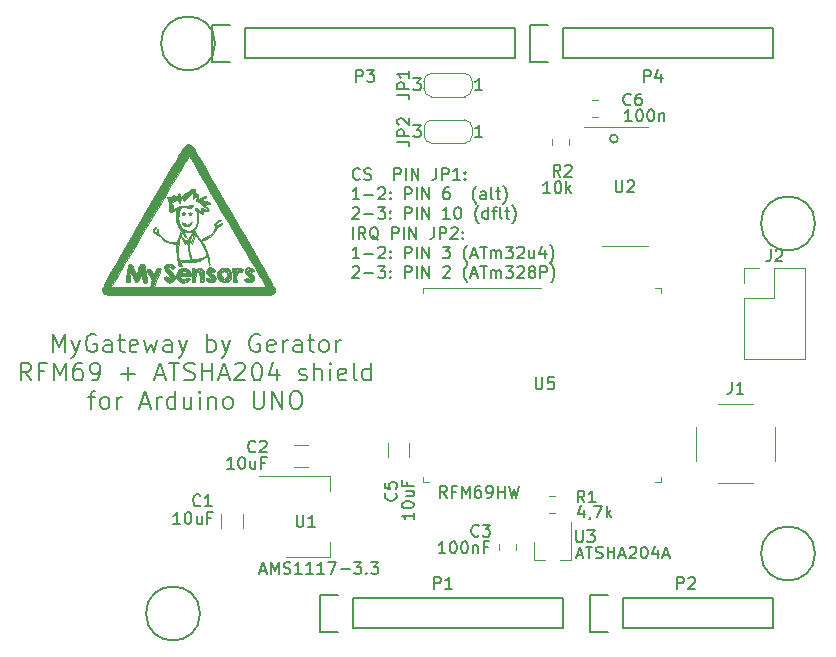
<source format=gto>
G04 #@! TF.GenerationSoftware,KiCad,Pcbnew,5.1.6-c6e7f7d~87~ubuntu18.04.1*
G04 #@! TF.CreationDate,2020-08-10T00:51:21+02:00*
G04 #@! TF.ProjectId,MyGateway,4d794761-7465-4776-9179-2e6b69636164,rev?*
G04 #@! TF.SameCoordinates,Original*
G04 #@! TF.FileFunction,Legend,Top*
G04 #@! TF.FilePolarity,Positive*
%FSLAX46Y46*%
G04 Gerber Fmt 4.6, Leading zero omitted, Abs format (unit mm)*
G04 Created by KiCad (PCBNEW 5.1.6-c6e7f7d~87~ubuntu18.04.1) date 2020-08-10 00:51:21*
%MOMM*%
%LPD*%
G01*
G04 APERTURE LIST*
%ADD10C,0.150000*%
%ADD11C,0.010000*%
%ADD12C,0.120000*%
%ADD13C,0.100000*%
G04 APERTURE END LIST*
D10*
X162637706Y-83625000D02*
G75*
G03*
X162637706Y-83625000I-339706J0D01*
G01*
X140795023Y-87012142D02*
X140747404Y-87059761D01*
X140604547Y-87107380D01*
X140509309Y-87107380D01*
X140366452Y-87059761D01*
X140271214Y-86964523D01*
X140223595Y-86869285D01*
X140175976Y-86678809D01*
X140175976Y-86535952D01*
X140223595Y-86345476D01*
X140271214Y-86250238D01*
X140366452Y-86155000D01*
X140509309Y-86107380D01*
X140604547Y-86107380D01*
X140747404Y-86155000D01*
X140795023Y-86202619D01*
X141175976Y-87059761D02*
X141318833Y-87107380D01*
X141556928Y-87107380D01*
X141652166Y-87059761D01*
X141699785Y-87012142D01*
X141747404Y-86916904D01*
X141747404Y-86821666D01*
X141699785Y-86726428D01*
X141652166Y-86678809D01*
X141556928Y-86631190D01*
X141366452Y-86583571D01*
X141271214Y-86535952D01*
X141223595Y-86488333D01*
X141175976Y-86393095D01*
X141175976Y-86297857D01*
X141223595Y-86202619D01*
X141271214Y-86155000D01*
X141366452Y-86107380D01*
X141604547Y-86107380D01*
X141747404Y-86155000D01*
X143699785Y-87107380D02*
X143699785Y-86107380D01*
X144080738Y-86107380D01*
X144175976Y-86155000D01*
X144223595Y-86202619D01*
X144271214Y-86297857D01*
X144271214Y-86440714D01*
X144223595Y-86535952D01*
X144175976Y-86583571D01*
X144080738Y-86631190D01*
X143699785Y-86631190D01*
X144699785Y-87107380D02*
X144699785Y-86107380D01*
X145175976Y-87107380D02*
X145175976Y-86107380D01*
X145747404Y-87107380D01*
X145747404Y-86107380D01*
X147271214Y-86107380D02*
X147271214Y-86821666D01*
X147223595Y-86964523D01*
X147128357Y-87059761D01*
X146985500Y-87107380D01*
X146890261Y-87107380D01*
X147747404Y-87107380D02*
X147747404Y-86107380D01*
X148128357Y-86107380D01*
X148223595Y-86155000D01*
X148271214Y-86202619D01*
X148318833Y-86297857D01*
X148318833Y-86440714D01*
X148271214Y-86535952D01*
X148223595Y-86583571D01*
X148128357Y-86631190D01*
X147747404Y-86631190D01*
X149271214Y-87107380D02*
X148699785Y-87107380D01*
X148985500Y-87107380D02*
X148985500Y-86107380D01*
X148890261Y-86250238D01*
X148795023Y-86345476D01*
X148699785Y-86393095D01*
X149699785Y-87012142D02*
X149747404Y-87059761D01*
X149699785Y-87107380D01*
X149652166Y-87059761D01*
X149699785Y-87012142D01*
X149699785Y-87107380D01*
X149699785Y-86488333D02*
X149747404Y-86535952D01*
X149699785Y-86583571D01*
X149652166Y-86535952D01*
X149699785Y-86488333D01*
X149699785Y-86583571D01*
X140747404Y-88757380D02*
X140175976Y-88757380D01*
X140461690Y-88757380D02*
X140461690Y-87757380D01*
X140366452Y-87900238D01*
X140271214Y-87995476D01*
X140175976Y-88043095D01*
X141175976Y-88376428D02*
X141937880Y-88376428D01*
X142366452Y-87852619D02*
X142414071Y-87805000D01*
X142509309Y-87757380D01*
X142747404Y-87757380D01*
X142842642Y-87805000D01*
X142890261Y-87852619D01*
X142937880Y-87947857D01*
X142937880Y-88043095D01*
X142890261Y-88185952D01*
X142318833Y-88757380D01*
X142937880Y-88757380D01*
X143366452Y-88662142D02*
X143414071Y-88709761D01*
X143366452Y-88757380D01*
X143318833Y-88709761D01*
X143366452Y-88662142D01*
X143366452Y-88757380D01*
X143366452Y-88138333D02*
X143414071Y-88185952D01*
X143366452Y-88233571D01*
X143318833Y-88185952D01*
X143366452Y-88138333D01*
X143366452Y-88233571D01*
X144604547Y-88757380D02*
X144604547Y-87757380D01*
X144985500Y-87757380D01*
X145080738Y-87805000D01*
X145128357Y-87852619D01*
X145175976Y-87947857D01*
X145175976Y-88090714D01*
X145128357Y-88185952D01*
X145080738Y-88233571D01*
X144985500Y-88281190D01*
X144604547Y-88281190D01*
X145604547Y-88757380D02*
X145604547Y-87757380D01*
X146080738Y-88757380D02*
X146080738Y-87757380D01*
X146652166Y-88757380D01*
X146652166Y-87757380D01*
X148318833Y-87757380D02*
X148128357Y-87757380D01*
X148033119Y-87805000D01*
X147985500Y-87852619D01*
X147890261Y-87995476D01*
X147842642Y-88185952D01*
X147842642Y-88566904D01*
X147890261Y-88662142D01*
X147937880Y-88709761D01*
X148033119Y-88757380D01*
X148223595Y-88757380D01*
X148318833Y-88709761D01*
X148366452Y-88662142D01*
X148414071Y-88566904D01*
X148414071Y-88328809D01*
X148366452Y-88233571D01*
X148318833Y-88185952D01*
X148223595Y-88138333D01*
X148033119Y-88138333D01*
X147937880Y-88185952D01*
X147890261Y-88233571D01*
X147842642Y-88328809D01*
X150652166Y-89138333D02*
X150604547Y-89090714D01*
X150509309Y-88947857D01*
X150461690Y-88852619D01*
X150414071Y-88709761D01*
X150366452Y-88471666D01*
X150366452Y-88281190D01*
X150414071Y-88043095D01*
X150461690Y-87900238D01*
X150509309Y-87805000D01*
X150604547Y-87662142D01*
X150652166Y-87614523D01*
X151461690Y-88757380D02*
X151461690Y-88233571D01*
X151414071Y-88138333D01*
X151318833Y-88090714D01*
X151128357Y-88090714D01*
X151033119Y-88138333D01*
X151461690Y-88709761D02*
X151366452Y-88757380D01*
X151128357Y-88757380D01*
X151033119Y-88709761D01*
X150985500Y-88614523D01*
X150985500Y-88519285D01*
X151033119Y-88424047D01*
X151128357Y-88376428D01*
X151366452Y-88376428D01*
X151461690Y-88328809D01*
X152080738Y-88757380D02*
X151985500Y-88709761D01*
X151937880Y-88614523D01*
X151937880Y-87757380D01*
X152318833Y-88090714D02*
X152699785Y-88090714D01*
X152461690Y-87757380D02*
X152461690Y-88614523D01*
X152509309Y-88709761D01*
X152604547Y-88757380D01*
X152699785Y-88757380D01*
X152937880Y-89138333D02*
X152985500Y-89090714D01*
X153080738Y-88947857D01*
X153128357Y-88852619D01*
X153175976Y-88709761D01*
X153223595Y-88471666D01*
X153223595Y-88281190D01*
X153175976Y-88043095D01*
X153128357Y-87900238D01*
X153080738Y-87805000D01*
X152985500Y-87662142D01*
X152937880Y-87614523D01*
X140175976Y-89502619D02*
X140223595Y-89455000D01*
X140318833Y-89407380D01*
X140556928Y-89407380D01*
X140652166Y-89455000D01*
X140699785Y-89502619D01*
X140747404Y-89597857D01*
X140747404Y-89693095D01*
X140699785Y-89835952D01*
X140128357Y-90407380D01*
X140747404Y-90407380D01*
X141175976Y-90026428D02*
X141937880Y-90026428D01*
X142318833Y-89407380D02*
X142937880Y-89407380D01*
X142604547Y-89788333D01*
X142747404Y-89788333D01*
X142842642Y-89835952D01*
X142890261Y-89883571D01*
X142937880Y-89978809D01*
X142937880Y-90216904D01*
X142890261Y-90312142D01*
X142842642Y-90359761D01*
X142747404Y-90407380D01*
X142461690Y-90407380D01*
X142366452Y-90359761D01*
X142318833Y-90312142D01*
X143366452Y-90312142D02*
X143414071Y-90359761D01*
X143366452Y-90407380D01*
X143318833Y-90359761D01*
X143366452Y-90312142D01*
X143366452Y-90407380D01*
X143366452Y-89788333D02*
X143414071Y-89835952D01*
X143366452Y-89883571D01*
X143318833Y-89835952D01*
X143366452Y-89788333D01*
X143366452Y-89883571D01*
X144604547Y-90407380D02*
X144604547Y-89407380D01*
X144985500Y-89407380D01*
X145080738Y-89455000D01*
X145128357Y-89502619D01*
X145175976Y-89597857D01*
X145175976Y-89740714D01*
X145128357Y-89835952D01*
X145080738Y-89883571D01*
X144985500Y-89931190D01*
X144604547Y-89931190D01*
X145604547Y-90407380D02*
X145604547Y-89407380D01*
X146080738Y-90407380D02*
X146080738Y-89407380D01*
X146652166Y-90407380D01*
X146652166Y-89407380D01*
X148414071Y-90407380D02*
X147842642Y-90407380D01*
X148128357Y-90407380D02*
X148128357Y-89407380D01*
X148033119Y-89550238D01*
X147937880Y-89645476D01*
X147842642Y-89693095D01*
X149033119Y-89407380D02*
X149128357Y-89407380D01*
X149223595Y-89455000D01*
X149271214Y-89502619D01*
X149318833Y-89597857D01*
X149366452Y-89788333D01*
X149366452Y-90026428D01*
X149318833Y-90216904D01*
X149271214Y-90312142D01*
X149223595Y-90359761D01*
X149128357Y-90407380D01*
X149033119Y-90407380D01*
X148937880Y-90359761D01*
X148890261Y-90312142D01*
X148842642Y-90216904D01*
X148795023Y-90026428D01*
X148795023Y-89788333D01*
X148842642Y-89597857D01*
X148890261Y-89502619D01*
X148937880Y-89455000D01*
X149033119Y-89407380D01*
X150842642Y-90788333D02*
X150795023Y-90740714D01*
X150699785Y-90597857D01*
X150652166Y-90502619D01*
X150604547Y-90359761D01*
X150556928Y-90121666D01*
X150556928Y-89931190D01*
X150604547Y-89693095D01*
X150652166Y-89550238D01*
X150699785Y-89455000D01*
X150795023Y-89312142D01*
X150842642Y-89264523D01*
X151652166Y-90407380D02*
X151652166Y-89407380D01*
X151652166Y-90359761D02*
X151556928Y-90407380D01*
X151366452Y-90407380D01*
X151271214Y-90359761D01*
X151223595Y-90312142D01*
X151175976Y-90216904D01*
X151175976Y-89931190D01*
X151223595Y-89835952D01*
X151271214Y-89788333D01*
X151366452Y-89740714D01*
X151556928Y-89740714D01*
X151652166Y-89788333D01*
X151985500Y-89740714D02*
X152366452Y-89740714D01*
X152128357Y-90407380D02*
X152128357Y-89550238D01*
X152175976Y-89455000D01*
X152271214Y-89407380D01*
X152366452Y-89407380D01*
X152842642Y-90407380D02*
X152747404Y-90359761D01*
X152699785Y-90264523D01*
X152699785Y-89407380D01*
X153080738Y-89740714D02*
X153461690Y-89740714D01*
X153223595Y-89407380D02*
X153223595Y-90264523D01*
X153271214Y-90359761D01*
X153366452Y-90407380D01*
X153461690Y-90407380D01*
X153699785Y-90788333D02*
X153747404Y-90740714D01*
X153842642Y-90597857D01*
X153890261Y-90502619D01*
X153937880Y-90359761D01*
X153985500Y-90121666D01*
X153985500Y-89931190D01*
X153937880Y-89693095D01*
X153890261Y-89550238D01*
X153842642Y-89455000D01*
X153747404Y-89312142D01*
X153699785Y-89264523D01*
X140223595Y-92107380D02*
X140223595Y-91107380D01*
X141271214Y-92107380D02*
X140937880Y-91631190D01*
X140699785Y-92107380D02*
X140699785Y-91107380D01*
X141080738Y-91107380D01*
X141175976Y-91155000D01*
X141223595Y-91202619D01*
X141271214Y-91297857D01*
X141271214Y-91440714D01*
X141223595Y-91535952D01*
X141175976Y-91583571D01*
X141080738Y-91631190D01*
X140699785Y-91631190D01*
X142366452Y-92202619D02*
X142271214Y-92155000D01*
X142175976Y-92059761D01*
X142033119Y-91916904D01*
X141937880Y-91869285D01*
X141842642Y-91869285D01*
X141890261Y-92107380D02*
X141795023Y-92059761D01*
X141699785Y-91964523D01*
X141652166Y-91774047D01*
X141652166Y-91440714D01*
X141699785Y-91250238D01*
X141795023Y-91155000D01*
X141890261Y-91107380D01*
X142080738Y-91107380D01*
X142175976Y-91155000D01*
X142271214Y-91250238D01*
X142318833Y-91440714D01*
X142318833Y-91774047D01*
X142271214Y-91964523D01*
X142175976Y-92059761D01*
X142080738Y-92107380D01*
X141890261Y-92107380D01*
X143509309Y-92107380D02*
X143509309Y-91107380D01*
X143890261Y-91107380D01*
X143985500Y-91155000D01*
X144033119Y-91202619D01*
X144080738Y-91297857D01*
X144080738Y-91440714D01*
X144033119Y-91535952D01*
X143985500Y-91583571D01*
X143890261Y-91631190D01*
X143509309Y-91631190D01*
X144509309Y-92107380D02*
X144509309Y-91107380D01*
X144985500Y-92107380D02*
X144985500Y-91107380D01*
X145556928Y-92107380D01*
X145556928Y-91107380D01*
X147080738Y-91107380D02*
X147080738Y-91821666D01*
X147033119Y-91964523D01*
X146937880Y-92059761D01*
X146795023Y-92107380D01*
X146699785Y-92107380D01*
X147556928Y-92107380D02*
X147556928Y-91107380D01*
X147937880Y-91107380D01*
X148033119Y-91155000D01*
X148080738Y-91202619D01*
X148128357Y-91297857D01*
X148128357Y-91440714D01*
X148080738Y-91535952D01*
X148033119Y-91583571D01*
X147937880Y-91631190D01*
X147556928Y-91631190D01*
X148509309Y-91202619D02*
X148556928Y-91155000D01*
X148652166Y-91107380D01*
X148890261Y-91107380D01*
X148985500Y-91155000D01*
X149033119Y-91202619D01*
X149080738Y-91297857D01*
X149080738Y-91393095D01*
X149033119Y-91535952D01*
X148461690Y-92107380D01*
X149080738Y-92107380D01*
X149509309Y-92012142D02*
X149556928Y-92059761D01*
X149509309Y-92107380D01*
X149461690Y-92059761D01*
X149509309Y-92012142D01*
X149509309Y-92107380D01*
X149509309Y-91488333D02*
X149556928Y-91535952D01*
X149509309Y-91583571D01*
X149461690Y-91535952D01*
X149509309Y-91488333D01*
X149509309Y-91583571D01*
X140747404Y-93757380D02*
X140175976Y-93757380D01*
X140461690Y-93757380D02*
X140461690Y-92757380D01*
X140366452Y-92900238D01*
X140271214Y-92995476D01*
X140175976Y-93043095D01*
X141175976Y-93376428D02*
X141937880Y-93376428D01*
X142366452Y-92852619D02*
X142414071Y-92805000D01*
X142509309Y-92757380D01*
X142747404Y-92757380D01*
X142842642Y-92805000D01*
X142890261Y-92852619D01*
X142937880Y-92947857D01*
X142937880Y-93043095D01*
X142890261Y-93185952D01*
X142318833Y-93757380D01*
X142937880Y-93757380D01*
X143366452Y-93662142D02*
X143414071Y-93709761D01*
X143366452Y-93757380D01*
X143318833Y-93709761D01*
X143366452Y-93662142D01*
X143366452Y-93757380D01*
X143366452Y-93138333D02*
X143414071Y-93185952D01*
X143366452Y-93233571D01*
X143318833Y-93185952D01*
X143366452Y-93138333D01*
X143366452Y-93233571D01*
X144604547Y-93757380D02*
X144604547Y-92757380D01*
X144985500Y-92757380D01*
X145080738Y-92805000D01*
X145128357Y-92852619D01*
X145175976Y-92947857D01*
X145175976Y-93090714D01*
X145128357Y-93185952D01*
X145080738Y-93233571D01*
X144985500Y-93281190D01*
X144604547Y-93281190D01*
X145604547Y-93757380D02*
X145604547Y-92757380D01*
X146080738Y-93757380D02*
X146080738Y-92757380D01*
X146652166Y-93757380D01*
X146652166Y-92757380D01*
X147795023Y-92757380D02*
X148414071Y-92757380D01*
X148080738Y-93138333D01*
X148223595Y-93138333D01*
X148318833Y-93185952D01*
X148366452Y-93233571D01*
X148414071Y-93328809D01*
X148414071Y-93566904D01*
X148366452Y-93662142D01*
X148318833Y-93709761D01*
X148223595Y-93757380D01*
X147937880Y-93757380D01*
X147842642Y-93709761D01*
X147795023Y-93662142D01*
X149890261Y-94138333D02*
X149842642Y-94090714D01*
X149747404Y-93947857D01*
X149699785Y-93852619D01*
X149652166Y-93709761D01*
X149604547Y-93471666D01*
X149604547Y-93281190D01*
X149652166Y-93043095D01*
X149699785Y-92900238D01*
X149747404Y-92805000D01*
X149842642Y-92662142D01*
X149890261Y-92614523D01*
X150223595Y-93471666D02*
X150699785Y-93471666D01*
X150128357Y-93757380D02*
X150461690Y-92757380D01*
X150795023Y-93757380D01*
X150985500Y-92757380D02*
X151556928Y-92757380D01*
X151271214Y-93757380D02*
X151271214Y-92757380D01*
X151890261Y-93757380D02*
X151890261Y-93090714D01*
X151890261Y-93185952D02*
X151937880Y-93138333D01*
X152033119Y-93090714D01*
X152175976Y-93090714D01*
X152271214Y-93138333D01*
X152318833Y-93233571D01*
X152318833Y-93757380D01*
X152318833Y-93233571D02*
X152366452Y-93138333D01*
X152461690Y-93090714D01*
X152604547Y-93090714D01*
X152699785Y-93138333D01*
X152747404Y-93233571D01*
X152747404Y-93757380D01*
X153128357Y-92757380D02*
X153747404Y-92757380D01*
X153414071Y-93138333D01*
X153556928Y-93138333D01*
X153652166Y-93185952D01*
X153699785Y-93233571D01*
X153747404Y-93328809D01*
X153747404Y-93566904D01*
X153699785Y-93662142D01*
X153652166Y-93709761D01*
X153556928Y-93757380D01*
X153271214Y-93757380D01*
X153175976Y-93709761D01*
X153128357Y-93662142D01*
X154128357Y-92852619D02*
X154175976Y-92805000D01*
X154271214Y-92757380D01*
X154509309Y-92757380D01*
X154604547Y-92805000D01*
X154652166Y-92852619D01*
X154699785Y-92947857D01*
X154699785Y-93043095D01*
X154652166Y-93185952D01*
X154080738Y-93757380D01*
X154699785Y-93757380D01*
X155556928Y-93090714D02*
X155556928Y-93757380D01*
X155128357Y-93090714D02*
X155128357Y-93614523D01*
X155175976Y-93709761D01*
X155271214Y-93757380D01*
X155414071Y-93757380D01*
X155509309Y-93709761D01*
X155556928Y-93662142D01*
X156461690Y-93090714D02*
X156461690Y-93757380D01*
X156223595Y-92709761D02*
X155985500Y-93424047D01*
X156604547Y-93424047D01*
X156890261Y-94138333D02*
X156937880Y-94090714D01*
X157033119Y-93947857D01*
X157080738Y-93852619D01*
X157128357Y-93709761D01*
X157175976Y-93471666D01*
X157175976Y-93281190D01*
X157128357Y-93043095D01*
X157080738Y-92900238D01*
X157033119Y-92805000D01*
X156937880Y-92662142D01*
X156890261Y-92614523D01*
X140175976Y-94502619D02*
X140223595Y-94455000D01*
X140318833Y-94407380D01*
X140556928Y-94407380D01*
X140652166Y-94455000D01*
X140699785Y-94502619D01*
X140747404Y-94597857D01*
X140747404Y-94693095D01*
X140699785Y-94835952D01*
X140128357Y-95407380D01*
X140747404Y-95407380D01*
X141175976Y-95026428D02*
X141937880Y-95026428D01*
X142318833Y-94407380D02*
X142937880Y-94407380D01*
X142604547Y-94788333D01*
X142747404Y-94788333D01*
X142842642Y-94835952D01*
X142890261Y-94883571D01*
X142937880Y-94978809D01*
X142937880Y-95216904D01*
X142890261Y-95312142D01*
X142842642Y-95359761D01*
X142747404Y-95407380D01*
X142461690Y-95407380D01*
X142366452Y-95359761D01*
X142318833Y-95312142D01*
X143366452Y-95312142D02*
X143414071Y-95359761D01*
X143366452Y-95407380D01*
X143318833Y-95359761D01*
X143366452Y-95312142D01*
X143366452Y-95407380D01*
X143366452Y-94788333D02*
X143414071Y-94835952D01*
X143366452Y-94883571D01*
X143318833Y-94835952D01*
X143366452Y-94788333D01*
X143366452Y-94883571D01*
X144604547Y-95407380D02*
X144604547Y-94407380D01*
X144985500Y-94407380D01*
X145080738Y-94455000D01*
X145128357Y-94502619D01*
X145175976Y-94597857D01*
X145175976Y-94740714D01*
X145128357Y-94835952D01*
X145080738Y-94883571D01*
X144985500Y-94931190D01*
X144604547Y-94931190D01*
X145604547Y-95407380D02*
X145604547Y-94407380D01*
X146080738Y-95407380D02*
X146080738Y-94407380D01*
X146652166Y-95407380D01*
X146652166Y-94407380D01*
X147842642Y-94502619D02*
X147890261Y-94455000D01*
X147985500Y-94407380D01*
X148223595Y-94407380D01*
X148318833Y-94455000D01*
X148366452Y-94502619D01*
X148414071Y-94597857D01*
X148414071Y-94693095D01*
X148366452Y-94835952D01*
X147795023Y-95407380D01*
X148414071Y-95407380D01*
X149890261Y-95788333D02*
X149842642Y-95740714D01*
X149747404Y-95597857D01*
X149699785Y-95502619D01*
X149652166Y-95359761D01*
X149604547Y-95121666D01*
X149604547Y-94931190D01*
X149652166Y-94693095D01*
X149699785Y-94550238D01*
X149747404Y-94455000D01*
X149842642Y-94312142D01*
X149890261Y-94264523D01*
X150223595Y-95121666D02*
X150699785Y-95121666D01*
X150128357Y-95407380D02*
X150461690Y-94407380D01*
X150795023Y-95407380D01*
X150985500Y-94407380D02*
X151556928Y-94407380D01*
X151271214Y-95407380D02*
X151271214Y-94407380D01*
X151890261Y-95407380D02*
X151890261Y-94740714D01*
X151890261Y-94835952D02*
X151937880Y-94788333D01*
X152033119Y-94740714D01*
X152175976Y-94740714D01*
X152271214Y-94788333D01*
X152318833Y-94883571D01*
X152318833Y-95407380D01*
X152318833Y-94883571D02*
X152366452Y-94788333D01*
X152461690Y-94740714D01*
X152604547Y-94740714D01*
X152699785Y-94788333D01*
X152747404Y-94883571D01*
X152747404Y-95407380D01*
X153128357Y-94407380D02*
X153747404Y-94407380D01*
X153414071Y-94788333D01*
X153556928Y-94788333D01*
X153652166Y-94835952D01*
X153699785Y-94883571D01*
X153747404Y-94978809D01*
X153747404Y-95216904D01*
X153699785Y-95312142D01*
X153652166Y-95359761D01*
X153556928Y-95407380D01*
X153271214Y-95407380D01*
X153175976Y-95359761D01*
X153128357Y-95312142D01*
X154128357Y-94502619D02*
X154175976Y-94455000D01*
X154271214Y-94407380D01*
X154509309Y-94407380D01*
X154604547Y-94455000D01*
X154652166Y-94502619D01*
X154699785Y-94597857D01*
X154699785Y-94693095D01*
X154652166Y-94835952D01*
X154080738Y-95407380D01*
X154699785Y-95407380D01*
X155271214Y-94835952D02*
X155175976Y-94788333D01*
X155128357Y-94740714D01*
X155080738Y-94645476D01*
X155080738Y-94597857D01*
X155128357Y-94502619D01*
X155175976Y-94455000D01*
X155271214Y-94407380D01*
X155461690Y-94407380D01*
X155556928Y-94455000D01*
X155604547Y-94502619D01*
X155652166Y-94597857D01*
X155652166Y-94645476D01*
X155604547Y-94740714D01*
X155556928Y-94788333D01*
X155461690Y-94835952D01*
X155271214Y-94835952D01*
X155175976Y-94883571D01*
X155128357Y-94931190D01*
X155080738Y-95026428D01*
X155080738Y-95216904D01*
X155128357Y-95312142D01*
X155175976Y-95359761D01*
X155271214Y-95407380D01*
X155461690Y-95407380D01*
X155556928Y-95359761D01*
X155604547Y-95312142D01*
X155652166Y-95216904D01*
X155652166Y-95026428D01*
X155604547Y-94931190D01*
X155556928Y-94883571D01*
X155461690Y-94835952D01*
X156080738Y-95407380D02*
X156080738Y-94407380D01*
X156461690Y-94407380D01*
X156556928Y-94455000D01*
X156604547Y-94502619D01*
X156652166Y-94597857D01*
X156652166Y-94740714D01*
X156604547Y-94835952D01*
X156556928Y-94883571D01*
X156461690Y-94931190D01*
X156080738Y-94931190D01*
X156985500Y-95788333D02*
X157033119Y-95740714D01*
X157128357Y-95597857D01*
X157175976Y-95502619D01*
X157223595Y-95359761D01*
X157271214Y-95121666D01*
X157271214Y-94931190D01*
X157223595Y-94693095D01*
X157175976Y-94550238D01*
X157128357Y-94455000D01*
X157033119Y-94312142D01*
X156985500Y-94264523D01*
X114800857Y-101693571D02*
X114800857Y-100193571D01*
X115300857Y-101265000D01*
X115800857Y-100193571D01*
X115800857Y-101693571D01*
X116372285Y-100693571D02*
X116729428Y-101693571D01*
X117086571Y-100693571D02*
X116729428Y-101693571D01*
X116586571Y-102050714D01*
X116515142Y-102122142D01*
X116372285Y-102193571D01*
X118443714Y-100265000D02*
X118300857Y-100193571D01*
X118086571Y-100193571D01*
X117872285Y-100265000D01*
X117729428Y-100407857D01*
X117658000Y-100550714D01*
X117586571Y-100836428D01*
X117586571Y-101050714D01*
X117658000Y-101336428D01*
X117729428Y-101479285D01*
X117872285Y-101622142D01*
X118086571Y-101693571D01*
X118229428Y-101693571D01*
X118443714Y-101622142D01*
X118515142Y-101550714D01*
X118515142Y-101050714D01*
X118229428Y-101050714D01*
X119800857Y-101693571D02*
X119800857Y-100907857D01*
X119729428Y-100765000D01*
X119586571Y-100693571D01*
X119300857Y-100693571D01*
X119158000Y-100765000D01*
X119800857Y-101622142D02*
X119658000Y-101693571D01*
X119300857Y-101693571D01*
X119158000Y-101622142D01*
X119086571Y-101479285D01*
X119086571Y-101336428D01*
X119158000Y-101193571D01*
X119300857Y-101122142D01*
X119658000Y-101122142D01*
X119800857Y-101050714D01*
X120300857Y-100693571D02*
X120872285Y-100693571D01*
X120515142Y-100193571D02*
X120515142Y-101479285D01*
X120586571Y-101622142D01*
X120729428Y-101693571D01*
X120872285Y-101693571D01*
X121943714Y-101622142D02*
X121800857Y-101693571D01*
X121515142Y-101693571D01*
X121372285Y-101622142D01*
X121300857Y-101479285D01*
X121300857Y-100907857D01*
X121372285Y-100765000D01*
X121515142Y-100693571D01*
X121800857Y-100693571D01*
X121943714Y-100765000D01*
X122015142Y-100907857D01*
X122015142Y-101050714D01*
X121300857Y-101193571D01*
X122515142Y-100693571D02*
X122800857Y-101693571D01*
X123086571Y-100979285D01*
X123372285Y-101693571D01*
X123658000Y-100693571D01*
X124872285Y-101693571D02*
X124872285Y-100907857D01*
X124800857Y-100765000D01*
X124658000Y-100693571D01*
X124372285Y-100693571D01*
X124229428Y-100765000D01*
X124872285Y-101622142D02*
X124729428Y-101693571D01*
X124372285Y-101693571D01*
X124229428Y-101622142D01*
X124158000Y-101479285D01*
X124158000Y-101336428D01*
X124229428Y-101193571D01*
X124372285Y-101122142D01*
X124729428Y-101122142D01*
X124872285Y-101050714D01*
X125443714Y-100693571D02*
X125800857Y-101693571D01*
X126158000Y-100693571D02*
X125800857Y-101693571D01*
X125658000Y-102050714D01*
X125586571Y-102122142D01*
X125443714Y-102193571D01*
X127872285Y-101693571D02*
X127872285Y-100193571D01*
X127872285Y-100765000D02*
X128015142Y-100693571D01*
X128300857Y-100693571D01*
X128443714Y-100765000D01*
X128515142Y-100836428D01*
X128586571Y-100979285D01*
X128586571Y-101407857D01*
X128515142Y-101550714D01*
X128443714Y-101622142D01*
X128300857Y-101693571D01*
X128015142Y-101693571D01*
X127872285Y-101622142D01*
X129086571Y-100693571D02*
X129443714Y-101693571D01*
X129800857Y-100693571D02*
X129443714Y-101693571D01*
X129300857Y-102050714D01*
X129229428Y-102122142D01*
X129086571Y-102193571D01*
X132300857Y-100265000D02*
X132158000Y-100193571D01*
X131943714Y-100193571D01*
X131729428Y-100265000D01*
X131586571Y-100407857D01*
X131515142Y-100550714D01*
X131443714Y-100836428D01*
X131443714Y-101050714D01*
X131515142Y-101336428D01*
X131586571Y-101479285D01*
X131729428Y-101622142D01*
X131943714Y-101693571D01*
X132086571Y-101693571D01*
X132300857Y-101622142D01*
X132372285Y-101550714D01*
X132372285Y-101050714D01*
X132086571Y-101050714D01*
X133586571Y-101622142D02*
X133443714Y-101693571D01*
X133158000Y-101693571D01*
X133015142Y-101622142D01*
X132943714Y-101479285D01*
X132943714Y-100907857D01*
X133015142Y-100765000D01*
X133158000Y-100693571D01*
X133443714Y-100693571D01*
X133586571Y-100765000D01*
X133658000Y-100907857D01*
X133658000Y-101050714D01*
X132943714Y-101193571D01*
X134300857Y-101693571D02*
X134300857Y-100693571D01*
X134300857Y-100979285D02*
X134372285Y-100836428D01*
X134443714Y-100765000D01*
X134586571Y-100693571D01*
X134729428Y-100693571D01*
X135872285Y-101693571D02*
X135872285Y-100907857D01*
X135800857Y-100765000D01*
X135658000Y-100693571D01*
X135372285Y-100693571D01*
X135229428Y-100765000D01*
X135872285Y-101622142D02*
X135729428Y-101693571D01*
X135372285Y-101693571D01*
X135229428Y-101622142D01*
X135158000Y-101479285D01*
X135158000Y-101336428D01*
X135229428Y-101193571D01*
X135372285Y-101122142D01*
X135729428Y-101122142D01*
X135872285Y-101050714D01*
X136372285Y-100693571D02*
X136943714Y-100693571D01*
X136586571Y-100193571D02*
X136586571Y-101479285D01*
X136658000Y-101622142D01*
X136800857Y-101693571D01*
X136943714Y-101693571D01*
X137658000Y-101693571D02*
X137515142Y-101622142D01*
X137443714Y-101550714D01*
X137372285Y-101407857D01*
X137372285Y-100979285D01*
X137443714Y-100836428D01*
X137515142Y-100765000D01*
X137658000Y-100693571D01*
X137872285Y-100693571D01*
X138015142Y-100765000D01*
X138086571Y-100836428D01*
X138158000Y-100979285D01*
X138158000Y-101407857D01*
X138086571Y-101550714D01*
X138015142Y-101622142D01*
X137872285Y-101693571D01*
X137658000Y-101693571D01*
X138800857Y-101693571D02*
X138800857Y-100693571D01*
X138800857Y-100979285D02*
X138872285Y-100836428D01*
X138943714Y-100765000D01*
X139086571Y-100693571D01*
X139229428Y-100693571D01*
X112943714Y-104093571D02*
X112443714Y-103379285D01*
X112086571Y-104093571D02*
X112086571Y-102593571D01*
X112658000Y-102593571D01*
X112800857Y-102665000D01*
X112872285Y-102736428D01*
X112943714Y-102879285D01*
X112943714Y-103093571D01*
X112872285Y-103236428D01*
X112800857Y-103307857D01*
X112658000Y-103379285D01*
X112086571Y-103379285D01*
X114086571Y-103307857D02*
X113586571Y-103307857D01*
X113586571Y-104093571D02*
X113586571Y-102593571D01*
X114300857Y-102593571D01*
X114872285Y-104093571D02*
X114872285Y-102593571D01*
X115372285Y-103665000D01*
X115872285Y-102593571D01*
X115872285Y-104093571D01*
X117229428Y-102593571D02*
X116943714Y-102593571D01*
X116800857Y-102665000D01*
X116729428Y-102736428D01*
X116586571Y-102950714D01*
X116515142Y-103236428D01*
X116515142Y-103807857D01*
X116586571Y-103950714D01*
X116658000Y-104022142D01*
X116800857Y-104093571D01*
X117086571Y-104093571D01*
X117229428Y-104022142D01*
X117300857Y-103950714D01*
X117372285Y-103807857D01*
X117372285Y-103450714D01*
X117300857Y-103307857D01*
X117229428Y-103236428D01*
X117086571Y-103165000D01*
X116800857Y-103165000D01*
X116658000Y-103236428D01*
X116586571Y-103307857D01*
X116515142Y-103450714D01*
X118086571Y-104093571D02*
X118372285Y-104093571D01*
X118515142Y-104022142D01*
X118586571Y-103950714D01*
X118729428Y-103736428D01*
X118800857Y-103450714D01*
X118800857Y-102879285D01*
X118729428Y-102736428D01*
X118658000Y-102665000D01*
X118515142Y-102593571D01*
X118229428Y-102593571D01*
X118086571Y-102665000D01*
X118015142Y-102736428D01*
X117943714Y-102879285D01*
X117943714Y-103236428D01*
X118015142Y-103379285D01*
X118086571Y-103450714D01*
X118229428Y-103522142D01*
X118515142Y-103522142D01*
X118658000Y-103450714D01*
X118729428Y-103379285D01*
X118800857Y-103236428D01*
X120586571Y-103522142D02*
X121729428Y-103522142D01*
X121158000Y-104093571D02*
X121158000Y-102950714D01*
X123515142Y-103665000D02*
X124229428Y-103665000D01*
X123372285Y-104093571D02*
X123872285Y-102593571D01*
X124372285Y-104093571D01*
X124658000Y-102593571D02*
X125515142Y-102593571D01*
X125086571Y-104093571D02*
X125086571Y-102593571D01*
X125943714Y-104022142D02*
X126158000Y-104093571D01*
X126515142Y-104093571D01*
X126658000Y-104022142D01*
X126729428Y-103950714D01*
X126800857Y-103807857D01*
X126800857Y-103665000D01*
X126729428Y-103522142D01*
X126658000Y-103450714D01*
X126515142Y-103379285D01*
X126229428Y-103307857D01*
X126086571Y-103236428D01*
X126015142Y-103165000D01*
X125943714Y-103022142D01*
X125943714Y-102879285D01*
X126015142Y-102736428D01*
X126086571Y-102665000D01*
X126229428Y-102593571D01*
X126586571Y-102593571D01*
X126800857Y-102665000D01*
X127443714Y-104093571D02*
X127443714Y-102593571D01*
X127443714Y-103307857D02*
X128300857Y-103307857D01*
X128300857Y-104093571D02*
X128300857Y-102593571D01*
X128943714Y-103665000D02*
X129658000Y-103665000D01*
X128800857Y-104093571D02*
X129300857Y-102593571D01*
X129800857Y-104093571D01*
X130229428Y-102736428D02*
X130300857Y-102665000D01*
X130443714Y-102593571D01*
X130800857Y-102593571D01*
X130943714Y-102665000D01*
X131015142Y-102736428D01*
X131086571Y-102879285D01*
X131086571Y-103022142D01*
X131015142Y-103236428D01*
X130158000Y-104093571D01*
X131086571Y-104093571D01*
X132015142Y-102593571D02*
X132158000Y-102593571D01*
X132300857Y-102665000D01*
X132372285Y-102736428D01*
X132443714Y-102879285D01*
X132515142Y-103165000D01*
X132515142Y-103522142D01*
X132443714Y-103807857D01*
X132372285Y-103950714D01*
X132300857Y-104022142D01*
X132158000Y-104093571D01*
X132015142Y-104093571D01*
X131872285Y-104022142D01*
X131800857Y-103950714D01*
X131729428Y-103807857D01*
X131658000Y-103522142D01*
X131658000Y-103165000D01*
X131729428Y-102879285D01*
X131800857Y-102736428D01*
X131872285Y-102665000D01*
X132015142Y-102593571D01*
X133800857Y-103093571D02*
X133800857Y-104093571D01*
X133443714Y-102522142D02*
X133086571Y-103593571D01*
X134015142Y-103593571D01*
X135658000Y-104022142D02*
X135800857Y-104093571D01*
X136086571Y-104093571D01*
X136229428Y-104022142D01*
X136300857Y-103879285D01*
X136300857Y-103807857D01*
X136229428Y-103665000D01*
X136086571Y-103593571D01*
X135872285Y-103593571D01*
X135729428Y-103522142D01*
X135658000Y-103379285D01*
X135658000Y-103307857D01*
X135729428Y-103165000D01*
X135872285Y-103093571D01*
X136086571Y-103093571D01*
X136229428Y-103165000D01*
X136943714Y-104093571D02*
X136943714Y-102593571D01*
X137586571Y-104093571D02*
X137586571Y-103307857D01*
X137515142Y-103165000D01*
X137372285Y-103093571D01*
X137158000Y-103093571D01*
X137015142Y-103165000D01*
X136943714Y-103236428D01*
X138300857Y-104093571D02*
X138300857Y-103093571D01*
X138300857Y-102593571D02*
X138229428Y-102665000D01*
X138300857Y-102736428D01*
X138372285Y-102665000D01*
X138300857Y-102593571D01*
X138300857Y-102736428D01*
X139586571Y-104022142D02*
X139443714Y-104093571D01*
X139158000Y-104093571D01*
X139015142Y-104022142D01*
X138943714Y-103879285D01*
X138943714Y-103307857D01*
X139015142Y-103165000D01*
X139158000Y-103093571D01*
X139443714Y-103093571D01*
X139586571Y-103165000D01*
X139658000Y-103307857D01*
X139658000Y-103450714D01*
X138943714Y-103593571D01*
X140515142Y-104093571D02*
X140372285Y-104022142D01*
X140300857Y-103879285D01*
X140300857Y-102593571D01*
X141729428Y-104093571D02*
X141729428Y-102593571D01*
X141729428Y-104022142D02*
X141586571Y-104093571D01*
X141300857Y-104093571D01*
X141158000Y-104022142D01*
X141086571Y-103950714D01*
X141015142Y-103807857D01*
X141015142Y-103379285D01*
X141086571Y-103236428D01*
X141158000Y-103165000D01*
X141300857Y-103093571D01*
X141586571Y-103093571D01*
X141729428Y-103165000D01*
X117800857Y-105493571D02*
X118372285Y-105493571D01*
X118015142Y-106493571D02*
X118015142Y-105207857D01*
X118086571Y-105065000D01*
X118229428Y-104993571D01*
X118372285Y-104993571D01*
X119086571Y-106493571D02*
X118943714Y-106422142D01*
X118872285Y-106350714D01*
X118800857Y-106207857D01*
X118800857Y-105779285D01*
X118872285Y-105636428D01*
X118943714Y-105565000D01*
X119086571Y-105493571D01*
X119300857Y-105493571D01*
X119443714Y-105565000D01*
X119515142Y-105636428D01*
X119586571Y-105779285D01*
X119586571Y-106207857D01*
X119515142Y-106350714D01*
X119443714Y-106422142D01*
X119300857Y-106493571D01*
X119086571Y-106493571D01*
X120229428Y-106493571D02*
X120229428Y-105493571D01*
X120229428Y-105779285D02*
X120300857Y-105636428D01*
X120372285Y-105565000D01*
X120515142Y-105493571D01*
X120658000Y-105493571D01*
X122229428Y-106065000D02*
X122943714Y-106065000D01*
X122086571Y-106493571D02*
X122586571Y-104993571D01*
X123086571Y-106493571D01*
X123586571Y-106493571D02*
X123586571Y-105493571D01*
X123586571Y-105779285D02*
X123658000Y-105636428D01*
X123729428Y-105565000D01*
X123872285Y-105493571D01*
X124015142Y-105493571D01*
X125158000Y-106493571D02*
X125158000Y-104993571D01*
X125158000Y-106422142D02*
X125015142Y-106493571D01*
X124729428Y-106493571D01*
X124586571Y-106422142D01*
X124515142Y-106350714D01*
X124443714Y-106207857D01*
X124443714Y-105779285D01*
X124515142Y-105636428D01*
X124586571Y-105565000D01*
X124729428Y-105493571D01*
X125015142Y-105493571D01*
X125158000Y-105565000D01*
X126515142Y-105493571D02*
X126515142Y-106493571D01*
X125872285Y-105493571D02*
X125872285Y-106279285D01*
X125943714Y-106422142D01*
X126086571Y-106493571D01*
X126300857Y-106493571D01*
X126443714Y-106422142D01*
X126515142Y-106350714D01*
X127229428Y-106493571D02*
X127229428Y-105493571D01*
X127229428Y-104993571D02*
X127158000Y-105065000D01*
X127229428Y-105136428D01*
X127300857Y-105065000D01*
X127229428Y-104993571D01*
X127229428Y-105136428D01*
X127943714Y-105493571D02*
X127943714Y-106493571D01*
X127943714Y-105636428D02*
X128015142Y-105565000D01*
X128158000Y-105493571D01*
X128372285Y-105493571D01*
X128515142Y-105565000D01*
X128586571Y-105707857D01*
X128586571Y-106493571D01*
X129515142Y-106493571D02*
X129372285Y-106422142D01*
X129300857Y-106350714D01*
X129229428Y-106207857D01*
X129229428Y-105779285D01*
X129300857Y-105636428D01*
X129372285Y-105565000D01*
X129515142Y-105493571D01*
X129729428Y-105493571D01*
X129872285Y-105565000D01*
X129943714Y-105636428D01*
X130015142Y-105779285D01*
X130015142Y-106207857D01*
X129943714Y-106350714D01*
X129872285Y-106422142D01*
X129729428Y-106493571D01*
X129515142Y-106493571D01*
X131800857Y-104993571D02*
X131800857Y-106207857D01*
X131872285Y-106350714D01*
X131943714Y-106422142D01*
X132086571Y-106493571D01*
X132372285Y-106493571D01*
X132515142Y-106422142D01*
X132586571Y-106350714D01*
X132658000Y-106207857D01*
X132658000Y-104993571D01*
X133372285Y-106493571D02*
X133372285Y-104993571D01*
X134229428Y-106493571D01*
X134229428Y-104993571D01*
X135229428Y-104993571D02*
X135515142Y-104993571D01*
X135658000Y-105065000D01*
X135800857Y-105207857D01*
X135872285Y-105493571D01*
X135872285Y-105993571D01*
X135800857Y-106279285D01*
X135658000Y-106422142D01*
X135515142Y-106493571D01*
X135229428Y-106493571D01*
X135086571Y-106422142D01*
X134943714Y-106279285D01*
X134872285Y-105993571D01*
X134872285Y-105493571D01*
X134943714Y-105207857D01*
X135086571Y-105065000D01*
X135229428Y-104993571D01*
D11*
G36*
X126404414Y-84132520D02*
G01*
X126548273Y-84220734D01*
X126659197Y-84332209D01*
X126710476Y-84412807D01*
X126807452Y-84573200D01*
X126946533Y-84807163D01*
X127124129Y-85108475D01*
X127336649Y-85470914D01*
X127580501Y-85888255D01*
X127852093Y-86354277D01*
X128147836Y-86862758D01*
X128464137Y-87407474D01*
X128797406Y-87982204D01*
X129144051Y-88580724D01*
X129500482Y-89196812D01*
X129863106Y-89824246D01*
X130228334Y-90456803D01*
X130592573Y-91088260D01*
X130952233Y-91712395D01*
X131303722Y-92322985D01*
X131643450Y-92913808D01*
X131967825Y-93478642D01*
X132273255Y-94011263D01*
X132556151Y-94505449D01*
X132812920Y-94954977D01*
X133039971Y-95353626D01*
X133233714Y-95695172D01*
X133390557Y-95973393D01*
X133506909Y-96182066D01*
X133579179Y-96314970D01*
X133603710Y-96365254D01*
X133588657Y-96528769D01*
X133490804Y-96679710D01*
X133328440Y-96795312D01*
X133227989Y-96832966D01*
X133147775Y-96841178D01*
X132973678Y-96848682D01*
X132712964Y-96855486D01*
X132372900Y-96861596D01*
X131960754Y-96867019D01*
X131483793Y-96871764D01*
X130949283Y-96875836D01*
X130364493Y-96879243D01*
X129736690Y-96881991D01*
X129073140Y-96884089D01*
X128381110Y-96885543D01*
X127667869Y-96886359D01*
X126940683Y-96886546D01*
X126206819Y-96886110D01*
X125473545Y-96885058D01*
X124748127Y-96883397D01*
X124037833Y-96881135D01*
X123349931Y-96878278D01*
X122691686Y-96874834D01*
X122070368Y-96870809D01*
X121493241Y-96866211D01*
X120967575Y-96861046D01*
X120500636Y-96855323D01*
X120099691Y-96849047D01*
X119772007Y-96842225D01*
X119524852Y-96834866D01*
X119365493Y-96826976D01*
X119303158Y-96819432D01*
X119152272Y-96737078D01*
X119029424Y-96622960D01*
X119027879Y-96620894D01*
X118963861Y-96515595D01*
X118953879Y-96416491D01*
X118985058Y-96290694D01*
X119017332Y-96224010D01*
X119040606Y-96180696D01*
X119713266Y-96180696D01*
X119760946Y-96186527D01*
X119905041Y-96192089D01*
X120140364Y-96197346D01*
X120461729Y-96202264D01*
X120863953Y-96206806D01*
X121341848Y-96210937D01*
X121890229Y-96214623D01*
X122503911Y-96217827D01*
X123177707Y-96220515D01*
X123906434Y-96222651D01*
X124684904Y-96224200D01*
X125507932Y-96225127D01*
X126279166Y-96225400D01*
X127088093Y-96225185D01*
X127868468Y-96224558D01*
X128614316Y-96223546D01*
X129319663Y-96222172D01*
X129978533Y-96220464D01*
X130584953Y-96218447D01*
X131132947Y-96216147D01*
X131616542Y-96213589D01*
X132029762Y-96210800D01*
X132366633Y-96207804D01*
X132621181Y-96204628D01*
X132787431Y-96201298D01*
X132859407Y-96197838D01*
X132862000Y-96197040D01*
X132836782Y-96149737D01*
X132763634Y-96021345D01*
X132646313Y-95818248D01*
X132488575Y-95546828D01*
X132294177Y-95213466D01*
X132066875Y-94824545D01*
X131810427Y-94386447D01*
X131528590Y-93905554D01*
X131225119Y-93388249D01*
X130903773Y-92840913D01*
X130568306Y-92269929D01*
X130222478Y-91681678D01*
X129870043Y-91082544D01*
X129514759Y-90478908D01*
X129160383Y-89877152D01*
X128810671Y-89283658D01*
X128469380Y-88704810D01*
X128140268Y-88146988D01*
X127827090Y-87616575D01*
X127533603Y-87119953D01*
X127263565Y-86663505D01*
X127020732Y-86253613D01*
X126808861Y-85896658D01*
X126631708Y-85599023D01*
X126493031Y-85367090D01*
X126396585Y-85207241D01*
X126346129Y-85125858D01*
X126339818Y-85116858D01*
X126317329Y-85130740D01*
X126267090Y-85193893D01*
X126187252Y-85309354D01*
X126075965Y-85480164D01*
X125931383Y-85709361D01*
X125751655Y-85999984D01*
X125534935Y-86355074D01*
X125279372Y-86777667D01*
X124983120Y-87270805D01*
X124644328Y-87837525D01*
X124261150Y-88480867D01*
X123831736Y-89203870D01*
X123354238Y-90009572D01*
X123006800Y-90596654D01*
X122599204Y-91285850D01*
X122205954Y-91951032D01*
X121830149Y-92586946D01*
X121474889Y-93188336D01*
X121143273Y-93749947D01*
X120838402Y-94266523D01*
X120563375Y-94732809D01*
X120321292Y-95143548D01*
X120115253Y-95493487D01*
X119948357Y-95777369D01*
X119823704Y-95989938D01*
X119744394Y-96125940D01*
X119713527Y-96180118D01*
X119713266Y-96180696D01*
X119040606Y-96180696D01*
X119097552Y-96074722D01*
X119222703Y-95848122D01*
X119389772Y-95549501D01*
X119595748Y-95184153D01*
X119837615Y-94757370D01*
X120112363Y-94274445D01*
X120416976Y-93740668D01*
X120748443Y-93161333D01*
X121103750Y-92541733D01*
X121479884Y-91887159D01*
X121873832Y-91202903D01*
X122282581Y-90494259D01*
X122463970Y-90180200D01*
X122954850Y-89330881D01*
X123397701Y-88565304D01*
X123795124Y-87879125D01*
X124149719Y-87267997D01*
X124464084Y-86727576D01*
X124740820Y-86253516D01*
X124982526Y-85841472D01*
X125191802Y-85487100D01*
X125371248Y-85186052D01*
X125523463Y-84933985D01*
X125651047Y-84726554D01*
X125756600Y-84559412D01*
X125842721Y-84428216D01*
X125912011Y-84328619D01*
X125967068Y-84256276D01*
X126010492Y-84206842D01*
X126044884Y-84175973D01*
X126063429Y-84163911D01*
X126193929Y-84103373D01*
X126294390Y-84096413D01*
X126404414Y-84132520D01*
G37*
X126404414Y-84132520D02*
X126548273Y-84220734D01*
X126659197Y-84332209D01*
X126710476Y-84412807D01*
X126807452Y-84573200D01*
X126946533Y-84807163D01*
X127124129Y-85108475D01*
X127336649Y-85470914D01*
X127580501Y-85888255D01*
X127852093Y-86354277D01*
X128147836Y-86862758D01*
X128464137Y-87407474D01*
X128797406Y-87982204D01*
X129144051Y-88580724D01*
X129500482Y-89196812D01*
X129863106Y-89824246D01*
X130228334Y-90456803D01*
X130592573Y-91088260D01*
X130952233Y-91712395D01*
X131303722Y-92322985D01*
X131643450Y-92913808D01*
X131967825Y-93478642D01*
X132273255Y-94011263D01*
X132556151Y-94505449D01*
X132812920Y-94954977D01*
X133039971Y-95353626D01*
X133233714Y-95695172D01*
X133390557Y-95973393D01*
X133506909Y-96182066D01*
X133579179Y-96314970D01*
X133603710Y-96365254D01*
X133588657Y-96528769D01*
X133490804Y-96679710D01*
X133328440Y-96795312D01*
X133227989Y-96832966D01*
X133147775Y-96841178D01*
X132973678Y-96848682D01*
X132712964Y-96855486D01*
X132372900Y-96861596D01*
X131960754Y-96867019D01*
X131483793Y-96871764D01*
X130949283Y-96875836D01*
X130364493Y-96879243D01*
X129736690Y-96881991D01*
X129073140Y-96884089D01*
X128381110Y-96885543D01*
X127667869Y-96886359D01*
X126940683Y-96886546D01*
X126206819Y-96886110D01*
X125473545Y-96885058D01*
X124748127Y-96883397D01*
X124037833Y-96881135D01*
X123349931Y-96878278D01*
X122691686Y-96874834D01*
X122070368Y-96870809D01*
X121493241Y-96866211D01*
X120967575Y-96861046D01*
X120500636Y-96855323D01*
X120099691Y-96849047D01*
X119772007Y-96842225D01*
X119524852Y-96834866D01*
X119365493Y-96826976D01*
X119303158Y-96819432D01*
X119152272Y-96737078D01*
X119029424Y-96622960D01*
X119027879Y-96620894D01*
X118963861Y-96515595D01*
X118953879Y-96416491D01*
X118985058Y-96290694D01*
X119017332Y-96224010D01*
X119040606Y-96180696D01*
X119713266Y-96180696D01*
X119760946Y-96186527D01*
X119905041Y-96192089D01*
X120140364Y-96197346D01*
X120461729Y-96202264D01*
X120863953Y-96206806D01*
X121341848Y-96210937D01*
X121890229Y-96214623D01*
X122503911Y-96217827D01*
X123177707Y-96220515D01*
X123906434Y-96222651D01*
X124684904Y-96224200D01*
X125507932Y-96225127D01*
X126279166Y-96225400D01*
X127088093Y-96225185D01*
X127868468Y-96224558D01*
X128614316Y-96223546D01*
X129319663Y-96222172D01*
X129978533Y-96220464D01*
X130584953Y-96218447D01*
X131132947Y-96216147D01*
X131616542Y-96213589D01*
X132029762Y-96210800D01*
X132366633Y-96207804D01*
X132621181Y-96204628D01*
X132787431Y-96201298D01*
X132859407Y-96197838D01*
X132862000Y-96197040D01*
X132836782Y-96149737D01*
X132763634Y-96021345D01*
X132646313Y-95818248D01*
X132488575Y-95546828D01*
X132294177Y-95213466D01*
X132066875Y-94824545D01*
X131810427Y-94386447D01*
X131528590Y-93905554D01*
X131225119Y-93388249D01*
X130903773Y-92840913D01*
X130568306Y-92269929D01*
X130222478Y-91681678D01*
X129870043Y-91082544D01*
X129514759Y-90478908D01*
X129160383Y-89877152D01*
X128810671Y-89283658D01*
X128469380Y-88704810D01*
X128140268Y-88146988D01*
X127827090Y-87616575D01*
X127533603Y-87119953D01*
X127263565Y-86663505D01*
X127020732Y-86253613D01*
X126808861Y-85896658D01*
X126631708Y-85599023D01*
X126493031Y-85367090D01*
X126396585Y-85207241D01*
X126346129Y-85125858D01*
X126339818Y-85116858D01*
X126317329Y-85130740D01*
X126267090Y-85193893D01*
X126187252Y-85309354D01*
X126075965Y-85480164D01*
X125931383Y-85709361D01*
X125751655Y-85999984D01*
X125534935Y-86355074D01*
X125279372Y-86777667D01*
X124983120Y-87270805D01*
X124644328Y-87837525D01*
X124261150Y-88480867D01*
X123831736Y-89203870D01*
X123354238Y-90009572D01*
X123006800Y-90596654D01*
X122599204Y-91285850D01*
X122205954Y-91951032D01*
X121830149Y-92586946D01*
X121474889Y-93188336D01*
X121143273Y-93749947D01*
X120838402Y-94266523D01*
X120563375Y-94732809D01*
X120321292Y-95143548D01*
X120115253Y-95493487D01*
X119948357Y-95777369D01*
X119823704Y-95989938D01*
X119744394Y-96125940D01*
X119713527Y-96180118D01*
X119713266Y-96180696D01*
X119040606Y-96180696D01*
X119097552Y-96074722D01*
X119222703Y-95848122D01*
X119389772Y-95549501D01*
X119595748Y-95184153D01*
X119837615Y-94757370D01*
X120112363Y-94274445D01*
X120416976Y-93740668D01*
X120748443Y-93161333D01*
X121103750Y-92541733D01*
X121479884Y-91887159D01*
X121873832Y-91202903D01*
X122282581Y-90494259D01*
X122463970Y-90180200D01*
X122954850Y-89330881D01*
X123397701Y-88565304D01*
X123795124Y-87879125D01*
X124149719Y-87267997D01*
X124464084Y-86727576D01*
X124740820Y-86253516D01*
X124982526Y-85841472D01*
X125191802Y-85487100D01*
X125371248Y-85186052D01*
X125523463Y-84933985D01*
X125651047Y-84726554D01*
X125756600Y-84559412D01*
X125842721Y-84428216D01*
X125912011Y-84328619D01*
X125967068Y-84256276D01*
X126010492Y-84206842D01*
X126044884Y-84175973D01*
X126063429Y-84163911D01*
X126193929Y-84103373D01*
X126294390Y-84096413D01*
X126404414Y-84132520D01*
G36*
X123882594Y-94579633D02*
G01*
X123913220Y-94605541D01*
X123917470Y-94664189D01*
X123893992Y-94768489D01*
X123841433Y-94931350D01*
X123758437Y-95165682D01*
X123655759Y-95450700D01*
X123395527Y-96174600D01*
X123226563Y-96174600D01*
X123112569Y-96163598D01*
X123058326Y-96136724D01*
X123057600Y-96132849D01*
X123072845Y-96063886D01*
X123111674Y-95934863D01*
X123139243Y-95851488D01*
X123220886Y-95611878D01*
X122964413Y-95169339D01*
X122860128Y-94980773D01*
X122783557Y-94825396D01*
X122744035Y-94723239D01*
X122743069Y-94694409D01*
X122816173Y-94654801D01*
X122887446Y-94629090D01*
X122955938Y-94624446D01*
X123022312Y-94667051D01*
X123105195Y-94773209D01*
X123174368Y-94880213D01*
X123352044Y-95164265D01*
X123450355Y-94869332D01*
X123507226Y-94707167D01*
X123555201Y-94619004D01*
X123617013Y-94582291D01*
X123715389Y-94574479D01*
X123747633Y-94574400D01*
X123826947Y-94573556D01*
X123882594Y-94579633D01*
G37*
X123882594Y-94579633D02*
X123913220Y-94605541D01*
X123917470Y-94664189D01*
X123893992Y-94768489D01*
X123841433Y-94931350D01*
X123758437Y-95165682D01*
X123655759Y-95450700D01*
X123395527Y-96174600D01*
X123226563Y-96174600D01*
X123112569Y-96163598D01*
X123058326Y-96136724D01*
X123057600Y-96132849D01*
X123072845Y-96063886D01*
X123111674Y-95934863D01*
X123139243Y-95851488D01*
X123220886Y-95611878D01*
X122964413Y-95169339D01*
X122860128Y-94980773D01*
X122783557Y-94825396D01*
X122744035Y-94723239D01*
X122743069Y-94694409D01*
X122816173Y-94654801D01*
X122887446Y-94629090D01*
X122955938Y-94624446D01*
X123022312Y-94667051D01*
X123105195Y-94773209D01*
X123174368Y-94880213D01*
X123352044Y-95164265D01*
X123450355Y-94869332D01*
X123507226Y-94707167D01*
X123555201Y-94619004D01*
X123617013Y-94582291D01*
X123715389Y-94574479D01*
X123747633Y-94574400D01*
X123826947Y-94573556D01*
X123882594Y-94579633D01*
G36*
X122485855Y-94262129D02*
G01*
X122520737Y-94336660D01*
X122564341Y-94488160D01*
X122612027Y-94692880D01*
X122659157Y-94927071D01*
X122701092Y-95166984D01*
X122733193Y-95388872D01*
X122750823Y-95568983D01*
X122752800Y-95628817D01*
X122747414Y-95755519D01*
X122714652Y-95807911D01*
X122629608Y-95813253D01*
X122587700Y-95809518D01*
X122422600Y-95793600D01*
X122370273Y-95336400D01*
X122317947Y-94879200D01*
X122227987Y-95184000D01*
X122173067Y-95369026D01*
X122124113Y-95532172D01*
X122098601Y-95615800D01*
X122033001Y-95717968D01*
X121904790Y-95758211D01*
X121829543Y-95760841D01*
X121773418Y-95739173D01*
X121722339Y-95675674D01*
X121662227Y-95552810D01*
X121579006Y-95353046D01*
X121578502Y-95351811D01*
X121406600Y-94930000D01*
X121362146Y-95336400D01*
X121340767Y-95526055D01*
X121323251Y-95670776D01*
X121312607Y-95746044D01*
X121311242Y-95751370D01*
X121244821Y-95781868D01*
X121136394Y-95796363D01*
X121038170Y-95791019D01*
X121003756Y-95773954D01*
X120997278Y-95705209D01*
X121004163Y-95557842D01*
X121022835Y-95353723D01*
X121050725Y-95122138D01*
X121092999Y-94805828D01*
X121125758Y-94576243D01*
X121153791Y-94419519D01*
X121181886Y-94321792D01*
X121214833Y-94269198D01*
X121257420Y-94247875D01*
X121314437Y-94243957D01*
X121353989Y-94244200D01*
X121453030Y-94251638D01*
X121515636Y-94289969D01*
X121564826Y-94383214D01*
X121608934Y-94510275D01*
X121689904Y-94735752D01*
X121768014Y-94914351D01*
X121835852Y-95032441D01*
X121886007Y-95076396D01*
X121906226Y-95057000D01*
X121932291Y-94972719D01*
X121977276Y-94822018D01*
X122031881Y-94636079D01*
X122037005Y-94618490D01*
X122096230Y-94428938D01*
X122146304Y-94315912D01*
X122201316Y-94257033D01*
X122275354Y-94229921D01*
X122282542Y-94228450D01*
X122409177Y-94228247D01*
X122485855Y-94262129D01*
G37*
X122485855Y-94262129D02*
X122520737Y-94336660D01*
X122564341Y-94488160D01*
X122612027Y-94692880D01*
X122659157Y-94927071D01*
X122701092Y-95166984D01*
X122733193Y-95388872D01*
X122750823Y-95568983D01*
X122752800Y-95628817D01*
X122747414Y-95755519D01*
X122714652Y-95807911D01*
X122629608Y-95813253D01*
X122587700Y-95809518D01*
X122422600Y-95793600D01*
X122370273Y-95336400D01*
X122317947Y-94879200D01*
X122227987Y-95184000D01*
X122173067Y-95369026D01*
X122124113Y-95532172D01*
X122098601Y-95615800D01*
X122033001Y-95717968D01*
X121904790Y-95758211D01*
X121829543Y-95760841D01*
X121773418Y-95739173D01*
X121722339Y-95675674D01*
X121662227Y-95552810D01*
X121579006Y-95353046D01*
X121578502Y-95351811D01*
X121406600Y-94930000D01*
X121362146Y-95336400D01*
X121340767Y-95526055D01*
X121323251Y-95670776D01*
X121312607Y-95746044D01*
X121311242Y-95751370D01*
X121244821Y-95781868D01*
X121136394Y-95796363D01*
X121038170Y-95791019D01*
X121003756Y-95773954D01*
X120997278Y-95705209D01*
X121004163Y-95557842D01*
X121022835Y-95353723D01*
X121050725Y-95122138D01*
X121092999Y-94805828D01*
X121125758Y-94576243D01*
X121153791Y-94419519D01*
X121181886Y-94321792D01*
X121214833Y-94269198D01*
X121257420Y-94247875D01*
X121314437Y-94243957D01*
X121353989Y-94244200D01*
X121453030Y-94251638D01*
X121515636Y-94289969D01*
X121564826Y-94383214D01*
X121608934Y-94510275D01*
X121689904Y-94735752D01*
X121768014Y-94914351D01*
X121835852Y-95032441D01*
X121886007Y-95076396D01*
X121906226Y-95057000D01*
X121932291Y-94972719D01*
X121977276Y-94822018D01*
X122031881Y-94636079D01*
X122037005Y-94618490D01*
X122096230Y-94428938D01*
X122146304Y-94315912D01*
X122201316Y-94257033D01*
X122275354Y-94229921D01*
X122282542Y-94228450D01*
X122409177Y-94228247D01*
X122485855Y-94262129D01*
G36*
X124877566Y-94258755D02*
G01*
X124997970Y-94336585D01*
X125147756Y-94462621D01*
X125044271Y-94566106D01*
X124964421Y-94634737D01*
X124905553Y-94631677D01*
X124846092Y-94583895D01*
X124738554Y-94516877D01*
X124640935Y-94501717D01*
X124585306Y-94540847D01*
X124581600Y-94563823D01*
X124615641Y-94631788D01*
X124704148Y-94742425D01*
X124807197Y-94850853D01*
X125010666Y-95083452D01*
X125117361Y-95287963D01*
X125127584Y-95466282D01*
X125041636Y-95620305D01*
X124942387Y-95702954D01*
X124777616Y-95792254D01*
X124636996Y-95809866D01*
X124530800Y-95783251D01*
X124435646Y-95726768D01*
X124324481Y-95633038D01*
X124228081Y-95531707D01*
X124177221Y-95452420D01*
X124175200Y-95440715D01*
X124182894Y-95427583D01*
X124238723Y-95427583D01*
X124273013Y-95477327D01*
X124334975Y-95539710D01*
X124363317Y-95546215D01*
X124409341Y-95562951D01*
X124492007Y-95632479D01*
X124497703Y-95638121D01*
X124597716Y-95714031D01*
X124690317Y-95748897D01*
X124748511Y-95737590D01*
X124750102Y-95686089D01*
X124762188Y-95641569D01*
X124853297Y-95644160D01*
X124965840Y-95639411D01*
X125022782Y-95603504D01*
X125055053Y-95511640D01*
X125066278Y-95395965D01*
X125056020Y-95298277D01*
X125026360Y-95260200D01*
X125004173Y-95228872D01*
X125011758Y-95212055D01*
X124995936Y-95181883D01*
X124938556Y-95183738D01*
X124850613Y-95180976D01*
X124848437Y-95127371D01*
X124899100Y-95063531D01*
X124934774Y-95015129D01*
X124886907Y-95015162D01*
X124886400Y-95015271D01*
X124826598Y-94998684D01*
X124822290Y-94969928D01*
X124798359Y-94931077D01*
X124750457Y-94940461D01*
X124693703Y-94946707D01*
X124699068Y-94920022D01*
X124692665Y-94854493D01*
X124634653Y-94781140D01*
X124560284Y-94733595D01*
X124509718Y-94739389D01*
X124489837Y-94721726D01*
X124488847Y-94629806D01*
X124491751Y-94599985D01*
X124538077Y-94463831D01*
X124629492Y-94416626D01*
X124756084Y-94461892D01*
X124796547Y-94491667D01*
X124881239Y-94536503D01*
X124959224Y-94500973D01*
X124962755Y-94498070D01*
X125009526Y-94443292D01*
X124979558Y-94392526D01*
X124930662Y-94355823D01*
X124798542Y-94298193D01*
X124636014Y-94271750D01*
X124483014Y-94278465D01*
X124379479Y-94320308D01*
X124371878Y-94328258D01*
X124341600Y-94385259D01*
X124353000Y-94396600D01*
X124357569Y-94427854D01*
X124327600Y-94472800D01*
X124297156Y-94539703D01*
X124355140Y-94557931D01*
X124402374Y-94551257D01*
X124408961Y-94575317D01*
X124356318Y-94646924D01*
X124354422Y-94649027D01*
X124290652Y-94723252D01*
X124295551Y-94739441D01*
X124351481Y-94720353D01*
X124416588Y-94709210D01*
X124413699Y-94736182D01*
X124422754Y-94800743D01*
X124484801Y-94882791D01*
X124567723Y-94951499D01*
X124639404Y-94976045D01*
X124655823Y-94968564D01*
X124678628Y-94971294D01*
X124671237Y-95006200D01*
X124682704Y-95093310D01*
X124743731Y-95212820D01*
X124763522Y-95241017D01*
X124836666Y-95352254D01*
X124848703Y-95426476D01*
X124811935Y-95495017D01*
X124712954Y-95579989D01*
X124608973Y-95565345D01*
X124512908Y-95475129D01*
X124427625Y-95397527D01*
X124358864Y-95407813D01*
X124355834Y-95410247D01*
X124277630Y-95436490D01*
X124248400Y-95424859D01*
X124238723Y-95427583D01*
X124182894Y-95427583D01*
X124213867Y-95374726D01*
X124282186Y-95319425D01*
X124369861Y-95281694D01*
X124446401Y-95310496D01*
X124501360Y-95358005D01*
X124616044Y-95436998D01*
X124717342Y-95460768D01*
X124777999Y-95425978D01*
X124784800Y-95392721D01*
X124750840Y-95325422D01*
X124660819Y-95210530D01*
X124532517Y-95070235D01*
X124499496Y-95036740D01*
X124357874Y-94890850D01*
X124280167Y-94795158D01*
X124255534Y-94731058D01*
X124273136Y-94679940D01*
X124283596Y-94666106D01*
X124325840Y-94605247D01*
X124293311Y-94603736D01*
X124264100Y-94614094D01*
X124190424Y-94617617D01*
X124180135Y-94558480D01*
X124230868Y-94451479D01*
X124306273Y-94350222D01*
X124415292Y-94244611D01*
X124532191Y-94204494D01*
X124642766Y-94202499D01*
X124877566Y-94258755D01*
G37*
X124877566Y-94258755D02*
X124997970Y-94336585D01*
X125147756Y-94462621D01*
X125044271Y-94566106D01*
X124964421Y-94634737D01*
X124905553Y-94631677D01*
X124846092Y-94583895D01*
X124738554Y-94516877D01*
X124640935Y-94501717D01*
X124585306Y-94540847D01*
X124581600Y-94563823D01*
X124615641Y-94631788D01*
X124704148Y-94742425D01*
X124807197Y-94850853D01*
X125010666Y-95083452D01*
X125117361Y-95287963D01*
X125127584Y-95466282D01*
X125041636Y-95620305D01*
X124942387Y-95702954D01*
X124777616Y-95792254D01*
X124636996Y-95809866D01*
X124530800Y-95783251D01*
X124435646Y-95726768D01*
X124324481Y-95633038D01*
X124228081Y-95531707D01*
X124177221Y-95452420D01*
X124175200Y-95440715D01*
X124182894Y-95427583D01*
X124238723Y-95427583D01*
X124273013Y-95477327D01*
X124334975Y-95539710D01*
X124363317Y-95546215D01*
X124409341Y-95562951D01*
X124492007Y-95632479D01*
X124497703Y-95638121D01*
X124597716Y-95714031D01*
X124690317Y-95748897D01*
X124748511Y-95737590D01*
X124750102Y-95686089D01*
X124762188Y-95641569D01*
X124853297Y-95644160D01*
X124965840Y-95639411D01*
X125022782Y-95603504D01*
X125055053Y-95511640D01*
X125066278Y-95395965D01*
X125056020Y-95298277D01*
X125026360Y-95260200D01*
X125004173Y-95228872D01*
X125011758Y-95212055D01*
X124995936Y-95181883D01*
X124938556Y-95183738D01*
X124850613Y-95180976D01*
X124848437Y-95127371D01*
X124899100Y-95063531D01*
X124934774Y-95015129D01*
X124886907Y-95015162D01*
X124886400Y-95015271D01*
X124826598Y-94998684D01*
X124822290Y-94969928D01*
X124798359Y-94931077D01*
X124750457Y-94940461D01*
X124693703Y-94946707D01*
X124699068Y-94920022D01*
X124692665Y-94854493D01*
X124634653Y-94781140D01*
X124560284Y-94733595D01*
X124509718Y-94739389D01*
X124489837Y-94721726D01*
X124488847Y-94629806D01*
X124491751Y-94599985D01*
X124538077Y-94463831D01*
X124629492Y-94416626D01*
X124756084Y-94461892D01*
X124796547Y-94491667D01*
X124881239Y-94536503D01*
X124959224Y-94500973D01*
X124962755Y-94498070D01*
X125009526Y-94443292D01*
X124979558Y-94392526D01*
X124930662Y-94355823D01*
X124798542Y-94298193D01*
X124636014Y-94271750D01*
X124483014Y-94278465D01*
X124379479Y-94320308D01*
X124371878Y-94328258D01*
X124341600Y-94385259D01*
X124353000Y-94396600D01*
X124357569Y-94427854D01*
X124327600Y-94472800D01*
X124297156Y-94539703D01*
X124355140Y-94557931D01*
X124402374Y-94551257D01*
X124408961Y-94575317D01*
X124356318Y-94646924D01*
X124354422Y-94649027D01*
X124290652Y-94723252D01*
X124295551Y-94739441D01*
X124351481Y-94720353D01*
X124416588Y-94709210D01*
X124413699Y-94736182D01*
X124422754Y-94800743D01*
X124484801Y-94882791D01*
X124567723Y-94951499D01*
X124639404Y-94976045D01*
X124655823Y-94968564D01*
X124678628Y-94971294D01*
X124671237Y-95006200D01*
X124682704Y-95093310D01*
X124743731Y-95212820D01*
X124763522Y-95241017D01*
X124836666Y-95352254D01*
X124848703Y-95426476D01*
X124811935Y-95495017D01*
X124712954Y-95579989D01*
X124608973Y-95565345D01*
X124512908Y-95475129D01*
X124427625Y-95397527D01*
X124358864Y-95407813D01*
X124355834Y-95410247D01*
X124277630Y-95436490D01*
X124248400Y-95424859D01*
X124238723Y-95427583D01*
X124182894Y-95427583D01*
X124213867Y-95374726D01*
X124282186Y-95319425D01*
X124369861Y-95281694D01*
X124446401Y-95310496D01*
X124501360Y-95358005D01*
X124616044Y-95436998D01*
X124717342Y-95460768D01*
X124777999Y-95425978D01*
X124784800Y-95392721D01*
X124750840Y-95325422D01*
X124660819Y-95210530D01*
X124532517Y-95070235D01*
X124499496Y-95036740D01*
X124357874Y-94890850D01*
X124280167Y-94795158D01*
X124255534Y-94731058D01*
X124273136Y-94679940D01*
X124283596Y-94666106D01*
X124325840Y-94605247D01*
X124293311Y-94603736D01*
X124264100Y-94614094D01*
X124190424Y-94617617D01*
X124180135Y-94558480D01*
X124230868Y-94451479D01*
X124306273Y-94350222D01*
X124415292Y-94244611D01*
X124532191Y-94204494D01*
X124642766Y-94202499D01*
X124877566Y-94258755D01*
G36*
X126113274Y-94593398D02*
G01*
X126291254Y-94711554D01*
X126415145Y-94880910D01*
X126461200Y-95077320D01*
X126461200Y-95260200D01*
X126118300Y-95268248D01*
X125929277Y-95271319D01*
X125772273Y-95271437D01*
X125686500Y-95268847D01*
X125611627Y-95292841D01*
X125597600Y-95326838D01*
X125639950Y-95434076D01*
X125747785Y-95497136D01*
X125892281Y-95509636D01*
X126044613Y-95465193D01*
X126092447Y-95436414D01*
X126193075Y-95386626D01*
X126283836Y-95409547D01*
X126306950Y-95423234D01*
X126386783Y-95483758D01*
X126397339Y-95540545D01*
X126333766Y-95617855D01*
X126254102Y-95687484D01*
X126051628Y-95795779D01*
X125820026Y-95808865D01*
X125648426Y-95761928D01*
X125449207Y-95639766D01*
X125310898Y-95467859D01*
X125264288Y-95337679D01*
X125255942Y-95194367D01*
X125267133Y-95102416D01*
X125314189Y-95102416D01*
X125323911Y-95226299D01*
X125378705Y-95357529D01*
X125419209Y-95411947D01*
X125475773Y-95485612D01*
X125478970Y-95514200D01*
X125481633Y-95546088D01*
X125525937Y-95607333D01*
X125607524Y-95672033D01*
X125693143Y-95702202D01*
X125745554Y-95687249D01*
X125749222Y-95670833D01*
X125724242Y-95607690D01*
X125720793Y-95601810D01*
X125777611Y-95601810D01*
X125803128Y-95670950D01*
X125861212Y-95747223D01*
X125890791Y-95736064D01*
X125872760Y-95648470D01*
X125822654Y-95577414D01*
X125907065Y-95577414D01*
X125915558Y-95638696D01*
X125933235Y-95687845D01*
X125985456Y-95761595D01*
X126038825Y-95737576D01*
X126067957Y-95666600D01*
X126105600Y-95666600D01*
X126124186Y-95708414D01*
X126139466Y-95700466D01*
X126145546Y-95640178D01*
X126139466Y-95632733D01*
X126109266Y-95639706D01*
X126105600Y-95666600D01*
X126067957Y-95666600D01*
X126072260Y-95656118D01*
X126081761Y-95562609D01*
X126064272Y-95510228D01*
X126156400Y-95510228D01*
X126181495Y-95573765D01*
X126228019Y-95591418D01*
X126248580Y-95567858D01*
X126298969Y-95538215D01*
X126325838Y-95547428D01*
X126357127Y-95554543D01*
X126345429Y-95537807D01*
X126274019Y-95494829D01*
X126194684Y-95483001D01*
X126156411Y-95509472D01*
X126156400Y-95510228D01*
X126064272Y-95510228D01*
X126064026Y-95509494D01*
X126032287Y-95522065D01*
X126018106Y-95552616D01*
X125970590Y-95593839D01*
X125948861Y-95587718D01*
X125907065Y-95577414D01*
X125822654Y-95577414D01*
X125822244Y-95576833D01*
X125793577Y-95565000D01*
X125777611Y-95601810D01*
X125720793Y-95601810D01*
X125699200Y-95565000D01*
X125658970Y-95521159D01*
X125649177Y-95555298D01*
X125618408Y-95596192D01*
X125594136Y-95588259D01*
X125561267Y-95519011D01*
X125568154Y-95481023D01*
X125571018Y-95431384D01*
X125551974Y-95434802D01*
X125489227Y-95422978D01*
X125438255Y-95377129D01*
X125396592Y-95316637D01*
X125431910Y-95316225D01*
X125465085Y-95328051D01*
X125529074Y-95342972D01*
X125512869Y-95303480D01*
X125509709Y-95299462D01*
X125473385Y-95181907D01*
X125483809Y-95135666D01*
X125567921Y-95135666D01*
X125572559Y-95159181D01*
X125626893Y-95201293D01*
X125685120Y-95208360D01*
X125699200Y-95189435D01*
X125659352Y-95156809D01*
X125620361Y-95139216D01*
X125567921Y-95135666D01*
X125483809Y-95135666D01*
X125501409Y-95057595D01*
X125702688Y-95057595D01*
X125713438Y-95081868D01*
X125736493Y-95112033D01*
X125817821Y-95174947D01*
X125902694Y-95190071D01*
X125951856Y-95152821D01*
X125953977Y-95137433D01*
X125974672Y-95122553D01*
X125997708Y-95150159D01*
X126039229Y-95191529D01*
X126064336Y-95152721D01*
X126316842Y-95152721D01*
X126326632Y-95204373D01*
X126348520Y-95209400D01*
X126379820Y-95165436D01*
X126395990Y-95069700D01*
X126397368Y-94980764D01*
X126381409Y-94985399D01*
X126359841Y-95031600D01*
X126316842Y-95152721D01*
X126064336Y-95152721D01*
X126067637Y-95147619D01*
X126053686Y-95091548D01*
X125973106Y-95077320D01*
X125880277Y-95094028D01*
X125851600Y-95124180D01*
X125819352Y-95134932D01*
X125762700Y-95101320D01*
X125702688Y-95057595D01*
X125501409Y-95057595D01*
X125504911Y-95042063D01*
X125548546Y-94971100D01*
X125673847Y-94971100D01*
X125686104Y-94993664D01*
X125773537Y-95002704D01*
X125895920Y-95004584D01*
X126050143Y-95002021D01*
X126120375Y-94987798D01*
X126124078Y-94955704D01*
X126105600Y-94930000D01*
X125990895Y-94863306D01*
X125842805Y-94868714D01*
X125721609Y-94928384D01*
X125673847Y-94971100D01*
X125548546Y-94971100D01*
X125585589Y-94910858D01*
X125696722Y-94819219D01*
X125813500Y-94796984D01*
X125850258Y-94764463D01*
X125851600Y-94751028D01*
X125887475Y-94739592D01*
X125975212Y-94780308D01*
X125988855Y-94788991D01*
X126081364Y-94846486D01*
X126109106Y-94845219D01*
X126091746Y-94782944D01*
X126089787Y-94777462D01*
X126076664Y-94723400D01*
X126108607Y-94747332D01*
X126154830Y-94803000D01*
X126219754Y-94905671D01*
X126237164Y-94979057D01*
X126236572Y-94980800D01*
X126190434Y-95110619D01*
X126186585Y-95150341D01*
X126224630Y-95098869D01*
X126258142Y-95040571D01*
X126322806Y-94904139D01*
X126330161Y-94818077D01*
X126306170Y-94774431D01*
X126237434Y-94725596D01*
X126205782Y-94727675D01*
X126155867Y-94714108D01*
X126145285Y-94693455D01*
X126094806Y-94634201D01*
X126026928Y-94621932D01*
X125984215Y-94656580D01*
X125986264Y-94693711D01*
X125995517Y-94743543D01*
X125960512Y-94713785D01*
X125936110Y-94684684D01*
X125852530Y-94621847D01*
X125766863Y-94641574D01*
X125666411Y-94688187D01*
X125623000Y-94702676D01*
X125555603Y-94745025D01*
X125463143Y-94831658D01*
X125460325Y-94834685D01*
X125388836Y-94925585D01*
X125397736Y-94963007D01*
X125460075Y-94960690D01*
X125472195Y-94991619D01*
X125449162Y-95049595D01*
X125422789Y-95143037D01*
X125434287Y-95185465D01*
X125434671Y-95202561D01*
X125409318Y-95190517D01*
X125372302Y-95120656D01*
X125379851Y-95072439D01*
X125385762Y-95016443D01*
X125355784Y-95024069D01*
X125314189Y-95102416D01*
X125267133Y-95102416D01*
X125274280Y-95043703D01*
X125311667Y-94917075D01*
X125360468Y-94845870D01*
X125385238Y-94840490D01*
X125420077Y-94815212D01*
X125413854Y-94780424D01*
X125433009Y-94706832D01*
X125528568Y-94636255D01*
X125675710Y-94580391D01*
X125849611Y-94550938D01*
X125904957Y-94549000D01*
X126113274Y-94593398D01*
G37*
X126113274Y-94593398D02*
X126291254Y-94711554D01*
X126415145Y-94880910D01*
X126461200Y-95077320D01*
X126461200Y-95260200D01*
X126118300Y-95268248D01*
X125929277Y-95271319D01*
X125772273Y-95271437D01*
X125686500Y-95268847D01*
X125611627Y-95292841D01*
X125597600Y-95326838D01*
X125639950Y-95434076D01*
X125747785Y-95497136D01*
X125892281Y-95509636D01*
X126044613Y-95465193D01*
X126092447Y-95436414D01*
X126193075Y-95386626D01*
X126283836Y-95409547D01*
X126306950Y-95423234D01*
X126386783Y-95483758D01*
X126397339Y-95540545D01*
X126333766Y-95617855D01*
X126254102Y-95687484D01*
X126051628Y-95795779D01*
X125820026Y-95808865D01*
X125648426Y-95761928D01*
X125449207Y-95639766D01*
X125310898Y-95467859D01*
X125264288Y-95337679D01*
X125255942Y-95194367D01*
X125267133Y-95102416D01*
X125314189Y-95102416D01*
X125323911Y-95226299D01*
X125378705Y-95357529D01*
X125419209Y-95411947D01*
X125475773Y-95485612D01*
X125478970Y-95514200D01*
X125481633Y-95546088D01*
X125525937Y-95607333D01*
X125607524Y-95672033D01*
X125693143Y-95702202D01*
X125745554Y-95687249D01*
X125749222Y-95670833D01*
X125724242Y-95607690D01*
X125720793Y-95601810D01*
X125777611Y-95601810D01*
X125803128Y-95670950D01*
X125861212Y-95747223D01*
X125890791Y-95736064D01*
X125872760Y-95648470D01*
X125822654Y-95577414D01*
X125907065Y-95577414D01*
X125915558Y-95638696D01*
X125933235Y-95687845D01*
X125985456Y-95761595D01*
X126038825Y-95737576D01*
X126067957Y-95666600D01*
X126105600Y-95666600D01*
X126124186Y-95708414D01*
X126139466Y-95700466D01*
X126145546Y-95640178D01*
X126139466Y-95632733D01*
X126109266Y-95639706D01*
X126105600Y-95666600D01*
X126067957Y-95666600D01*
X126072260Y-95656118D01*
X126081761Y-95562609D01*
X126064272Y-95510228D01*
X126156400Y-95510228D01*
X126181495Y-95573765D01*
X126228019Y-95591418D01*
X126248580Y-95567858D01*
X126298969Y-95538215D01*
X126325838Y-95547428D01*
X126357127Y-95554543D01*
X126345429Y-95537807D01*
X126274019Y-95494829D01*
X126194684Y-95483001D01*
X126156411Y-95509472D01*
X126156400Y-95510228D01*
X126064272Y-95510228D01*
X126064026Y-95509494D01*
X126032287Y-95522065D01*
X126018106Y-95552616D01*
X125970590Y-95593839D01*
X125948861Y-95587718D01*
X125907065Y-95577414D01*
X125822654Y-95577414D01*
X125822244Y-95576833D01*
X125793577Y-95565000D01*
X125777611Y-95601810D01*
X125720793Y-95601810D01*
X125699200Y-95565000D01*
X125658970Y-95521159D01*
X125649177Y-95555298D01*
X125618408Y-95596192D01*
X125594136Y-95588259D01*
X125561267Y-95519011D01*
X125568154Y-95481023D01*
X125571018Y-95431384D01*
X125551974Y-95434802D01*
X125489227Y-95422978D01*
X125438255Y-95377129D01*
X125396592Y-95316637D01*
X125431910Y-95316225D01*
X125465085Y-95328051D01*
X125529074Y-95342972D01*
X125512869Y-95303480D01*
X125509709Y-95299462D01*
X125473385Y-95181907D01*
X125483809Y-95135666D01*
X125567921Y-95135666D01*
X125572559Y-95159181D01*
X125626893Y-95201293D01*
X125685120Y-95208360D01*
X125699200Y-95189435D01*
X125659352Y-95156809D01*
X125620361Y-95139216D01*
X125567921Y-95135666D01*
X125483809Y-95135666D01*
X125501409Y-95057595D01*
X125702688Y-95057595D01*
X125713438Y-95081868D01*
X125736493Y-95112033D01*
X125817821Y-95174947D01*
X125902694Y-95190071D01*
X125951856Y-95152821D01*
X125953977Y-95137433D01*
X125974672Y-95122553D01*
X125997708Y-95150159D01*
X126039229Y-95191529D01*
X126064336Y-95152721D01*
X126316842Y-95152721D01*
X126326632Y-95204373D01*
X126348520Y-95209400D01*
X126379820Y-95165436D01*
X126395990Y-95069700D01*
X126397368Y-94980764D01*
X126381409Y-94985399D01*
X126359841Y-95031600D01*
X126316842Y-95152721D01*
X126064336Y-95152721D01*
X126067637Y-95147619D01*
X126053686Y-95091548D01*
X125973106Y-95077320D01*
X125880277Y-95094028D01*
X125851600Y-95124180D01*
X125819352Y-95134932D01*
X125762700Y-95101320D01*
X125702688Y-95057595D01*
X125501409Y-95057595D01*
X125504911Y-95042063D01*
X125548546Y-94971100D01*
X125673847Y-94971100D01*
X125686104Y-94993664D01*
X125773537Y-95002704D01*
X125895920Y-95004584D01*
X126050143Y-95002021D01*
X126120375Y-94987798D01*
X126124078Y-94955704D01*
X126105600Y-94930000D01*
X125990895Y-94863306D01*
X125842805Y-94868714D01*
X125721609Y-94928384D01*
X125673847Y-94971100D01*
X125548546Y-94971100D01*
X125585589Y-94910858D01*
X125696722Y-94819219D01*
X125813500Y-94796984D01*
X125850258Y-94764463D01*
X125851600Y-94751028D01*
X125887475Y-94739592D01*
X125975212Y-94780308D01*
X125988855Y-94788991D01*
X126081364Y-94846486D01*
X126109106Y-94845219D01*
X126091746Y-94782944D01*
X126089787Y-94777462D01*
X126076664Y-94723400D01*
X126108607Y-94747332D01*
X126154830Y-94803000D01*
X126219754Y-94905671D01*
X126237164Y-94979057D01*
X126236572Y-94980800D01*
X126190434Y-95110619D01*
X126186585Y-95150341D01*
X126224630Y-95098869D01*
X126258142Y-95040571D01*
X126322806Y-94904139D01*
X126330161Y-94818077D01*
X126306170Y-94774431D01*
X126237434Y-94725596D01*
X126205782Y-94727675D01*
X126155867Y-94714108D01*
X126145285Y-94693455D01*
X126094806Y-94634201D01*
X126026928Y-94621932D01*
X125984215Y-94656580D01*
X125986264Y-94693711D01*
X125995517Y-94743543D01*
X125960512Y-94713785D01*
X125936110Y-94684684D01*
X125852530Y-94621847D01*
X125766863Y-94641574D01*
X125666411Y-94688187D01*
X125623000Y-94702676D01*
X125555603Y-94745025D01*
X125463143Y-94831658D01*
X125460325Y-94834685D01*
X125388836Y-94925585D01*
X125397736Y-94963007D01*
X125460075Y-94960690D01*
X125472195Y-94991619D01*
X125449162Y-95049595D01*
X125422789Y-95143037D01*
X125434287Y-95185465D01*
X125434671Y-95202561D01*
X125409318Y-95190517D01*
X125372302Y-95120656D01*
X125379851Y-95072439D01*
X125385762Y-95016443D01*
X125355784Y-95024069D01*
X125314189Y-95102416D01*
X125267133Y-95102416D01*
X125274280Y-95043703D01*
X125311667Y-94917075D01*
X125360468Y-94845870D01*
X125385238Y-94840490D01*
X125420077Y-94815212D01*
X125413854Y-94780424D01*
X125433009Y-94706832D01*
X125528568Y-94636255D01*
X125675710Y-94580391D01*
X125849611Y-94550938D01*
X125904957Y-94549000D01*
X126113274Y-94593398D01*
G36*
X128290738Y-94543219D02*
G01*
X128478066Y-94619661D01*
X128564951Y-94707151D01*
X128552045Y-94806649D01*
X128507908Y-94861669D01*
X128417649Y-94930890D01*
X128333398Y-94925482D01*
X128291838Y-94905583D01*
X128191970Y-94872835D01*
X128142022Y-94889867D01*
X128162346Y-94940074D01*
X128207905Y-94974058D01*
X128437058Y-95138543D01*
X128565060Y-95295690D01*
X128594800Y-95411487D01*
X128551691Y-95593534D01*
X128434282Y-95722151D01*
X128260451Y-95786640D01*
X128048071Y-95776306D01*
X128004288Y-95764838D01*
X127833563Y-95690661D01*
X127758752Y-95599641D01*
X127782182Y-95495322D01*
X127793986Y-95480333D01*
X127849733Y-95480333D01*
X127853532Y-95535812D01*
X127908067Y-95613328D01*
X127980729Y-95676812D01*
X128038907Y-95690197D01*
X128039279Y-95689973D01*
X128098283Y-95700436D01*
X128111772Y-95716708D01*
X128177632Y-95740942D01*
X128242282Y-95715750D01*
X128318997Y-95687820D01*
X128340800Y-95698086D01*
X128372180Y-95695084D01*
X128441264Y-95642227D01*
X128514652Y-95529898D01*
X128531869Y-95432183D01*
X128522010Y-95313058D01*
X128380337Y-95448789D01*
X128225036Y-95566649D01*
X128094004Y-95592678D01*
X127974013Y-95529473D01*
X127973128Y-95528675D01*
X127892272Y-95478156D01*
X127849733Y-95480333D01*
X127793986Y-95480333D01*
X127806803Y-95464059D01*
X127883032Y-95397645D01*
X127953347Y-95407761D01*
X128002917Y-95439612D01*
X128108877Y-95497188D01*
X128174303Y-95514200D01*
X128236085Y-95487157D01*
X128218480Y-95412062D01*
X128126132Y-95297968D01*
X128007822Y-95189907D01*
X127876489Y-95072682D01*
X127809514Y-94983336D01*
X127788881Y-94890274D01*
X127791922Y-94811210D01*
X127812521Y-94746768D01*
X127838466Y-94746768D01*
X127859622Y-94735030D01*
X127883509Y-94714100D01*
X127971306Y-94655467D01*
X128009859Y-94662946D01*
X127980709Y-94727320D01*
X127959800Y-94752200D01*
X127907818Y-94825426D01*
X127913826Y-94854577D01*
X127918794Y-94876372D01*
X127883600Y-94904600D01*
X127839759Y-94944829D01*
X127873898Y-94954622D01*
X127918002Y-94980750D01*
X127912557Y-95000444D01*
X127919962Y-95061574D01*
X127976436Y-95118553D01*
X128039622Y-95133443D01*
X128052178Y-95125488D01*
X128093478Y-95136495D01*
X128116936Y-95178025D01*
X128156353Y-95234017D01*
X128221177Y-95204612D01*
X128229484Y-95197996D01*
X128284027Y-95160212D01*
X128274049Y-95192165D01*
X128271353Y-95196700D01*
X128251701Y-95284851D01*
X128293376Y-95332034D01*
X128369574Y-95308196D01*
X128370272Y-95307619D01*
X128399840Y-95261446D01*
X128367043Y-95204312D01*
X128259875Y-95117006D01*
X128243822Y-95105308D01*
X128096559Y-94992629D01*
X128025531Y-94915160D01*
X128021056Y-94853873D01*
X128073456Y-94789743D01*
X128080157Y-94783611D01*
X128151560Y-94731587D01*
X128215748Y-94740288D01*
X128301945Y-94801492D01*
X128399224Y-94865455D01*
X128459678Y-94861795D01*
X128488211Y-94834410D01*
X128515851Y-94758593D01*
X128476452Y-94708580D01*
X128402140Y-94675919D01*
X128374225Y-94684907D01*
X128344406Y-94677506D01*
X128340800Y-94650600D01*
X128322431Y-94608543D01*
X128307374Y-94616292D01*
X128245931Y-94618514D01*
X128210296Y-94596892D01*
X128138265Y-94573261D01*
X128115095Y-94595114D01*
X128047269Y-94626610D01*
X128017111Y-94620669D01*
X127937795Y-94635947D01*
X127881488Y-94686388D01*
X127838466Y-94746768D01*
X127812521Y-94746768D01*
X127846446Y-94640641D01*
X127968845Y-94540224D01*
X128148410Y-94515713D01*
X128290738Y-94543219D01*
G37*
X128290738Y-94543219D02*
X128478066Y-94619661D01*
X128564951Y-94707151D01*
X128552045Y-94806649D01*
X128507908Y-94861669D01*
X128417649Y-94930890D01*
X128333398Y-94925482D01*
X128291838Y-94905583D01*
X128191970Y-94872835D01*
X128142022Y-94889867D01*
X128162346Y-94940074D01*
X128207905Y-94974058D01*
X128437058Y-95138543D01*
X128565060Y-95295690D01*
X128594800Y-95411487D01*
X128551691Y-95593534D01*
X128434282Y-95722151D01*
X128260451Y-95786640D01*
X128048071Y-95776306D01*
X128004288Y-95764838D01*
X127833563Y-95690661D01*
X127758752Y-95599641D01*
X127782182Y-95495322D01*
X127793986Y-95480333D01*
X127849733Y-95480333D01*
X127853532Y-95535812D01*
X127908067Y-95613328D01*
X127980729Y-95676812D01*
X128038907Y-95690197D01*
X128039279Y-95689973D01*
X128098283Y-95700436D01*
X128111772Y-95716708D01*
X128177632Y-95740942D01*
X128242282Y-95715750D01*
X128318997Y-95687820D01*
X128340800Y-95698086D01*
X128372180Y-95695084D01*
X128441264Y-95642227D01*
X128514652Y-95529898D01*
X128531869Y-95432183D01*
X128522010Y-95313058D01*
X128380337Y-95448789D01*
X128225036Y-95566649D01*
X128094004Y-95592678D01*
X127974013Y-95529473D01*
X127973128Y-95528675D01*
X127892272Y-95478156D01*
X127849733Y-95480333D01*
X127793986Y-95480333D01*
X127806803Y-95464059D01*
X127883032Y-95397645D01*
X127953347Y-95407761D01*
X128002917Y-95439612D01*
X128108877Y-95497188D01*
X128174303Y-95514200D01*
X128236085Y-95487157D01*
X128218480Y-95412062D01*
X128126132Y-95297968D01*
X128007822Y-95189907D01*
X127876489Y-95072682D01*
X127809514Y-94983336D01*
X127788881Y-94890274D01*
X127791922Y-94811210D01*
X127812521Y-94746768D01*
X127838466Y-94746768D01*
X127859622Y-94735030D01*
X127883509Y-94714100D01*
X127971306Y-94655467D01*
X128009859Y-94662946D01*
X127980709Y-94727320D01*
X127959800Y-94752200D01*
X127907818Y-94825426D01*
X127913826Y-94854577D01*
X127918794Y-94876372D01*
X127883600Y-94904600D01*
X127839759Y-94944829D01*
X127873898Y-94954622D01*
X127918002Y-94980750D01*
X127912557Y-95000444D01*
X127919962Y-95061574D01*
X127976436Y-95118553D01*
X128039622Y-95133443D01*
X128052178Y-95125488D01*
X128093478Y-95136495D01*
X128116936Y-95178025D01*
X128156353Y-95234017D01*
X128221177Y-95204612D01*
X128229484Y-95197996D01*
X128284027Y-95160212D01*
X128274049Y-95192165D01*
X128271353Y-95196700D01*
X128251701Y-95284851D01*
X128293376Y-95332034D01*
X128369574Y-95308196D01*
X128370272Y-95307619D01*
X128399840Y-95261446D01*
X128367043Y-95204312D01*
X128259875Y-95117006D01*
X128243822Y-95105308D01*
X128096559Y-94992629D01*
X128025531Y-94915160D01*
X128021056Y-94853873D01*
X128073456Y-94789743D01*
X128080157Y-94783611D01*
X128151560Y-94731587D01*
X128215748Y-94740288D01*
X128301945Y-94801492D01*
X128399224Y-94865455D01*
X128459678Y-94861795D01*
X128488211Y-94834410D01*
X128515851Y-94758593D01*
X128476452Y-94708580D01*
X128402140Y-94675919D01*
X128374225Y-94684907D01*
X128344406Y-94677506D01*
X128340800Y-94650600D01*
X128322431Y-94608543D01*
X128307374Y-94616292D01*
X128245931Y-94618514D01*
X128210296Y-94596892D01*
X128138265Y-94573261D01*
X128115095Y-94595114D01*
X128047269Y-94626610D01*
X128017111Y-94620669D01*
X127937795Y-94635947D01*
X127881488Y-94686388D01*
X127838466Y-94746768D01*
X127812521Y-94746768D01*
X127846446Y-94640641D01*
X127968845Y-94540224D01*
X128148410Y-94515713D01*
X128290738Y-94543219D01*
G36*
X131534183Y-94541470D02*
G01*
X131605936Y-94566336D01*
X131762878Y-94648665D01*
X131824123Y-94729943D01*
X131794935Y-94820509D01*
X131757248Y-94863528D01*
X131671390Y-94930568D01*
X131594509Y-94923287D01*
X131550194Y-94898427D01*
X131455165Y-94862926D01*
X131403810Y-94874381D01*
X131408245Y-94928836D01*
X131459105Y-94974058D01*
X131674330Y-95124645D01*
X131799786Y-95267535D01*
X131845413Y-95414558D01*
X131846000Y-95434642D01*
X131801674Y-95606976D01*
X131681970Y-95730969D01*
X131506799Y-95793530D01*
X131312600Y-95785327D01*
X131198088Y-95738948D01*
X131085307Y-95668213D01*
X131002038Y-95597191D01*
X130994236Y-95544076D01*
X131040194Y-95485554D01*
X131101337Y-95485554D01*
X131134800Y-95514200D01*
X131178267Y-95554967D01*
X131166679Y-95564222D01*
X131156680Y-95595835D01*
X131185135Y-95640640D01*
X131255141Y-95691862D01*
X131289445Y-95690612D01*
X131349399Y-95700457D01*
X131362972Y-95716708D01*
X131430889Y-95740881D01*
X131486803Y-95719324D01*
X131571839Y-95689791D01*
X131603481Y-95695014D01*
X131651255Y-95687784D01*
X131709213Y-95615988D01*
X131756706Y-95511868D01*
X131773150Y-95430044D01*
X131779733Y-95306809D01*
X131634977Y-95445494D01*
X131472408Y-95566605D01*
X131335882Y-95596544D01*
X131235465Y-95538474D01*
X131155840Y-95475287D01*
X131115879Y-95464177D01*
X131101337Y-95485554D01*
X131040194Y-95485554D01*
X131050982Y-95471817D01*
X131120689Y-95406880D01*
X131185654Y-95402862D01*
X131288771Y-95454892D01*
X131410207Y-95506464D01*
X131485483Y-95488241D01*
X131491151Y-95482968D01*
X131499058Y-95430235D01*
X131437018Y-95345379D01*
X131297100Y-95217702D01*
X131290155Y-95211874D01*
X131121117Y-95047434D01*
X131055361Y-94930000D01*
X131084000Y-94930000D01*
X131109400Y-94955400D01*
X131134800Y-94930000D01*
X131109400Y-94904600D01*
X131084000Y-94930000D01*
X131055361Y-94930000D01*
X131039907Y-94902402D01*
X131039890Y-94773573D01*
X131104764Y-94773573D01*
X131134389Y-94854778D01*
X131162780Y-94873160D01*
X131210205Y-94937251D01*
X131211686Y-95002634D01*
X131213254Y-95079805D01*
X131235931Y-95094061D01*
X131297635Y-95120039D01*
X131363581Y-95184000D01*
X131415270Y-95240069D01*
X131420201Y-95230566D01*
X131434463Y-95182034D01*
X131465000Y-95175533D01*
X131514432Y-95198110D01*
X131510567Y-95217866D01*
X131509563Y-95295321D01*
X131563894Y-95356073D01*
X131589563Y-95361800D01*
X131643288Y-95321768D01*
X131658556Y-95292412D01*
X131634766Y-95221882D01*
X131534041Y-95120808D01*
X131455405Y-95061063D01*
X131326505Y-94965788D01*
X131269716Y-94904159D01*
X131271969Y-94854444D01*
X131305164Y-94811215D01*
X131379721Y-94756971D01*
X131471450Y-94720929D01*
X131547427Y-94710811D01*
X131574728Y-94734340D01*
X131568269Y-94749499D01*
X131587796Y-94793452D01*
X131643320Y-94817855D01*
X131735947Y-94822409D01*
X131769190Y-94803986D01*
X131759537Y-94745020D01*
X131700273Y-94690508D01*
X131636377Y-94677708D01*
X131625425Y-94684907D01*
X131595000Y-94678776D01*
X131592000Y-94656068D01*
X131564048Y-94616555D01*
X131544710Y-94623030D01*
X131479482Y-94616629D01*
X131465427Y-94600491D01*
X131399567Y-94576257D01*
X131334917Y-94601449D01*
X131258265Y-94628519D01*
X131236400Y-94616827D01*
X131215194Y-94604687D01*
X131168816Y-94649610D01*
X131123125Y-94720804D01*
X131104764Y-94773573D01*
X131039890Y-94773573D01*
X131039887Y-94758774D01*
X131083577Y-94651389D01*
X131186324Y-94558275D01*
X131346805Y-94519962D01*
X131534183Y-94541470D01*
G37*
X131534183Y-94541470D02*
X131605936Y-94566336D01*
X131762878Y-94648665D01*
X131824123Y-94729943D01*
X131794935Y-94820509D01*
X131757248Y-94863528D01*
X131671390Y-94930568D01*
X131594509Y-94923287D01*
X131550194Y-94898427D01*
X131455165Y-94862926D01*
X131403810Y-94874381D01*
X131408245Y-94928836D01*
X131459105Y-94974058D01*
X131674330Y-95124645D01*
X131799786Y-95267535D01*
X131845413Y-95414558D01*
X131846000Y-95434642D01*
X131801674Y-95606976D01*
X131681970Y-95730969D01*
X131506799Y-95793530D01*
X131312600Y-95785327D01*
X131198088Y-95738948D01*
X131085307Y-95668213D01*
X131002038Y-95597191D01*
X130994236Y-95544076D01*
X131040194Y-95485554D01*
X131101337Y-95485554D01*
X131134800Y-95514200D01*
X131178267Y-95554967D01*
X131166679Y-95564222D01*
X131156680Y-95595835D01*
X131185135Y-95640640D01*
X131255141Y-95691862D01*
X131289445Y-95690612D01*
X131349399Y-95700457D01*
X131362972Y-95716708D01*
X131430889Y-95740881D01*
X131486803Y-95719324D01*
X131571839Y-95689791D01*
X131603481Y-95695014D01*
X131651255Y-95687784D01*
X131709213Y-95615988D01*
X131756706Y-95511868D01*
X131773150Y-95430044D01*
X131779733Y-95306809D01*
X131634977Y-95445494D01*
X131472408Y-95566605D01*
X131335882Y-95596544D01*
X131235465Y-95538474D01*
X131155840Y-95475287D01*
X131115879Y-95464177D01*
X131101337Y-95485554D01*
X131040194Y-95485554D01*
X131050982Y-95471817D01*
X131120689Y-95406880D01*
X131185654Y-95402862D01*
X131288771Y-95454892D01*
X131410207Y-95506464D01*
X131485483Y-95488241D01*
X131491151Y-95482968D01*
X131499058Y-95430235D01*
X131437018Y-95345379D01*
X131297100Y-95217702D01*
X131290155Y-95211874D01*
X131121117Y-95047434D01*
X131055361Y-94930000D01*
X131084000Y-94930000D01*
X131109400Y-94955400D01*
X131134800Y-94930000D01*
X131109400Y-94904600D01*
X131084000Y-94930000D01*
X131055361Y-94930000D01*
X131039907Y-94902402D01*
X131039890Y-94773573D01*
X131104764Y-94773573D01*
X131134389Y-94854778D01*
X131162780Y-94873160D01*
X131210205Y-94937251D01*
X131211686Y-95002634D01*
X131213254Y-95079805D01*
X131235931Y-95094061D01*
X131297635Y-95120039D01*
X131363581Y-95184000D01*
X131415270Y-95240069D01*
X131420201Y-95230566D01*
X131434463Y-95182034D01*
X131465000Y-95175533D01*
X131514432Y-95198110D01*
X131510567Y-95217866D01*
X131509563Y-95295321D01*
X131563894Y-95356073D01*
X131589563Y-95361800D01*
X131643288Y-95321768D01*
X131658556Y-95292412D01*
X131634766Y-95221882D01*
X131534041Y-95120808D01*
X131455405Y-95061063D01*
X131326505Y-94965788D01*
X131269716Y-94904159D01*
X131271969Y-94854444D01*
X131305164Y-94811215D01*
X131379721Y-94756971D01*
X131471450Y-94720929D01*
X131547427Y-94710811D01*
X131574728Y-94734340D01*
X131568269Y-94749499D01*
X131587796Y-94793452D01*
X131643320Y-94817855D01*
X131735947Y-94822409D01*
X131769190Y-94803986D01*
X131759537Y-94745020D01*
X131700273Y-94690508D01*
X131636377Y-94677708D01*
X131625425Y-94684907D01*
X131595000Y-94678776D01*
X131592000Y-94656068D01*
X131564048Y-94616555D01*
X131544710Y-94623030D01*
X131479482Y-94616629D01*
X131465427Y-94600491D01*
X131399567Y-94576257D01*
X131334917Y-94601449D01*
X131258265Y-94628519D01*
X131236400Y-94616827D01*
X131215194Y-94604687D01*
X131168816Y-94649610D01*
X131123125Y-94720804D01*
X131104764Y-94773573D01*
X131039890Y-94773573D01*
X131039887Y-94758774D01*
X131083577Y-94651389D01*
X131186324Y-94558275D01*
X131346805Y-94519962D01*
X131534183Y-94541470D01*
G36*
X127297643Y-94573027D02*
G01*
X127458216Y-94668633D01*
X127535131Y-94745490D01*
X127576663Y-94829597D01*
X127593013Y-94954167D01*
X127594761Y-95113133D01*
X127592184Y-95381048D01*
X127586563Y-95563698D01*
X127573663Y-95677410D01*
X127549249Y-95738512D01*
X127509087Y-95763330D01*
X127448941Y-95768192D01*
X127424853Y-95768200D01*
X127338795Y-95763437D01*
X127293889Y-95732526D01*
X127276752Y-95650533D01*
X127274000Y-95492526D01*
X127274000Y-95487168D01*
X127258357Y-95262741D01*
X127216213Y-95074784D01*
X127154743Y-94942060D01*
X127081125Y-94883330D01*
X127044316Y-94886645D01*
X126949023Y-94974448D01*
X126890488Y-95152127D01*
X126867931Y-95422240D01*
X126867600Y-95466707D01*
X126865540Y-95634273D01*
X126851246Y-95724319D01*
X126812547Y-95760920D01*
X126737271Y-95768157D01*
X126715200Y-95768200D01*
X126562800Y-95768200D01*
X126562800Y-95349341D01*
X126632187Y-95349341D01*
X126654247Y-95387201D01*
X126681559Y-95377690D01*
X126705885Y-95376944D01*
X126674633Y-95423725D01*
X126637370Y-95503299D01*
X126664400Y-95539600D01*
X126693128Y-95592710D01*
X126664031Y-95641643D01*
X126636170Y-95684420D01*
X126664412Y-95695673D01*
X126767655Y-95679129D01*
X126810320Y-95670486D01*
X126799904Y-95635394D01*
X126772660Y-95598425D01*
X126739258Y-95525521D01*
X126747047Y-95499286D01*
X126775481Y-95430298D01*
X126789939Y-95321835D01*
X126788413Y-95217391D01*
X126768892Y-95160458D01*
X126762782Y-95158600D01*
X126698433Y-95201096D01*
X126644758Y-95299166D01*
X126632187Y-95349341D01*
X126562800Y-95349341D01*
X126562800Y-95135927D01*
X126639892Y-95135927D01*
X126695805Y-95127567D01*
X126704687Y-95125268D01*
X126799848Y-95063259D01*
X126831276Y-95007126D01*
X126829877Y-94892977D01*
X126811351Y-94846723D01*
X126773843Y-94807490D01*
X126766777Y-94818698D01*
X126733768Y-94836381D01*
X126712160Y-94826521D01*
X126700577Y-94775803D01*
X126750260Y-94725139D01*
X126812227Y-94674562D01*
X126788118Y-94665482D01*
X126740600Y-94671476D01*
X126660321Y-94717819D01*
X126645657Y-94807960D01*
X126656136Y-94940324D01*
X126677101Y-94989369D01*
X126722322Y-94973324D01*
X126753300Y-94950457D01*
X126782345Y-94937602D01*
X126747270Y-94988062D01*
X126722083Y-95017202D01*
X126647714Y-95104957D01*
X126639892Y-95135927D01*
X126562800Y-95135927D01*
X126562800Y-94593362D01*
X126727900Y-94609281D01*
X126842326Y-94632355D01*
X126885714Y-94690276D01*
X126890133Y-94765855D01*
X126909162Y-94865762D01*
X126952859Y-94884603D01*
X126992661Y-94816721D01*
X126998401Y-94787304D01*
X126988308Y-94728281D01*
X126964740Y-94729556D01*
X126920775Y-94742280D01*
X126938127Y-94698342D01*
X126941712Y-94694195D01*
X127022095Y-94694195D01*
X127066909Y-94675866D01*
X127070800Y-94673701D01*
X127119918Y-94652556D01*
X127096711Y-94692889D01*
X127081379Y-94712108D01*
X127048877Y-94787530D01*
X127086712Y-94821330D01*
X127169707Y-94806521D01*
X127247724Y-94758271D01*
X127316332Y-94704479D01*
X127314726Y-94718289D01*
X127277488Y-94767449D01*
X127234633Y-94846893D01*
X127268071Y-94915227D01*
X127298219Y-94945249D01*
X127354242Y-94989074D01*
X127356527Y-94971610D01*
X127354047Y-94899512D01*
X127370311Y-94882468D01*
X127404883Y-94888417D01*
X127398512Y-94954930D01*
X127354322Y-95051023D01*
X127353138Y-95052932D01*
X127336724Y-95103645D01*
X127384199Y-95095876D01*
X127449642Y-95102133D01*
X127460266Y-95133200D01*
X127425038Y-95179326D01*
X127397219Y-95175519D01*
X127359578Y-95191356D01*
X127342172Y-95284611D01*
X127341120Y-95430329D01*
X127351449Y-95595691D01*
X127376170Y-95680011D01*
X127421776Y-95703539D01*
X127428616Y-95703265D01*
X127469992Y-95683971D01*
X127492759Y-95620641D01*
X127500433Y-95493388D01*
X127497522Y-95313598D01*
X127487356Y-95064475D01*
X127471920Y-94897159D01*
X127446798Y-94791859D01*
X127407573Y-94728787D01*
X127359083Y-94693166D01*
X127289771Y-94668779D01*
X127274000Y-94679695D01*
X127242473Y-94680861D01*
X127195647Y-94648813D01*
X127119381Y-94609407D01*
X127055947Y-94650045D01*
X127022095Y-94694195D01*
X126941712Y-94694195D01*
X126998228Y-94628828D01*
X127134765Y-94557152D01*
X127297643Y-94573027D01*
G37*
X127297643Y-94573027D02*
X127458216Y-94668633D01*
X127535131Y-94745490D01*
X127576663Y-94829597D01*
X127593013Y-94954167D01*
X127594761Y-95113133D01*
X127592184Y-95381048D01*
X127586563Y-95563698D01*
X127573663Y-95677410D01*
X127549249Y-95738512D01*
X127509087Y-95763330D01*
X127448941Y-95768192D01*
X127424853Y-95768200D01*
X127338795Y-95763437D01*
X127293889Y-95732526D01*
X127276752Y-95650533D01*
X127274000Y-95492526D01*
X127274000Y-95487168D01*
X127258357Y-95262741D01*
X127216213Y-95074784D01*
X127154743Y-94942060D01*
X127081125Y-94883330D01*
X127044316Y-94886645D01*
X126949023Y-94974448D01*
X126890488Y-95152127D01*
X126867931Y-95422240D01*
X126867600Y-95466707D01*
X126865540Y-95634273D01*
X126851246Y-95724319D01*
X126812547Y-95760920D01*
X126737271Y-95768157D01*
X126715200Y-95768200D01*
X126562800Y-95768200D01*
X126562800Y-95349341D01*
X126632187Y-95349341D01*
X126654247Y-95387201D01*
X126681559Y-95377690D01*
X126705885Y-95376944D01*
X126674633Y-95423725D01*
X126637370Y-95503299D01*
X126664400Y-95539600D01*
X126693128Y-95592710D01*
X126664031Y-95641643D01*
X126636170Y-95684420D01*
X126664412Y-95695673D01*
X126767655Y-95679129D01*
X126810320Y-95670486D01*
X126799904Y-95635394D01*
X126772660Y-95598425D01*
X126739258Y-95525521D01*
X126747047Y-95499286D01*
X126775481Y-95430298D01*
X126789939Y-95321835D01*
X126788413Y-95217391D01*
X126768892Y-95160458D01*
X126762782Y-95158600D01*
X126698433Y-95201096D01*
X126644758Y-95299166D01*
X126632187Y-95349341D01*
X126562800Y-95349341D01*
X126562800Y-95135927D01*
X126639892Y-95135927D01*
X126695805Y-95127567D01*
X126704687Y-95125268D01*
X126799848Y-95063259D01*
X126831276Y-95007126D01*
X126829877Y-94892977D01*
X126811351Y-94846723D01*
X126773843Y-94807490D01*
X126766777Y-94818698D01*
X126733768Y-94836381D01*
X126712160Y-94826521D01*
X126700577Y-94775803D01*
X126750260Y-94725139D01*
X126812227Y-94674562D01*
X126788118Y-94665482D01*
X126740600Y-94671476D01*
X126660321Y-94717819D01*
X126645657Y-94807960D01*
X126656136Y-94940324D01*
X126677101Y-94989369D01*
X126722322Y-94973324D01*
X126753300Y-94950457D01*
X126782345Y-94937602D01*
X126747270Y-94988062D01*
X126722083Y-95017202D01*
X126647714Y-95104957D01*
X126639892Y-95135927D01*
X126562800Y-95135927D01*
X126562800Y-94593362D01*
X126727900Y-94609281D01*
X126842326Y-94632355D01*
X126885714Y-94690276D01*
X126890133Y-94765855D01*
X126909162Y-94865762D01*
X126952859Y-94884603D01*
X126992661Y-94816721D01*
X126998401Y-94787304D01*
X126988308Y-94728281D01*
X126964740Y-94729556D01*
X126920775Y-94742280D01*
X126938127Y-94698342D01*
X126941712Y-94694195D01*
X127022095Y-94694195D01*
X127066909Y-94675866D01*
X127070800Y-94673701D01*
X127119918Y-94652556D01*
X127096711Y-94692889D01*
X127081379Y-94712108D01*
X127048877Y-94787530D01*
X127086712Y-94821330D01*
X127169707Y-94806521D01*
X127247724Y-94758271D01*
X127316332Y-94704479D01*
X127314726Y-94718289D01*
X127277488Y-94767449D01*
X127234633Y-94846893D01*
X127268071Y-94915227D01*
X127298219Y-94945249D01*
X127354242Y-94989074D01*
X127356527Y-94971610D01*
X127354047Y-94899512D01*
X127370311Y-94882468D01*
X127404883Y-94888417D01*
X127398512Y-94954930D01*
X127354322Y-95051023D01*
X127353138Y-95052932D01*
X127336724Y-95103645D01*
X127384199Y-95095876D01*
X127449642Y-95102133D01*
X127460266Y-95133200D01*
X127425038Y-95179326D01*
X127397219Y-95175519D01*
X127359578Y-95191356D01*
X127342172Y-95284611D01*
X127341120Y-95430329D01*
X127351449Y-95595691D01*
X127376170Y-95680011D01*
X127421776Y-95703539D01*
X127428616Y-95703265D01*
X127469992Y-95683971D01*
X127492759Y-95620641D01*
X127500433Y-95493388D01*
X127497522Y-95313598D01*
X127487356Y-95064475D01*
X127471920Y-94897159D01*
X127446798Y-94791859D01*
X127407573Y-94728787D01*
X127359083Y-94693166D01*
X127289771Y-94668779D01*
X127274000Y-94679695D01*
X127242473Y-94680861D01*
X127195647Y-94648813D01*
X127119381Y-94609407D01*
X127055947Y-94650045D01*
X127022095Y-94694195D01*
X126941712Y-94694195D01*
X126998228Y-94628828D01*
X127134765Y-94557152D01*
X127297643Y-94573027D01*
G36*
X129490189Y-94560260D02*
G01*
X129598714Y-94586091D01*
X129681279Y-94647124D01*
X129730622Y-94702134D01*
X129860155Y-94923072D01*
X129907968Y-95163981D01*
X129874089Y-95399534D01*
X129758544Y-95604404D01*
X129729638Y-95635506D01*
X129613435Y-95725130D01*
X129475947Y-95762221D01*
X129362572Y-95766399D01*
X129191891Y-95751175D01*
X129045988Y-95715200D01*
X129010839Y-95699474D01*
X128842917Y-95551819D01*
X128733005Y-95341187D01*
X128713329Y-95218710D01*
X128817889Y-95218710D01*
X128838520Y-95383789D01*
X128914939Y-95531374D01*
X128999656Y-95638246D01*
X129071192Y-95656258D01*
X129156082Y-95590063D01*
X129169091Y-95575948D01*
X129221919Y-95502327D01*
X129194080Y-95451840D01*
X129147584Y-95420632D01*
X129050927Y-95381583D01*
X128968423Y-95417322D01*
X128962067Y-95422383D01*
X128905518Y-95462904D01*
X128913459Y-95433833D01*
X128923097Y-95417450D01*
X128939044Y-95370190D01*
X128911908Y-95379592D01*
X128874370Y-95374402D01*
X128872980Y-95315807D01*
X128904814Y-95244188D01*
X128923207Y-95223570D01*
X128943518Y-95219800D01*
X128932315Y-95243989D01*
X128928451Y-95315622D01*
X128944540Y-95332778D01*
X128973752Y-95308472D01*
X128986352Y-95211716D01*
X128986135Y-95185095D01*
X128983224Y-95140741D01*
X129052237Y-95140741D01*
X129100508Y-95286807D01*
X129179372Y-95383096D01*
X129260042Y-95468215D01*
X129268722Y-95522689D01*
X129230172Y-95564690D01*
X129160827Y-95643348D01*
X129185107Y-95688563D01*
X129304600Y-95702084D01*
X129353544Y-95700520D01*
X129573288Y-95645064D01*
X129683544Y-95568246D01*
X129763176Y-95481419D01*
X129790987Y-95425729D01*
X129788840Y-95421307D01*
X129794806Y-95367596D01*
X129820660Y-95328374D01*
X129850098Y-95271987D01*
X129814000Y-95260200D01*
X129777224Y-95241487D01*
X129807339Y-95192025D01*
X129837540Y-95115944D01*
X129826259Y-95086192D01*
X129783567Y-95009112D01*
X129782250Y-95001966D01*
X129766950Y-94944581D01*
X129765663Y-94942700D01*
X129748988Y-94888948D01*
X129737433Y-94834460D01*
X129696546Y-94726607D01*
X129672381Y-94693336D01*
X129595906Y-94784023D01*
X129538603Y-94866035D01*
X129552311Y-94907839D01*
X129577318Y-94919869D01*
X129629997Y-94991436D01*
X129636459Y-95104747D01*
X129642345Y-95224722D01*
X129675196Y-95293998D01*
X129675596Y-95294250D01*
X129703177Y-95294438D01*
X129687000Y-95260200D01*
X129673458Y-95217813D01*
X129708371Y-95232310D01*
X129733259Y-95281781D01*
X129680791Y-95365820D01*
X129656565Y-95392559D01*
X129591698Y-95473758D01*
X129582417Y-95513423D01*
X129586704Y-95514200D01*
X129604413Y-95534848D01*
X129562529Y-95580420D01*
X129490196Y-95626357D01*
X129429125Y-95646994D01*
X129380850Y-95644583D01*
X129395541Y-95612492D01*
X129470855Y-95612492D01*
X129477803Y-95615800D01*
X129524163Y-95580037D01*
X129534600Y-95565000D01*
X129547544Y-95517507D01*
X129540596Y-95514200D01*
X129494236Y-95549962D01*
X129483800Y-95565000D01*
X129470855Y-95612492D01*
X129395541Y-95612492D01*
X129401027Y-95600509D01*
X129441311Y-95552535D01*
X129503159Y-95478136D01*
X129495301Y-95462754D01*
X129433000Y-95483323D01*
X129370570Y-95501958D01*
X129379806Y-95477768D01*
X129414341Y-95444220D01*
X129509200Y-95444220D01*
X129533910Y-95459425D01*
X129601442Y-95394168D01*
X129617279Y-95374500D01*
X129661214Y-95314327D01*
X129634907Y-95326942D01*
X129598100Y-95355320D01*
X129527744Y-95417986D01*
X129509200Y-95444220D01*
X129414341Y-95444220D01*
X129445700Y-95413758D01*
X129538147Y-95276963D01*
X129565357Y-95122582D01*
X129528138Y-94983565D01*
X129433000Y-94895356D01*
X129274240Y-94862585D01*
X129150357Y-94906988D01*
X129072604Y-95006920D01*
X129052237Y-95140741D01*
X128983224Y-95140741D01*
X128978661Y-95071245D01*
X128954396Y-95043151D01*
X128896795Y-95084969D01*
X128888956Y-95092032D01*
X128817889Y-95218710D01*
X128713329Y-95218710D01*
X128696734Y-95115420D01*
X128711371Y-94957470D01*
X128822311Y-94957470D01*
X128825244Y-95025369D01*
X128865910Y-95010130D01*
X128899497Y-94980893D01*
X128978975Y-94930540D01*
X129018022Y-94929889D01*
X129031508Y-94928656D01*
X129026489Y-94921422D01*
X129036353Y-94862716D01*
X129082300Y-94797585D01*
X129174411Y-94736271D01*
X129285611Y-94754105D01*
X129384558Y-94776790D01*
X129417627Y-94734613D01*
X129416438Y-94697166D01*
X129454587Y-94670783D01*
X129488315Y-94667533D01*
X129533441Y-94685748D01*
X129510893Y-94720026D01*
X129456720Y-94798213D01*
X129478989Y-94824844D01*
X129558974Y-94783940D01*
X129572700Y-94772773D01*
X129670151Y-94690266D01*
X129672381Y-94693336D01*
X129687000Y-94676000D01*
X129670151Y-94690266D01*
X129668466Y-94687946D01*
X129588368Y-94652885D01*
X129454958Y-94630197D01*
X129307083Y-94622139D01*
X129183586Y-94630972D01*
X129124660Y-94656327D01*
X129068025Y-94683215D01*
X129055279Y-94678026D01*
X128993527Y-94691043D01*
X128916324Y-94764644D01*
X128850270Y-94866924D01*
X128822311Y-94957470D01*
X128711371Y-94957470D01*
X128711704Y-94953886D01*
X128772220Y-94829793D01*
X128863741Y-94727098D01*
X128975041Y-94628249D01*
X129081056Y-94577535D01*
X129224910Y-94558745D01*
X129318066Y-94556329D01*
X129490189Y-94560260D01*
G37*
X129490189Y-94560260D02*
X129598714Y-94586091D01*
X129681279Y-94647124D01*
X129730622Y-94702134D01*
X129860155Y-94923072D01*
X129907968Y-95163981D01*
X129874089Y-95399534D01*
X129758544Y-95604404D01*
X129729638Y-95635506D01*
X129613435Y-95725130D01*
X129475947Y-95762221D01*
X129362572Y-95766399D01*
X129191891Y-95751175D01*
X129045988Y-95715200D01*
X129010839Y-95699474D01*
X128842917Y-95551819D01*
X128733005Y-95341187D01*
X128713329Y-95218710D01*
X128817889Y-95218710D01*
X128838520Y-95383789D01*
X128914939Y-95531374D01*
X128999656Y-95638246D01*
X129071192Y-95656258D01*
X129156082Y-95590063D01*
X129169091Y-95575948D01*
X129221919Y-95502327D01*
X129194080Y-95451840D01*
X129147584Y-95420632D01*
X129050927Y-95381583D01*
X128968423Y-95417322D01*
X128962067Y-95422383D01*
X128905518Y-95462904D01*
X128913459Y-95433833D01*
X128923097Y-95417450D01*
X128939044Y-95370190D01*
X128911908Y-95379592D01*
X128874370Y-95374402D01*
X128872980Y-95315807D01*
X128904814Y-95244188D01*
X128923207Y-95223570D01*
X128943518Y-95219800D01*
X128932315Y-95243989D01*
X128928451Y-95315622D01*
X128944540Y-95332778D01*
X128973752Y-95308472D01*
X128986352Y-95211716D01*
X128986135Y-95185095D01*
X128983224Y-95140741D01*
X129052237Y-95140741D01*
X129100508Y-95286807D01*
X129179372Y-95383096D01*
X129260042Y-95468215D01*
X129268722Y-95522689D01*
X129230172Y-95564690D01*
X129160827Y-95643348D01*
X129185107Y-95688563D01*
X129304600Y-95702084D01*
X129353544Y-95700520D01*
X129573288Y-95645064D01*
X129683544Y-95568246D01*
X129763176Y-95481419D01*
X129790987Y-95425729D01*
X129788840Y-95421307D01*
X129794806Y-95367596D01*
X129820660Y-95328374D01*
X129850098Y-95271987D01*
X129814000Y-95260200D01*
X129777224Y-95241487D01*
X129807339Y-95192025D01*
X129837540Y-95115944D01*
X129826259Y-95086192D01*
X129783567Y-95009112D01*
X129782250Y-95001966D01*
X129766950Y-94944581D01*
X129765663Y-94942700D01*
X129748988Y-94888948D01*
X129737433Y-94834460D01*
X129696546Y-94726607D01*
X129672381Y-94693336D01*
X129595906Y-94784023D01*
X129538603Y-94866035D01*
X129552311Y-94907839D01*
X129577318Y-94919869D01*
X129629997Y-94991436D01*
X129636459Y-95104747D01*
X129642345Y-95224722D01*
X129675196Y-95293998D01*
X129675596Y-95294250D01*
X129703177Y-95294438D01*
X129687000Y-95260200D01*
X129673458Y-95217813D01*
X129708371Y-95232310D01*
X129733259Y-95281781D01*
X129680791Y-95365820D01*
X129656565Y-95392559D01*
X129591698Y-95473758D01*
X129582417Y-95513423D01*
X129586704Y-95514200D01*
X129604413Y-95534848D01*
X129562529Y-95580420D01*
X129490196Y-95626357D01*
X129429125Y-95646994D01*
X129380850Y-95644583D01*
X129395541Y-95612492D01*
X129470855Y-95612492D01*
X129477803Y-95615800D01*
X129524163Y-95580037D01*
X129534600Y-95565000D01*
X129547544Y-95517507D01*
X129540596Y-95514200D01*
X129494236Y-95549962D01*
X129483800Y-95565000D01*
X129470855Y-95612492D01*
X129395541Y-95612492D01*
X129401027Y-95600509D01*
X129441311Y-95552535D01*
X129503159Y-95478136D01*
X129495301Y-95462754D01*
X129433000Y-95483323D01*
X129370570Y-95501958D01*
X129379806Y-95477768D01*
X129414341Y-95444220D01*
X129509200Y-95444220D01*
X129533910Y-95459425D01*
X129601442Y-95394168D01*
X129617279Y-95374500D01*
X129661214Y-95314327D01*
X129634907Y-95326942D01*
X129598100Y-95355320D01*
X129527744Y-95417986D01*
X129509200Y-95444220D01*
X129414341Y-95444220D01*
X129445700Y-95413758D01*
X129538147Y-95276963D01*
X129565357Y-95122582D01*
X129528138Y-94983565D01*
X129433000Y-94895356D01*
X129274240Y-94862585D01*
X129150357Y-94906988D01*
X129072604Y-95006920D01*
X129052237Y-95140741D01*
X128983224Y-95140741D01*
X128978661Y-95071245D01*
X128954396Y-95043151D01*
X128896795Y-95084969D01*
X128888956Y-95092032D01*
X128817889Y-95218710D01*
X128713329Y-95218710D01*
X128696734Y-95115420D01*
X128711371Y-94957470D01*
X128822311Y-94957470D01*
X128825244Y-95025369D01*
X128865910Y-95010130D01*
X128899497Y-94980893D01*
X128978975Y-94930540D01*
X129018022Y-94929889D01*
X129031508Y-94928656D01*
X129026489Y-94921422D01*
X129036353Y-94862716D01*
X129082300Y-94797585D01*
X129174411Y-94736271D01*
X129285611Y-94754105D01*
X129384558Y-94776790D01*
X129417627Y-94734613D01*
X129416438Y-94697166D01*
X129454587Y-94670783D01*
X129488315Y-94667533D01*
X129533441Y-94685748D01*
X129510893Y-94720026D01*
X129456720Y-94798213D01*
X129478989Y-94824844D01*
X129558974Y-94783940D01*
X129572700Y-94772773D01*
X129670151Y-94690266D01*
X129672381Y-94693336D01*
X129687000Y-94676000D01*
X129670151Y-94690266D01*
X129668466Y-94687946D01*
X129588368Y-94652885D01*
X129454958Y-94630197D01*
X129307083Y-94622139D01*
X129183586Y-94630972D01*
X129124660Y-94656327D01*
X129068025Y-94683215D01*
X129055279Y-94678026D01*
X128993527Y-94691043D01*
X128916324Y-94764644D01*
X128850270Y-94866924D01*
X128822311Y-94957470D01*
X128711371Y-94957470D01*
X128711704Y-94953886D01*
X128772220Y-94829793D01*
X128863741Y-94727098D01*
X128975041Y-94628249D01*
X129081056Y-94577535D01*
X129224910Y-94558745D01*
X129318066Y-94556329D01*
X129490189Y-94560260D01*
G36*
X130092978Y-95004895D02*
G01*
X130099387Y-95070850D01*
X130114556Y-95155237D01*
X130146740Y-95174686D01*
X130187368Y-95210172D01*
X130200080Y-95285705D01*
X130185767Y-95367613D01*
X130158611Y-95380408D01*
X130139639Y-95322453D01*
X130146369Y-95307489D01*
X130137856Y-95263293D01*
X130120060Y-95260200D01*
X130086187Y-95301347D01*
X130083109Y-95396547D01*
X130109581Y-95503437D01*
X130128281Y-95540160D01*
X130126803Y-95616232D01*
X130088895Y-95689569D01*
X130052858Y-95728898D01*
X130031343Y-95715353D01*
X130020716Y-95634246D01*
X130019811Y-95590400D01*
X130068000Y-95590400D01*
X130093400Y-95615800D01*
X130118800Y-95590400D01*
X130093400Y-95565000D01*
X130068000Y-95590400D01*
X130019811Y-95590400D01*
X130017342Y-95470892D01*
X130017200Y-95399907D01*
X130022588Y-95211400D01*
X130036845Y-95065535D01*
X130057104Y-94989277D01*
X130061287Y-94984948D01*
X130092978Y-95004895D01*
G37*
X130092978Y-95004895D02*
X130099387Y-95070850D01*
X130114556Y-95155237D01*
X130146740Y-95174686D01*
X130187368Y-95210172D01*
X130200080Y-95285705D01*
X130185767Y-95367613D01*
X130158611Y-95380408D01*
X130139639Y-95322453D01*
X130146369Y-95307489D01*
X130137856Y-95263293D01*
X130120060Y-95260200D01*
X130086187Y-95301347D01*
X130083109Y-95396547D01*
X130109581Y-95503437D01*
X130128281Y-95540160D01*
X130126803Y-95616232D01*
X130088895Y-95689569D01*
X130052858Y-95728898D01*
X130031343Y-95715353D01*
X130020716Y-95634246D01*
X130019811Y-95590400D01*
X130068000Y-95590400D01*
X130093400Y-95615800D01*
X130118800Y-95590400D01*
X130093400Y-95565000D01*
X130068000Y-95590400D01*
X130019811Y-95590400D01*
X130017342Y-95470892D01*
X130017200Y-95399907D01*
X130022588Y-95211400D01*
X130036845Y-95065535D01*
X130057104Y-94989277D01*
X130061287Y-94984948D01*
X130092978Y-95004895D01*
G36*
X130661032Y-94616584D02*
G01*
X130832041Y-94647437D01*
X130912053Y-94702392D01*
X130905447Y-94783864D01*
X130850878Y-94858796D01*
X130734128Y-94936567D01*
X130615567Y-94935373D01*
X130472189Y-94946360D01*
X130377715Y-95044140D01*
X130333783Y-95225566D01*
X130339576Y-95465235D01*
X130355123Y-95632954D01*
X130351872Y-95723482D01*
X130322159Y-95760615D01*
X130258323Y-95768150D01*
X130242023Y-95768200D01*
X130155417Y-95751819D01*
X130144712Y-95716571D01*
X130202786Y-95685477D01*
X130219450Y-95691413D01*
X130250313Y-95682065D01*
X130243656Y-95615063D01*
X130205442Y-95530410D01*
X130201172Y-95488800D01*
X130220400Y-95488800D01*
X130245800Y-95514200D01*
X130271200Y-95488800D01*
X130245800Y-95463400D01*
X130220400Y-95488800D01*
X130201172Y-95488800D01*
X130198184Y-95459684D01*
X130214343Y-95441743D01*
X130240988Y-95377438D01*
X130250799Y-95252002D01*
X130249456Y-95206290D01*
X130256012Y-95051917D01*
X130305417Y-94957508D01*
X130343585Y-94925678D01*
X130395894Y-94879200D01*
X130728400Y-94879200D01*
X130753800Y-94904600D01*
X130779200Y-94879200D01*
X130753800Y-94853800D01*
X130728400Y-94879200D01*
X130395894Y-94879200D01*
X130416875Y-94860558D01*
X130432066Y-94823188D01*
X130445354Y-94768420D01*
X130452911Y-94760666D01*
X130469889Y-94760425D01*
X130460853Y-94779447D01*
X130484078Y-94815311D01*
X130593551Y-94832644D01*
X130628692Y-94833518D01*
X130763320Y-94819672D01*
X130843586Y-94782975D01*
X130850375Y-94772374D01*
X130836618Y-94707076D01*
X130764404Y-94673744D01*
X130675352Y-94686809D01*
X130650283Y-94702990D01*
X130577953Y-94727647D01*
X130555072Y-94708635D01*
X130488075Y-94680345D01*
X130423549Y-94686693D01*
X130329888Y-94745451D01*
X130315751Y-94861086D01*
X130317242Y-94870275D01*
X130291343Y-94887433D01*
X130264609Y-94875126D01*
X130228988Y-94867438D01*
X130245800Y-94904600D01*
X130259054Y-94947363D01*
X130230904Y-94936492D01*
X130192385Y-94943347D01*
X130194532Y-95003774D01*
X130193673Y-95097457D01*
X130174424Y-95130218D01*
X130146013Y-95113350D01*
X130142481Y-95035894D01*
X130161049Y-94935023D01*
X130195075Y-94853800D01*
X130246281Y-94740291D01*
X130216628Y-94682735D01*
X130140425Y-94670920D01*
X130059970Y-94688037D01*
X130060628Y-94724260D01*
X130095640Y-94827806D01*
X130067085Y-94917581D01*
X130029900Y-94942700D01*
X129982966Y-94916639D01*
X129966442Y-94795502D01*
X129966400Y-94786241D01*
X129966400Y-94608616D01*
X130394647Y-94607422D01*
X130661032Y-94616584D01*
G37*
X130661032Y-94616584D02*
X130832041Y-94647437D01*
X130912053Y-94702392D01*
X130905447Y-94783864D01*
X130850878Y-94858796D01*
X130734128Y-94936567D01*
X130615567Y-94935373D01*
X130472189Y-94946360D01*
X130377715Y-95044140D01*
X130333783Y-95225566D01*
X130339576Y-95465235D01*
X130355123Y-95632954D01*
X130351872Y-95723482D01*
X130322159Y-95760615D01*
X130258323Y-95768150D01*
X130242023Y-95768200D01*
X130155417Y-95751819D01*
X130144712Y-95716571D01*
X130202786Y-95685477D01*
X130219450Y-95691413D01*
X130250313Y-95682065D01*
X130243656Y-95615063D01*
X130205442Y-95530410D01*
X130201172Y-95488800D01*
X130220400Y-95488800D01*
X130245800Y-95514200D01*
X130271200Y-95488800D01*
X130245800Y-95463400D01*
X130220400Y-95488800D01*
X130201172Y-95488800D01*
X130198184Y-95459684D01*
X130214343Y-95441743D01*
X130240988Y-95377438D01*
X130250799Y-95252002D01*
X130249456Y-95206290D01*
X130256012Y-95051917D01*
X130305417Y-94957508D01*
X130343585Y-94925678D01*
X130395894Y-94879200D01*
X130728400Y-94879200D01*
X130753800Y-94904600D01*
X130779200Y-94879200D01*
X130753800Y-94853800D01*
X130728400Y-94879200D01*
X130395894Y-94879200D01*
X130416875Y-94860558D01*
X130432066Y-94823188D01*
X130445354Y-94768420D01*
X130452911Y-94760666D01*
X130469889Y-94760425D01*
X130460853Y-94779447D01*
X130484078Y-94815311D01*
X130593551Y-94832644D01*
X130628692Y-94833518D01*
X130763320Y-94819672D01*
X130843586Y-94782975D01*
X130850375Y-94772374D01*
X130836618Y-94707076D01*
X130764404Y-94673744D01*
X130675352Y-94686809D01*
X130650283Y-94702990D01*
X130577953Y-94727647D01*
X130555072Y-94708635D01*
X130488075Y-94680345D01*
X130423549Y-94686693D01*
X130329888Y-94745451D01*
X130315751Y-94861086D01*
X130317242Y-94870275D01*
X130291343Y-94887433D01*
X130264609Y-94875126D01*
X130228988Y-94867438D01*
X130245800Y-94904600D01*
X130259054Y-94947363D01*
X130230904Y-94936492D01*
X130192385Y-94943347D01*
X130194532Y-95003774D01*
X130193673Y-95097457D01*
X130174424Y-95130218D01*
X130146013Y-95113350D01*
X130142481Y-95035894D01*
X130161049Y-94935023D01*
X130195075Y-94853800D01*
X130246281Y-94740291D01*
X130216628Y-94682735D01*
X130140425Y-94670920D01*
X130059970Y-94688037D01*
X130060628Y-94724260D01*
X130095640Y-94827806D01*
X130067085Y-94917581D01*
X130029900Y-94942700D01*
X129982966Y-94916639D01*
X129966442Y-94795502D01*
X129966400Y-94786241D01*
X129966400Y-94608616D01*
X130394647Y-94607422D01*
X130661032Y-94616584D01*
G36*
X130178895Y-94732544D02*
G01*
X130199501Y-94791448D01*
X130192830Y-94806510D01*
X130151131Y-94850873D01*
X130136035Y-94798605D01*
X130135733Y-94779834D01*
X130158151Y-94728886D01*
X130178895Y-94732544D01*
G37*
X130178895Y-94732544D02*
X130199501Y-94791448D01*
X130192830Y-94806510D01*
X130151131Y-94850873D01*
X130136035Y-94798605D01*
X130135733Y-94779834D01*
X130158151Y-94728886D01*
X130178895Y-94732544D01*
G36*
X130517350Y-94721949D02*
G01*
X130571459Y-94769171D01*
X130576000Y-94780598D01*
X130551891Y-94801477D01*
X130501698Y-94754692D01*
X130494949Y-94744350D01*
X130488961Y-94709588D01*
X130517350Y-94721949D01*
G37*
X130517350Y-94721949D02*
X130571459Y-94769171D01*
X130576000Y-94780598D01*
X130551891Y-94801477D01*
X130501698Y-94754692D01*
X130494949Y-94744350D01*
X130488961Y-94709588D01*
X130517350Y-94721949D01*
G36*
X130712462Y-94734214D02*
G01*
X130703000Y-94752200D01*
X130655135Y-94800714D01*
X130646203Y-94803000D01*
X130642737Y-94770185D01*
X130652200Y-94752200D01*
X130700064Y-94703685D01*
X130708996Y-94701400D01*
X130712462Y-94734214D01*
G37*
X130712462Y-94734214D02*
X130703000Y-94752200D01*
X130655135Y-94800714D01*
X130646203Y-94803000D01*
X130642737Y-94770185D01*
X130652200Y-94752200D01*
X130700064Y-94703685D01*
X130708996Y-94701400D01*
X130712462Y-94734214D01*
G36*
X126826834Y-87901885D02*
G01*
X126862658Y-87944461D01*
X126849937Y-88046012D01*
X126841923Y-88157033D01*
X126890951Y-88228049D01*
X126976391Y-88278918D01*
X127077363Y-88341618D01*
X127113744Y-88413548D01*
X127104825Y-88537176D01*
X127101970Y-88555360D01*
X127070733Y-88750709D01*
X127374557Y-88627254D01*
X127539594Y-88563263D01*
X127669102Y-88518644D01*
X127730190Y-88503799D01*
X127781326Y-88525933D01*
X127751495Y-88583194D01*
X127648825Y-88661870D01*
X127629600Y-88673519D01*
X127527567Y-88744462D01*
X127478079Y-88799829D01*
X127477200Y-88804777D01*
X127522056Y-88838828D01*
X127638940Y-88886538D01*
X127782000Y-88931534D01*
X127973189Y-88998563D01*
X128069827Y-89063401D01*
X128070300Y-89121945D01*
X127972991Y-89170096D01*
X127883600Y-89189600D01*
X127756778Y-89216953D01*
X127685836Y-89243759D01*
X127680400Y-89250858D01*
X127710965Y-89301800D01*
X127788217Y-89399402D01*
X127832800Y-89451361D01*
X127925410Y-89572259D01*
X127979474Y-89672669D01*
X127985200Y-89699367D01*
X127943346Y-89753389D01*
X127841650Y-89773609D01*
X127715907Y-89760514D01*
X127601916Y-89714591D01*
X127574590Y-89693790D01*
X127518418Y-89649393D01*
X127503335Y-89670055D01*
X127521763Y-89771409D01*
X127526567Y-89792847D01*
X127548911Y-89938735D01*
X127524078Y-89996312D01*
X127444083Y-89971007D01*
X127354676Y-89909657D01*
X127202042Y-89797229D01*
X127114415Y-89751006D01*
X127077116Y-89780017D01*
X127075466Y-89893290D01*
X127091986Y-90071235D01*
X127108826Y-90428616D01*
X127077526Y-90719639D01*
X126993325Y-90969819D01*
X126890967Y-91148420D01*
X126724009Y-91396519D01*
X127005677Y-91791659D01*
X127127369Y-91962346D01*
X127224131Y-92098011D01*
X127282779Y-92180172D01*
X127294141Y-92196034D01*
X127343434Y-92185020D01*
X127457930Y-92135282D01*
X127614771Y-92058770D01*
X127791096Y-91967429D01*
X127964046Y-91873209D01*
X128110761Y-91788057D01*
X128208384Y-91723921D01*
X128226822Y-91708554D01*
X128374673Y-91538508D01*
X128484699Y-91358773D01*
X128547932Y-91191251D01*
X128555403Y-91057843D01*
X128519539Y-90993779D01*
X128473895Y-90901292D01*
X128503566Y-90785050D01*
X128592850Y-90666450D01*
X128726047Y-90566890D01*
X128874200Y-90510436D01*
X129026600Y-90477541D01*
X128897937Y-90595570D01*
X128765963Y-90706930D01*
X128643937Y-90797347D01*
X128518600Y-90881095D01*
X128662385Y-90918180D01*
X128799834Y-90925011D01*
X128936860Y-90858330D01*
X128954485Y-90845611D01*
X129059209Y-90778730D01*
X129099758Y-90774138D01*
X129080569Y-90819190D01*
X129006078Y-90901241D01*
X128904012Y-90989505D01*
X128764658Y-91126285D01*
X128623545Y-91305707D01*
X128552438Y-91417670D01*
X128390507Y-91659806D01*
X128197946Y-91850362D01*
X127947912Y-92012486D01*
X127749451Y-92110149D01*
X127589590Y-92185807D01*
X127474077Y-92246527D01*
X127426571Y-92279823D01*
X127426400Y-92280686D01*
X127447044Y-92333665D01*
X127502794Y-92457746D01*
X127584380Y-92632638D01*
X127654173Y-92779172D01*
X127856723Y-93257308D01*
X127989299Y-93711439D01*
X128056557Y-94117200D01*
X128065734Y-94249940D01*
X128055402Y-94292637D01*
X128030010Y-94253986D01*
X127994001Y-94142680D01*
X127951823Y-93967412D01*
X127933159Y-93875900D01*
X127900277Y-93720031D01*
X127872959Y-93614057D01*
X127859703Y-93583800D01*
X127812271Y-93609868D01*
X127705299Y-93677792D01*
X127580002Y-93760790D01*
X127385839Y-93874299D01*
X127173563Y-93973192D01*
X127057677Y-94014790D01*
X126846279Y-94057370D01*
X126579918Y-94082736D01*
X126295976Y-94090082D01*
X126031836Y-94078600D01*
X125824882Y-94047483D01*
X125803829Y-94041868D01*
X125682216Y-94015156D01*
X125609220Y-94014291D01*
X125604559Y-94017106D01*
X125608171Y-94074282D01*
X125648327Y-94185296D01*
X125664695Y-94221161D01*
X125726556Y-94355952D01*
X125739097Y-94422590D01*
X125695781Y-94445076D01*
X125603072Y-94447400D01*
X125526481Y-94441301D01*
X125474376Y-94409107D01*
X125433119Y-94329975D01*
X125389070Y-94183059D01*
X125362103Y-94079100D01*
X125303633Y-93770261D01*
X125281601Y-93502408D01*
X125387533Y-93502408D01*
X125393098Y-93637845D01*
X125401527Y-93678745D01*
X125445523Y-93772700D01*
X125505602Y-93833343D01*
X125602815Y-93867912D01*
X125758215Y-93883646D01*
X125992851Y-93887785D01*
X126009528Y-93887822D01*
X126446857Y-93888600D01*
X126333831Y-93291700D01*
X126285667Y-93036646D01*
X126241091Y-92799342D01*
X126205457Y-92608369D01*
X126185876Y-92502038D01*
X126169939Y-92414082D01*
X126285579Y-92414082D01*
X126290046Y-92572393D01*
X126323026Y-92819464D01*
X126359987Y-93033668D01*
X126415950Y-93337384D01*
X126461704Y-93554862D01*
X126506300Y-93699619D01*
X126558792Y-93785172D01*
X126628230Y-93825042D01*
X126723668Y-93832745D01*
X126854157Y-93821801D01*
X126885553Y-93818533D01*
X127092106Y-93791481D01*
X127290174Y-93756289D01*
X127391598Y-93732557D01*
X127607513Y-93643545D01*
X127730585Y-93519383D01*
X127765045Y-93354912D01*
X127756967Y-93286939D01*
X127696266Y-93089309D01*
X127585608Y-92842671D01*
X127440825Y-92575440D01*
X127277749Y-92316029D01*
X127112212Y-92092855D01*
X127054599Y-92026344D01*
X126800792Y-91748639D01*
X126555104Y-92527897D01*
X126451427Y-92416613D01*
X126365454Y-92341701D01*
X126310443Y-92339021D01*
X126285579Y-92414082D01*
X126169939Y-92414082D01*
X126150947Y-92309277D01*
X126060095Y-92421475D01*
X125969243Y-92533672D01*
X125796945Y-92220262D01*
X125705265Y-92068021D01*
X125625959Y-91961987D01*
X125575209Y-91923570D01*
X125573023Y-91924006D01*
X125546023Y-91979631D01*
X125516139Y-92116404D01*
X125485356Y-92313991D01*
X125455663Y-92552057D01*
X125429047Y-92810266D01*
X125407495Y-93068284D01*
X125392994Y-93305777D01*
X125387533Y-93502408D01*
X125281601Y-93502408D01*
X125273377Y-93402431D01*
X125267731Y-93114042D01*
X125267400Y-92517285D01*
X125086120Y-92517142D01*
X124783238Y-92479858D01*
X124479635Y-92364074D01*
X124160020Y-92163161D01*
X124022800Y-92056278D01*
X123833521Y-91907573D01*
X123650130Y-91773736D01*
X123501807Y-91675688D01*
X123454746Y-91649055D01*
X123305355Y-91562851D01*
X123238642Y-91487027D01*
X123242141Y-91396319D01*
X123283762Y-91302513D01*
X123376044Y-91157959D01*
X123459155Y-91106170D01*
X123518530Y-91122305D01*
X123527802Y-91171993D01*
X123467730Y-91229784D01*
X123375971Y-91331520D01*
X123366642Y-91425895D01*
X123423281Y-91487604D01*
X123529428Y-91491344D01*
X123613133Y-91453293D01*
X123659574Y-91402318D01*
X123624246Y-91332713D01*
X123619613Y-91327071D01*
X123586861Y-91263941D01*
X123603959Y-91247000D01*
X123697726Y-91288299D01*
X123739500Y-91387779D01*
X123714212Y-91508076D01*
X123689528Y-91571430D01*
X123699700Y-91632443D01*
X123756748Y-91711141D01*
X123872693Y-91827545D01*
X123948992Y-91899152D01*
X124208783Y-92117801D01*
X124445306Y-92260003D01*
X124685165Y-92337830D01*
X124954962Y-92363353D01*
X124972301Y-92363484D01*
X125141229Y-92357661D01*
X125265412Y-92341393D01*
X125313272Y-92321772D01*
X125338830Y-92256356D01*
X125384354Y-92118458D01*
X125441673Y-91933225D01*
X125465966Y-91851872D01*
X125525784Y-91663683D01*
X125568631Y-91559079D01*
X125591696Y-91544214D01*
X125594896Y-91569543D01*
X125622658Y-91686651D01*
X125692522Y-91850490D01*
X125781899Y-92012874D01*
X125966198Y-92311462D01*
X126108094Y-92210423D01*
X126157019Y-92166767D01*
X126378555Y-92166767D01*
X126399171Y-92213716D01*
X126441460Y-92248020D01*
X126518662Y-92286812D01*
X126548811Y-92277458D01*
X126569664Y-92208874D01*
X126608633Y-92078997D01*
X126633325Y-91996300D01*
X126667322Y-91858688D01*
X126675404Y-91771316D01*
X126666178Y-91755000D01*
X126618017Y-91793813D01*
X126538339Y-91892866D01*
X126486897Y-91966862D01*
X126406236Y-92094145D01*
X126378555Y-92166767D01*
X126157019Y-92166767D01*
X126310228Y-92030060D01*
X126497383Y-91800192D01*
X126594995Y-91640258D01*
X126674302Y-91486896D01*
X126301051Y-91523644D01*
X126117779Y-91543964D01*
X125978518Y-91563686D01*
X125910043Y-91578940D01*
X125907665Y-91580463D01*
X125921272Y-91630351D01*
X125978431Y-91734939D01*
X126022686Y-91804767D01*
X126102654Y-91938264D01*
X126122620Y-91999499D01*
X126091204Y-91991133D01*
X126017028Y-91915826D01*
X125908711Y-91776240D01*
X125902609Y-91767700D01*
X125679996Y-91451488D01*
X125511393Y-91198275D01*
X125390062Y-90989621D01*
X125309267Y-90807085D01*
X125262270Y-90632227D01*
X125242333Y-90446607D01*
X125242721Y-90231784D01*
X125255060Y-89995310D01*
X125281623Y-89569538D01*
X125008425Y-89725846D01*
X124857377Y-89803105D01*
X124738421Y-89847327D01*
X124683813Y-89850379D01*
X124658929Y-89787530D01*
X124640671Y-89650939D01*
X124632532Y-89468412D01*
X124632400Y-89441146D01*
X124607696Y-89093742D01*
X124594575Y-89041212D01*
X124778754Y-89041212D01*
X124883731Y-89174668D01*
X124953123Y-89288293D01*
X124953743Y-89392619D01*
X124936132Y-89446407D01*
X124907237Y-89554445D01*
X124912481Y-89613615D01*
X124967609Y-89605026D01*
X125085691Y-89555323D01*
X125242152Y-89474981D01*
X125256803Y-89466869D01*
X125415680Y-89382438D01*
X125544648Y-89330481D01*
X125678466Y-89303179D01*
X125851893Y-89292710D01*
X126037639Y-89291200D01*
X126246607Y-89287279D01*
X126416105Y-89276779D01*
X126521137Y-89261590D01*
X126541406Y-89253100D01*
X126617292Y-89216364D01*
X126662040Y-89260017D01*
X126664400Y-89283326D01*
X126629579Y-89366197D01*
X126562660Y-89443725D01*
X126481834Y-89500098D01*
X126391760Y-89507967D01*
X126262688Y-89476406D01*
X126079303Y-89440065D01*
X125875750Y-89425118D01*
X125833822Y-89425737D01*
X125701639Y-89440191D01*
X125609294Y-89483462D01*
X125544826Y-89573127D01*
X125496273Y-89726762D01*
X125451674Y-89961944D01*
X125446205Y-89995341D01*
X125419289Y-90359797D01*
X125469574Y-90682136D01*
X125590895Y-90972050D01*
X125762046Y-91211454D01*
X125964664Y-91370260D01*
X126185275Y-91443498D01*
X126410405Y-91426197D01*
X126589637Y-91340480D01*
X126775786Y-91185800D01*
X126900449Y-91008214D01*
X126974642Y-90784009D01*
X127009380Y-90489472D01*
X127012146Y-90430922D01*
X127016554Y-90188609D01*
X127004014Y-90012267D01*
X126969989Y-89867031D01*
X126923246Y-89747523D01*
X126863030Y-89608052D01*
X126824443Y-89512250D01*
X126816800Y-89487942D01*
X126852345Y-89465767D01*
X126946183Y-89501241D01*
X127079117Y-89586302D01*
X127114289Y-89612875D01*
X127267863Y-89729900D01*
X127355876Y-89785306D01*
X127392163Y-89780872D01*
X127390558Y-89718375D01*
X127375519Y-89646441D01*
X127357447Y-89530659D01*
X127379321Y-89479940D01*
X127454404Y-89491991D01*
X127595958Y-89564521D01*
X127654263Y-89598253D01*
X127806060Y-89675745D01*
X127883274Y-89691135D01*
X127885947Y-89651264D01*
X127814125Y-89562972D01*
X127667852Y-89433101D01*
X127653109Y-89421258D01*
X127520078Y-89306803D01*
X127430640Y-89213609D01*
X127403173Y-89160963D01*
X127403813Y-89159648D01*
X127376186Y-89118491D01*
X127335634Y-89093106D01*
X127575689Y-89093106D01*
X127645933Y-89101122D01*
X127680400Y-89101614D01*
X127772821Y-89096317D01*
X127783713Y-89083131D01*
X127769300Y-89078382D01*
X127640459Y-89070481D01*
X127591500Y-89078382D01*
X127575689Y-89093106D01*
X127335634Y-89093106D01*
X127277610Y-89056784D01*
X127178013Y-89009371D01*
X127033314Y-88943025D01*
X126962084Y-88888631D01*
X126943586Y-88820085D01*
X126954381Y-88727836D01*
X126963571Y-88607382D01*
X126932945Y-88559147D01*
X126902527Y-88554600D01*
X126815181Y-88592960D01*
X126745252Y-88664973D01*
X126678965Y-88729846D01*
X126639663Y-88705822D01*
X126630121Y-88602678D01*
X126653113Y-88430191D01*
X126663986Y-88378646D01*
X126691635Y-88233695D01*
X126701309Y-88135531D01*
X126697328Y-88113395D01*
X126656757Y-88139689D01*
X126563264Y-88227342D01*
X126431586Y-88361922D01*
X126304686Y-88498005D01*
X126150627Y-88660384D01*
X126019848Y-88786988D01*
X125927914Y-88863446D01*
X125892483Y-88878671D01*
X125860947Y-88813870D01*
X125851600Y-88729401D01*
X125838046Y-88629023D01*
X125789004Y-88616330D01*
X125691900Y-88688207D01*
X125690500Y-88689473D01*
X125619388Y-88809394D01*
X125597600Y-88943473D01*
X125579808Y-89071332D01*
X125532959Y-89109801D01*
X125466838Y-89053555D01*
X125448688Y-89024500D01*
X125374520Y-88902348D01*
X125311611Y-88846790D01*
X125227837Y-88849817D01*
X125091073Y-88903418D01*
X125044796Y-88923801D01*
X124778754Y-89041212D01*
X124594575Y-89041212D01*
X124538376Y-88816238D01*
X124444352Y-88568788D01*
X124660046Y-88593100D01*
X124800494Y-88601389D01*
X124873021Y-88577940D01*
X124908576Y-88513956D01*
X124944850Y-88446533D01*
X125014281Y-88435758D01*
X125104070Y-88457150D01*
X125260478Y-88495044D01*
X125347971Y-88488243D01*
X125392756Y-88427751D01*
X125412180Y-88351400D01*
X125453766Y-88230866D01*
X125503607Y-88208641D01*
X125551454Y-88283130D01*
X125575551Y-88376800D01*
X125606411Y-88493938D01*
X125639345Y-88552921D01*
X125644549Y-88554600D01*
X125698604Y-88521058D01*
X125791502Y-88436945D01*
X125829395Y-88398440D01*
X125998034Y-88249051D01*
X126202022Y-88107735D01*
X126412623Y-87990846D01*
X126601097Y-87914738D01*
X126715495Y-87894200D01*
X126826834Y-87901885D01*
G37*
X126826834Y-87901885D02*
X126862658Y-87944461D01*
X126849937Y-88046012D01*
X126841923Y-88157033D01*
X126890951Y-88228049D01*
X126976391Y-88278918D01*
X127077363Y-88341618D01*
X127113744Y-88413548D01*
X127104825Y-88537176D01*
X127101970Y-88555360D01*
X127070733Y-88750709D01*
X127374557Y-88627254D01*
X127539594Y-88563263D01*
X127669102Y-88518644D01*
X127730190Y-88503799D01*
X127781326Y-88525933D01*
X127751495Y-88583194D01*
X127648825Y-88661870D01*
X127629600Y-88673519D01*
X127527567Y-88744462D01*
X127478079Y-88799829D01*
X127477200Y-88804777D01*
X127522056Y-88838828D01*
X127638940Y-88886538D01*
X127782000Y-88931534D01*
X127973189Y-88998563D01*
X128069827Y-89063401D01*
X128070300Y-89121945D01*
X127972991Y-89170096D01*
X127883600Y-89189600D01*
X127756778Y-89216953D01*
X127685836Y-89243759D01*
X127680400Y-89250858D01*
X127710965Y-89301800D01*
X127788217Y-89399402D01*
X127832800Y-89451361D01*
X127925410Y-89572259D01*
X127979474Y-89672669D01*
X127985200Y-89699367D01*
X127943346Y-89753389D01*
X127841650Y-89773609D01*
X127715907Y-89760514D01*
X127601916Y-89714591D01*
X127574590Y-89693790D01*
X127518418Y-89649393D01*
X127503335Y-89670055D01*
X127521763Y-89771409D01*
X127526567Y-89792847D01*
X127548911Y-89938735D01*
X127524078Y-89996312D01*
X127444083Y-89971007D01*
X127354676Y-89909657D01*
X127202042Y-89797229D01*
X127114415Y-89751006D01*
X127077116Y-89780017D01*
X127075466Y-89893290D01*
X127091986Y-90071235D01*
X127108826Y-90428616D01*
X127077526Y-90719639D01*
X126993325Y-90969819D01*
X126890967Y-91148420D01*
X126724009Y-91396519D01*
X127005677Y-91791659D01*
X127127369Y-91962346D01*
X127224131Y-92098011D01*
X127282779Y-92180172D01*
X127294141Y-92196034D01*
X127343434Y-92185020D01*
X127457930Y-92135282D01*
X127614771Y-92058770D01*
X127791096Y-91967429D01*
X127964046Y-91873209D01*
X128110761Y-91788057D01*
X128208384Y-91723921D01*
X128226822Y-91708554D01*
X128374673Y-91538508D01*
X128484699Y-91358773D01*
X128547932Y-91191251D01*
X128555403Y-91057843D01*
X128519539Y-90993779D01*
X128473895Y-90901292D01*
X128503566Y-90785050D01*
X128592850Y-90666450D01*
X128726047Y-90566890D01*
X128874200Y-90510436D01*
X129026600Y-90477541D01*
X128897937Y-90595570D01*
X128765963Y-90706930D01*
X128643937Y-90797347D01*
X128518600Y-90881095D01*
X128662385Y-90918180D01*
X128799834Y-90925011D01*
X128936860Y-90858330D01*
X128954485Y-90845611D01*
X129059209Y-90778730D01*
X129099758Y-90774138D01*
X129080569Y-90819190D01*
X129006078Y-90901241D01*
X128904012Y-90989505D01*
X128764658Y-91126285D01*
X128623545Y-91305707D01*
X128552438Y-91417670D01*
X128390507Y-91659806D01*
X128197946Y-91850362D01*
X127947912Y-92012486D01*
X127749451Y-92110149D01*
X127589590Y-92185807D01*
X127474077Y-92246527D01*
X127426571Y-92279823D01*
X127426400Y-92280686D01*
X127447044Y-92333665D01*
X127502794Y-92457746D01*
X127584380Y-92632638D01*
X127654173Y-92779172D01*
X127856723Y-93257308D01*
X127989299Y-93711439D01*
X128056557Y-94117200D01*
X128065734Y-94249940D01*
X128055402Y-94292637D01*
X128030010Y-94253986D01*
X127994001Y-94142680D01*
X127951823Y-93967412D01*
X127933159Y-93875900D01*
X127900277Y-93720031D01*
X127872959Y-93614057D01*
X127859703Y-93583800D01*
X127812271Y-93609868D01*
X127705299Y-93677792D01*
X127580002Y-93760790D01*
X127385839Y-93874299D01*
X127173563Y-93973192D01*
X127057677Y-94014790D01*
X126846279Y-94057370D01*
X126579918Y-94082736D01*
X126295976Y-94090082D01*
X126031836Y-94078600D01*
X125824882Y-94047483D01*
X125803829Y-94041868D01*
X125682216Y-94015156D01*
X125609220Y-94014291D01*
X125604559Y-94017106D01*
X125608171Y-94074282D01*
X125648327Y-94185296D01*
X125664695Y-94221161D01*
X125726556Y-94355952D01*
X125739097Y-94422590D01*
X125695781Y-94445076D01*
X125603072Y-94447400D01*
X125526481Y-94441301D01*
X125474376Y-94409107D01*
X125433119Y-94329975D01*
X125389070Y-94183059D01*
X125362103Y-94079100D01*
X125303633Y-93770261D01*
X125281601Y-93502408D01*
X125387533Y-93502408D01*
X125393098Y-93637845D01*
X125401527Y-93678745D01*
X125445523Y-93772700D01*
X125505602Y-93833343D01*
X125602815Y-93867912D01*
X125758215Y-93883646D01*
X125992851Y-93887785D01*
X126009528Y-93887822D01*
X126446857Y-93888600D01*
X126333831Y-93291700D01*
X126285667Y-93036646D01*
X126241091Y-92799342D01*
X126205457Y-92608369D01*
X126185876Y-92502038D01*
X126169939Y-92414082D01*
X126285579Y-92414082D01*
X126290046Y-92572393D01*
X126323026Y-92819464D01*
X126359987Y-93033668D01*
X126415950Y-93337384D01*
X126461704Y-93554862D01*
X126506300Y-93699619D01*
X126558792Y-93785172D01*
X126628230Y-93825042D01*
X126723668Y-93832745D01*
X126854157Y-93821801D01*
X126885553Y-93818533D01*
X127092106Y-93791481D01*
X127290174Y-93756289D01*
X127391598Y-93732557D01*
X127607513Y-93643545D01*
X127730585Y-93519383D01*
X127765045Y-93354912D01*
X127756967Y-93286939D01*
X127696266Y-93089309D01*
X127585608Y-92842671D01*
X127440825Y-92575440D01*
X127277749Y-92316029D01*
X127112212Y-92092855D01*
X127054599Y-92026344D01*
X126800792Y-91748639D01*
X126555104Y-92527897D01*
X126451427Y-92416613D01*
X126365454Y-92341701D01*
X126310443Y-92339021D01*
X126285579Y-92414082D01*
X126169939Y-92414082D01*
X126150947Y-92309277D01*
X126060095Y-92421475D01*
X125969243Y-92533672D01*
X125796945Y-92220262D01*
X125705265Y-92068021D01*
X125625959Y-91961987D01*
X125575209Y-91923570D01*
X125573023Y-91924006D01*
X125546023Y-91979631D01*
X125516139Y-92116404D01*
X125485356Y-92313991D01*
X125455663Y-92552057D01*
X125429047Y-92810266D01*
X125407495Y-93068284D01*
X125392994Y-93305777D01*
X125387533Y-93502408D01*
X125281601Y-93502408D01*
X125273377Y-93402431D01*
X125267731Y-93114042D01*
X125267400Y-92517285D01*
X125086120Y-92517142D01*
X124783238Y-92479858D01*
X124479635Y-92364074D01*
X124160020Y-92163161D01*
X124022800Y-92056278D01*
X123833521Y-91907573D01*
X123650130Y-91773736D01*
X123501807Y-91675688D01*
X123454746Y-91649055D01*
X123305355Y-91562851D01*
X123238642Y-91487027D01*
X123242141Y-91396319D01*
X123283762Y-91302513D01*
X123376044Y-91157959D01*
X123459155Y-91106170D01*
X123518530Y-91122305D01*
X123527802Y-91171993D01*
X123467730Y-91229784D01*
X123375971Y-91331520D01*
X123366642Y-91425895D01*
X123423281Y-91487604D01*
X123529428Y-91491344D01*
X123613133Y-91453293D01*
X123659574Y-91402318D01*
X123624246Y-91332713D01*
X123619613Y-91327071D01*
X123586861Y-91263941D01*
X123603959Y-91247000D01*
X123697726Y-91288299D01*
X123739500Y-91387779D01*
X123714212Y-91508076D01*
X123689528Y-91571430D01*
X123699700Y-91632443D01*
X123756748Y-91711141D01*
X123872693Y-91827545D01*
X123948992Y-91899152D01*
X124208783Y-92117801D01*
X124445306Y-92260003D01*
X124685165Y-92337830D01*
X124954962Y-92363353D01*
X124972301Y-92363484D01*
X125141229Y-92357661D01*
X125265412Y-92341393D01*
X125313272Y-92321772D01*
X125338830Y-92256356D01*
X125384354Y-92118458D01*
X125441673Y-91933225D01*
X125465966Y-91851872D01*
X125525784Y-91663683D01*
X125568631Y-91559079D01*
X125591696Y-91544214D01*
X125594896Y-91569543D01*
X125622658Y-91686651D01*
X125692522Y-91850490D01*
X125781899Y-92012874D01*
X125966198Y-92311462D01*
X126108094Y-92210423D01*
X126157019Y-92166767D01*
X126378555Y-92166767D01*
X126399171Y-92213716D01*
X126441460Y-92248020D01*
X126518662Y-92286812D01*
X126548811Y-92277458D01*
X126569664Y-92208874D01*
X126608633Y-92078997D01*
X126633325Y-91996300D01*
X126667322Y-91858688D01*
X126675404Y-91771316D01*
X126666178Y-91755000D01*
X126618017Y-91793813D01*
X126538339Y-91892866D01*
X126486897Y-91966862D01*
X126406236Y-92094145D01*
X126378555Y-92166767D01*
X126157019Y-92166767D01*
X126310228Y-92030060D01*
X126497383Y-91800192D01*
X126594995Y-91640258D01*
X126674302Y-91486896D01*
X126301051Y-91523644D01*
X126117779Y-91543964D01*
X125978518Y-91563686D01*
X125910043Y-91578940D01*
X125907665Y-91580463D01*
X125921272Y-91630351D01*
X125978431Y-91734939D01*
X126022686Y-91804767D01*
X126102654Y-91938264D01*
X126122620Y-91999499D01*
X126091204Y-91991133D01*
X126017028Y-91915826D01*
X125908711Y-91776240D01*
X125902609Y-91767700D01*
X125679996Y-91451488D01*
X125511393Y-91198275D01*
X125390062Y-90989621D01*
X125309267Y-90807085D01*
X125262270Y-90632227D01*
X125242333Y-90446607D01*
X125242721Y-90231784D01*
X125255060Y-89995310D01*
X125281623Y-89569538D01*
X125008425Y-89725846D01*
X124857377Y-89803105D01*
X124738421Y-89847327D01*
X124683813Y-89850379D01*
X124658929Y-89787530D01*
X124640671Y-89650939D01*
X124632532Y-89468412D01*
X124632400Y-89441146D01*
X124607696Y-89093742D01*
X124594575Y-89041212D01*
X124778754Y-89041212D01*
X124883731Y-89174668D01*
X124953123Y-89288293D01*
X124953743Y-89392619D01*
X124936132Y-89446407D01*
X124907237Y-89554445D01*
X124912481Y-89613615D01*
X124967609Y-89605026D01*
X125085691Y-89555323D01*
X125242152Y-89474981D01*
X125256803Y-89466869D01*
X125415680Y-89382438D01*
X125544648Y-89330481D01*
X125678466Y-89303179D01*
X125851893Y-89292710D01*
X126037639Y-89291200D01*
X126246607Y-89287279D01*
X126416105Y-89276779D01*
X126521137Y-89261590D01*
X126541406Y-89253100D01*
X126617292Y-89216364D01*
X126662040Y-89260017D01*
X126664400Y-89283326D01*
X126629579Y-89366197D01*
X126562660Y-89443725D01*
X126481834Y-89500098D01*
X126391760Y-89507967D01*
X126262688Y-89476406D01*
X126079303Y-89440065D01*
X125875750Y-89425118D01*
X125833822Y-89425737D01*
X125701639Y-89440191D01*
X125609294Y-89483462D01*
X125544826Y-89573127D01*
X125496273Y-89726762D01*
X125451674Y-89961944D01*
X125446205Y-89995341D01*
X125419289Y-90359797D01*
X125469574Y-90682136D01*
X125590895Y-90972050D01*
X125762046Y-91211454D01*
X125964664Y-91370260D01*
X126185275Y-91443498D01*
X126410405Y-91426197D01*
X126589637Y-91340480D01*
X126775786Y-91185800D01*
X126900449Y-91008214D01*
X126974642Y-90784009D01*
X127009380Y-90489472D01*
X127012146Y-90430922D01*
X127016554Y-90188609D01*
X127004014Y-90012267D01*
X126969989Y-89867031D01*
X126923246Y-89747523D01*
X126863030Y-89608052D01*
X126824443Y-89512250D01*
X126816800Y-89487942D01*
X126852345Y-89465767D01*
X126946183Y-89501241D01*
X127079117Y-89586302D01*
X127114289Y-89612875D01*
X127267863Y-89729900D01*
X127355876Y-89785306D01*
X127392163Y-89780872D01*
X127390558Y-89718375D01*
X127375519Y-89646441D01*
X127357447Y-89530659D01*
X127379321Y-89479940D01*
X127454404Y-89491991D01*
X127595958Y-89564521D01*
X127654263Y-89598253D01*
X127806060Y-89675745D01*
X127883274Y-89691135D01*
X127885947Y-89651264D01*
X127814125Y-89562972D01*
X127667852Y-89433101D01*
X127653109Y-89421258D01*
X127520078Y-89306803D01*
X127430640Y-89213609D01*
X127403173Y-89160963D01*
X127403813Y-89159648D01*
X127376186Y-89118491D01*
X127335634Y-89093106D01*
X127575689Y-89093106D01*
X127645933Y-89101122D01*
X127680400Y-89101614D01*
X127772821Y-89096317D01*
X127783713Y-89083131D01*
X127769300Y-89078382D01*
X127640459Y-89070481D01*
X127591500Y-89078382D01*
X127575689Y-89093106D01*
X127335634Y-89093106D01*
X127277610Y-89056784D01*
X127178013Y-89009371D01*
X127033314Y-88943025D01*
X126962084Y-88888631D01*
X126943586Y-88820085D01*
X126954381Y-88727836D01*
X126963571Y-88607382D01*
X126932945Y-88559147D01*
X126902527Y-88554600D01*
X126815181Y-88592960D01*
X126745252Y-88664973D01*
X126678965Y-88729846D01*
X126639663Y-88705822D01*
X126630121Y-88602678D01*
X126653113Y-88430191D01*
X126663986Y-88378646D01*
X126691635Y-88233695D01*
X126701309Y-88135531D01*
X126697328Y-88113395D01*
X126656757Y-88139689D01*
X126563264Y-88227342D01*
X126431586Y-88361922D01*
X126304686Y-88498005D01*
X126150627Y-88660384D01*
X126019848Y-88786988D01*
X125927914Y-88863446D01*
X125892483Y-88878671D01*
X125860947Y-88813870D01*
X125851600Y-88729401D01*
X125838046Y-88629023D01*
X125789004Y-88616330D01*
X125691900Y-88688207D01*
X125690500Y-88689473D01*
X125619388Y-88809394D01*
X125597600Y-88943473D01*
X125579808Y-89071332D01*
X125532959Y-89109801D01*
X125466838Y-89053555D01*
X125448688Y-89024500D01*
X125374520Y-88902348D01*
X125311611Y-88846790D01*
X125227837Y-88849817D01*
X125091073Y-88903418D01*
X125044796Y-88923801D01*
X124778754Y-89041212D01*
X124594575Y-89041212D01*
X124538376Y-88816238D01*
X124444352Y-88568788D01*
X124660046Y-88593100D01*
X124800494Y-88601389D01*
X124873021Y-88577940D01*
X124908576Y-88513956D01*
X124944850Y-88446533D01*
X125014281Y-88435758D01*
X125104070Y-88457150D01*
X125260478Y-88495044D01*
X125347971Y-88488243D01*
X125392756Y-88427751D01*
X125412180Y-88351400D01*
X125453766Y-88230866D01*
X125503607Y-88208641D01*
X125551454Y-88283130D01*
X125575551Y-88376800D01*
X125606411Y-88493938D01*
X125639345Y-88552921D01*
X125644549Y-88554600D01*
X125698604Y-88521058D01*
X125791502Y-88436945D01*
X125829395Y-88398440D01*
X125998034Y-88249051D01*
X126202022Y-88107735D01*
X126412623Y-87990846D01*
X126601097Y-87914738D01*
X126715495Y-87894200D01*
X126826834Y-87901885D01*
G36*
X124666266Y-95632733D02*
G01*
X124672346Y-95693021D01*
X124666266Y-95700466D01*
X124636066Y-95693493D01*
X124632400Y-95666600D01*
X124650986Y-95624785D01*
X124666266Y-95632733D01*
G37*
X124666266Y-95632733D02*
X124672346Y-95693021D01*
X124666266Y-95700466D01*
X124636066Y-95693493D01*
X124632400Y-95666600D01*
X124650986Y-95624785D01*
X124666266Y-95632733D01*
G36*
X124581600Y-95641200D02*
G01*
X124556200Y-95666600D01*
X124530800Y-95641200D01*
X124556200Y-95615800D01*
X124581600Y-95641200D01*
G37*
X124581600Y-95641200D02*
X124556200Y-95666600D01*
X124530800Y-95641200D01*
X124556200Y-95615800D01*
X124581600Y-95641200D01*
G36*
X125022571Y-95408616D02*
G01*
X125018842Y-95436529D01*
X124963757Y-95551775D01*
X124854156Y-95596630D01*
X124815842Y-95586920D01*
X124830948Y-95561692D01*
X124898855Y-95561692D01*
X124905803Y-95565000D01*
X124952163Y-95529237D01*
X124962600Y-95514200D01*
X124975544Y-95466707D01*
X124968596Y-95463400D01*
X124922236Y-95499162D01*
X124911800Y-95514200D01*
X124898855Y-95561692D01*
X124830948Y-95561692D01*
X124850723Y-95528670D01*
X124889881Y-95485093D01*
X124979889Y-95392638D01*
X125018532Y-95369250D01*
X125022571Y-95408616D01*
G37*
X125022571Y-95408616D02*
X125018842Y-95436529D01*
X124963757Y-95551775D01*
X124854156Y-95596630D01*
X124815842Y-95586920D01*
X124830948Y-95561692D01*
X124898855Y-95561692D01*
X124905803Y-95565000D01*
X124952163Y-95529237D01*
X124962600Y-95514200D01*
X124975544Y-95466707D01*
X124968596Y-95463400D01*
X124922236Y-95499162D01*
X124911800Y-95514200D01*
X124898855Y-95561692D01*
X124830948Y-95561692D01*
X124850723Y-95528670D01*
X124889881Y-95485093D01*
X124979889Y-95392638D01*
X125018532Y-95369250D01*
X125022571Y-95408616D01*
G36*
X124459122Y-95467153D02*
G01*
X124525595Y-95536887D01*
X124512028Y-95564895D01*
X124508398Y-95565000D01*
X124465064Y-95529346D01*
X124454087Y-95513371D01*
X124390584Y-95486731D01*
X124367040Y-95495820D01*
X124336205Y-95498478D01*
X124349673Y-95468782D01*
X124400639Y-95433710D01*
X124459122Y-95467153D01*
G37*
X124459122Y-95467153D02*
X124525595Y-95536887D01*
X124512028Y-95564895D01*
X124508398Y-95565000D01*
X124465064Y-95529346D01*
X124454087Y-95513371D01*
X124390584Y-95486731D01*
X124367040Y-95495820D01*
X124336205Y-95498478D01*
X124349673Y-95468782D01*
X124400639Y-95433710D01*
X124459122Y-95467153D01*
G36*
X124910229Y-95261771D02*
G01*
X124886400Y-95285600D01*
X124911800Y-95311000D01*
X124926052Y-95296748D01*
X124933436Y-95326981D01*
X124923272Y-95341860D01*
X124877782Y-95327979D01*
X124840004Y-95290906D01*
X124805288Y-95234214D01*
X124845464Y-95227293D01*
X124910229Y-95261771D01*
G37*
X124910229Y-95261771D02*
X124886400Y-95285600D01*
X124911800Y-95311000D01*
X124926052Y-95296748D01*
X124933436Y-95326981D01*
X124923272Y-95341860D01*
X124877782Y-95327979D01*
X124840004Y-95290906D01*
X124805288Y-95234214D01*
X124845464Y-95227293D01*
X124910229Y-95261771D01*
G36*
X124918598Y-95266226D02*
G01*
X124918847Y-95267247D01*
X124916947Y-95265347D01*
X124918598Y-95266226D01*
G37*
X124918598Y-95266226D02*
X124918847Y-95267247D01*
X124916947Y-95265347D01*
X124918598Y-95266226D01*
G36*
X124796078Y-95039350D02*
G01*
X124807518Y-95052661D01*
X124802449Y-95119078D01*
X124789138Y-95130518D01*
X124722721Y-95125449D01*
X124711281Y-95112138D01*
X124713550Y-95082400D01*
X124734000Y-95082400D01*
X124759400Y-95107800D01*
X124784800Y-95082400D01*
X124759400Y-95057000D01*
X124734000Y-95082400D01*
X124713550Y-95082400D01*
X124716350Y-95045721D01*
X124729661Y-95034281D01*
X124796078Y-95039350D01*
G37*
X124796078Y-95039350D02*
X124807518Y-95052661D01*
X124802449Y-95119078D01*
X124789138Y-95130518D01*
X124722721Y-95125449D01*
X124711281Y-95112138D01*
X124713550Y-95082400D01*
X124734000Y-95082400D01*
X124759400Y-95107800D01*
X124784800Y-95082400D01*
X124759400Y-95057000D01*
X124734000Y-95082400D01*
X124713550Y-95082400D01*
X124716350Y-95045721D01*
X124729661Y-95034281D01*
X124796078Y-95039350D01*
G36*
X124501525Y-94771805D02*
G01*
X124598615Y-94808066D01*
X124656695Y-94866482D01*
X124649383Y-94918963D01*
X124643615Y-94923068D01*
X124577621Y-94912698D01*
X124507800Y-94856452D01*
X124476455Y-94817561D01*
X124538988Y-94817561D01*
X124551349Y-94845950D01*
X124602499Y-94900487D01*
X124631905Y-94889299D01*
X124632400Y-94882198D01*
X124596317Y-94839230D01*
X124573750Y-94823549D01*
X124538988Y-94817561D01*
X124476455Y-94817561D01*
X124451911Y-94787109D01*
X124466978Y-94768431D01*
X124501525Y-94771805D01*
G37*
X124501525Y-94771805D02*
X124598615Y-94808066D01*
X124656695Y-94866482D01*
X124649383Y-94918963D01*
X124643615Y-94923068D01*
X124577621Y-94912698D01*
X124507800Y-94856452D01*
X124476455Y-94817561D01*
X124538988Y-94817561D01*
X124551349Y-94845950D01*
X124602499Y-94900487D01*
X124631905Y-94889299D01*
X124632400Y-94882198D01*
X124596317Y-94839230D01*
X124573750Y-94823549D01*
X124538988Y-94817561D01*
X124476455Y-94817561D01*
X124451911Y-94787109D01*
X124466978Y-94768431D01*
X124501525Y-94771805D01*
G36*
X124632133Y-94326278D02*
G01*
X124652376Y-94354575D01*
X124594825Y-94377535D01*
X124583845Y-94372587D01*
X124526686Y-94382326D01*
X124468367Y-94437362D01*
X124448694Y-94496126D01*
X124455040Y-94507107D01*
X124438224Y-94529035D01*
X124406034Y-94532066D01*
X124359475Y-94504231D01*
X124367156Y-94477033D01*
X124401279Y-94390176D01*
X124403022Y-94373807D01*
X124406112Y-94371200D01*
X124429200Y-94371200D01*
X124454600Y-94396600D01*
X124480000Y-94371200D01*
X124454600Y-94345800D01*
X124429200Y-94371200D01*
X124406112Y-94371200D01*
X124447546Y-94336247D01*
X124541586Y-94318254D01*
X124632133Y-94326278D01*
G37*
X124632133Y-94326278D02*
X124652376Y-94354575D01*
X124594825Y-94377535D01*
X124583845Y-94372587D01*
X124526686Y-94382326D01*
X124468367Y-94437362D01*
X124448694Y-94496126D01*
X124455040Y-94507107D01*
X124438224Y-94529035D01*
X124406034Y-94532066D01*
X124359475Y-94504231D01*
X124367156Y-94477033D01*
X124401279Y-94390176D01*
X124403022Y-94373807D01*
X124406112Y-94371200D01*
X124429200Y-94371200D01*
X124454600Y-94396600D01*
X124480000Y-94371200D01*
X124454600Y-94345800D01*
X124429200Y-94371200D01*
X124406112Y-94371200D01*
X124447546Y-94336247D01*
X124541586Y-94318254D01*
X124632133Y-94326278D01*
G36*
X124781891Y-94317620D02*
G01*
X124784800Y-94340331D01*
X124812751Y-94379844D01*
X124832089Y-94373369D01*
X124897740Y-94378944D01*
X124909118Y-94392261D01*
X124916260Y-94452069D01*
X124865902Y-94468735D01*
X124796033Y-94433820D01*
X124784987Y-94422000D01*
X124835600Y-94422000D01*
X124861000Y-94447400D01*
X124886400Y-94422000D01*
X124861000Y-94396600D01*
X124835600Y-94422000D01*
X124784987Y-94422000D01*
X124783316Y-94420213D01*
X124745020Y-94343175D01*
X124752160Y-94310705D01*
X124781891Y-94317620D01*
G37*
X124781891Y-94317620D02*
X124784800Y-94340331D01*
X124812751Y-94379844D01*
X124832089Y-94373369D01*
X124897740Y-94378944D01*
X124909118Y-94392261D01*
X124916260Y-94452069D01*
X124865902Y-94468735D01*
X124796033Y-94433820D01*
X124784987Y-94422000D01*
X124835600Y-94422000D01*
X124861000Y-94447400D01*
X124886400Y-94422000D01*
X124861000Y-94396600D01*
X124835600Y-94422000D01*
X124784987Y-94422000D01*
X124783316Y-94420213D01*
X124745020Y-94343175D01*
X124752160Y-94310705D01*
X124781891Y-94317620D01*
G36*
X125394400Y-95285600D02*
G01*
X125369000Y-95311000D01*
X125343600Y-95285600D01*
X125369000Y-95260200D01*
X125394400Y-95285600D01*
G37*
X125394400Y-95285600D02*
X125369000Y-95311000D01*
X125343600Y-95285600D01*
X125369000Y-95260200D01*
X125394400Y-95285600D01*
G36*
X125646784Y-94729790D02*
G01*
X125617488Y-94804143D01*
X125570584Y-94876209D01*
X125515836Y-94933497D01*
X125497615Y-94927009D01*
X125526911Y-94852656D01*
X125573815Y-94780590D01*
X125628563Y-94723302D01*
X125646784Y-94729790D01*
G37*
X125646784Y-94729790D02*
X125617488Y-94804143D01*
X125570584Y-94876209D01*
X125515836Y-94933497D01*
X125497615Y-94927009D01*
X125526911Y-94852656D01*
X125573815Y-94780590D01*
X125628563Y-94723302D01*
X125646784Y-94729790D01*
G36*
X126267313Y-94791993D02*
G01*
X126306126Y-94856655D01*
X126301180Y-94878353D01*
X126248104Y-94876780D01*
X126241066Y-94870733D01*
X126207573Y-94792527D01*
X126207200Y-94784373D01*
X126232973Y-94765485D01*
X126267313Y-94791993D01*
G37*
X126267313Y-94791993D02*
X126306126Y-94856655D01*
X126301180Y-94878353D01*
X126248104Y-94876780D01*
X126241066Y-94870733D01*
X126207573Y-94792527D01*
X126207200Y-94784373D01*
X126232973Y-94765485D01*
X126267313Y-94791993D01*
G36*
X125750000Y-94726800D02*
G01*
X125724600Y-94752200D01*
X125699200Y-94726800D01*
X125724600Y-94701400D01*
X125750000Y-94726800D01*
G37*
X125750000Y-94726800D02*
X125724600Y-94752200D01*
X125699200Y-94726800D01*
X125724600Y-94701400D01*
X125750000Y-94726800D01*
G36*
X125851600Y-94676000D02*
G01*
X125826200Y-94701400D01*
X125800800Y-94676000D01*
X125826200Y-94650600D01*
X125851600Y-94676000D01*
G37*
X125851600Y-94676000D02*
X125826200Y-94701400D01*
X125800800Y-94676000D01*
X125826200Y-94650600D01*
X125851600Y-94676000D01*
G36*
X128188400Y-95692000D02*
G01*
X128163000Y-95717400D01*
X128137600Y-95692000D01*
X128163000Y-95666600D01*
X128188400Y-95692000D01*
G37*
X128188400Y-95692000D02*
X128163000Y-95717400D01*
X128137600Y-95692000D01*
X128163000Y-95666600D01*
X128188400Y-95692000D01*
G36*
X127910292Y-95530142D02*
G01*
X127947100Y-95558520D01*
X128017455Y-95621186D01*
X128036000Y-95647420D01*
X128011289Y-95662625D01*
X127943757Y-95597368D01*
X127927920Y-95577700D01*
X127883985Y-95517527D01*
X127910292Y-95530142D01*
G37*
X127910292Y-95530142D02*
X127947100Y-95558520D01*
X128017455Y-95621186D01*
X128036000Y-95647420D01*
X128011289Y-95662625D01*
X127943757Y-95597368D01*
X127927920Y-95577700D01*
X127883985Y-95517527D01*
X127910292Y-95530142D01*
G36*
X128476971Y-95459416D02*
G01*
X128473242Y-95487329D01*
X128418157Y-95602575D01*
X128308556Y-95647430D01*
X128270242Y-95637720D01*
X128285348Y-95612492D01*
X128353255Y-95612492D01*
X128360203Y-95615800D01*
X128406563Y-95580037D01*
X128417000Y-95565000D01*
X128429944Y-95517507D01*
X128422996Y-95514200D01*
X128376636Y-95549962D01*
X128366200Y-95565000D01*
X128353255Y-95612492D01*
X128285348Y-95612492D01*
X128305123Y-95579470D01*
X128344281Y-95535893D01*
X128434289Y-95443438D01*
X128472932Y-95420050D01*
X128476971Y-95459416D01*
G37*
X128476971Y-95459416D02*
X128473242Y-95487329D01*
X128418157Y-95602575D01*
X128308556Y-95647430D01*
X128270242Y-95637720D01*
X128285348Y-95612492D01*
X128353255Y-95612492D01*
X128360203Y-95615800D01*
X128406563Y-95580037D01*
X128417000Y-95565000D01*
X128429944Y-95517507D01*
X128422996Y-95514200D01*
X128376636Y-95549962D01*
X128366200Y-95565000D01*
X128353255Y-95612492D01*
X128285348Y-95612492D01*
X128305123Y-95579470D01*
X128344281Y-95535893D01*
X128434289Y-95443438D01*
X128472932Y-95420050D01*
X128476971Y-95459416D01*
G36*
X128340800Y-95285600D02*
G01*
X128315400Y-95311000D01*
X128290000Y-95285600D01*
X128315400Y-95260200D01*
X128340800Y-95285600D01*
G37*
X128340800Y-95285600D02*
X128315400Y-95311000D01*
X128290000Y-95285600D01*
X128315400Y-95260200D01*
X128340800Y-95285600D01*
G36*
X127984447Y-94936011D02*
G01*
X128039850Y-94984285D01*
X128112707Y-95053254D01*
X128137600Y-95081806D01*
X128097949Y-95088917D01*
X128023517Y-95091100D01*
X127981313Y-95086633D01*
X127970075Y-95040894D01*
X127968225Y-95031600D01*
X127985200Y-95031600D01*
X128010600Y-95057000D01*
X128036000Y-95031600D01*
X128010600Y-95006200D01*
X127985200Y-95031600D01*
X127968225Y-95031600D01*
X127959764Y-94989111D01*
X127953056Y-94926577D01*
X127984447Y-94936011D01*
G37*
X127984447Y-94936011D02*
X128039850Y-94984285D01*
X128112707Y-95053254D01*
X128137600Y-95081806D01*
X128097949Y-95088917D01*
X128023517Y-95091100D01*
X127981313Y-95086633D01*
X127970075Y-95040894D01*
X127968225Y-95031600D01*
X127985200Y-95031600D01*
X128010600Y-95057000D01*
X128036000Y-95031600D01*
X128010600Y-95006200D01*
X127985200Y-95031600D01*
X127968225Y-95031600D01*
X127959764Y-94989111D01*
X127953056Y-94926577D01*
X127984447Y-94936011D01*
G36*
X128239124Y-94683129D02*
G01*
X128239200Y-94687464D01*
X128213739Y-94691821D01*
X128204868Y-94684002D01*
X128148297Y-94690601D01*
X128054650Y-94751780D01*
X128039768Y-94764435D01*
X127909000Y-94879200D01*
X128030684Y-94741065D01*
X128130560Y-94653609D01*
X128206952Y-94632521D01*
X128239124Y-94683129D01*
G37*
X128239124Y-94683129D02*
X128239200Y-94687464D01*
X128213739Y-94691821D01*
X128204868Y-94684002D01*
X128148297Y-94690601D01*
X128054650Y-94751780D01*
X128039768Y-94764435D01*
X127909000Y-94879200D01*
X128030684Y-94741065D01*
X128130560Y-94653609D01*
X128206952Y-94632521D01*
X128239124Y-94683129D01*
G36*
X128415429Y-94753771D02*
G01*
X128391600Y-94777600D01*
X128417000Y-94803000D01*
X128431252Y-94788748D01*
X128438636Y-94818981D01*
X128428472Y-94833860D01*
X128382982Y-94819979D01*
X128345204Y-94782906D01*
X128310488Y-94726214D01*
X128350664Y-94719293D01*
X128415429Y-94753771D01*
G37*
X128415429Y-94753771D02*
X128391600Y-94777600D01*
X128417000Y-94803000D01*
X128431252Y-94788748D01*
X128438636Y-94818981D01*
X128428472Y-94833860D01*
X128382982Y-94819979D01*
X128345204Y-94782906D01*
X128310488Y-94726214D01*
X128350664Y-94719293D01*
X128415429Y-94753771D01*
G36*
X128423798Y-94758226D02*
G01*
X128424047Y-94759247D01*
X128422147Y-94757347D01*
X128423798Y-94758226D01*
G37*
X128423798Y-94758226D02*
X128424047Y-94759247D01*
X128422147Y-94757347D01*
X128423798Y-94758226D01*
G36*
X131439600Y-95692000D02*
G01*
X131414200Y-95717400D01*
X131388800Y-95692000D01*
X131414200Y-95666600D01*
X131439600Y-95692000D01*
G37*
X131439600Y-95692000D02*
X131414200Y-95717400D01*
X131388800Y-95692000D01*
X131414200Y-95666600D01*
X131439600Y-95692000D01*
G36*
X131228550Y-95585549D02*
G01*
X131283087Y-95636699D01*
X131271899Y-95666105D01*
X131264798Y-95666600D01*
X131221830Y-95630517D01*
X131206149Y-95607950D01*
X131200161Y-95573188D01*
X131228550Y-95585549D01*
G37*
X131228550Y-95585549D02*
X131283087Y-95636699D01*
X131271899Y-95666105D01*
X131264798Y-95666600D01*
X131221830Y-95630517D01*
X131206149Y-95607950D01*
X131200161Y-95573188D01*
X131228550Y-95585549D01*
G36*
X131728171Y-95459416D02*
G01*
X131724442Y-95487329D01*
X131669357Y-95602575D01*
X131559756Y-95647430D01*
X131521442Y-95637720D01*
X131536548Y-95612492D01*
X131604455Y-95612492D01*
X131611403Y-95615800D01*
X131657763Y-95580037D01*
X131668200Y-95565000D01*
X131681144Y-95517507D01*
X131674196Y-95514200D01*
X131627836Y-95549962D01*
X131617400Y-95565000D01*
X131604455Y-95612492D01*
X131536548Y-95612492D01*
X131556323Y-95579470D01*
X131595481Y-95535893D01*
X131685489Y-95443438D01*
X131724132Y-95420050D01*
X131728171Y-95459416D01*
G37*
X131728171Y-95459416D02*
X131724442Y-95487329D01*
X131669357Y-95602575D01*
X131559756Y-95647430D01*
X131521442Y-95637720D01*
X131536548Y-95612492D01*
X131604455Y-95612492D01*
X131611403Y-95615800D01*
X131657763Y-95580037D01*
X131668200Y-95565000D01*
X131681144Y-95517507D01*
X131674196Y-95514200D01*
X131627836Y-95549962D01*
X131617400Y-95565000D01*
X131604455Y-95612492D01*
X131536548Y-95612492D01*
X131556323Y-95579470D01*
X131595481Y-95535893D01*
X131685489Y-95443438D01*
X131724132Y-95420050D01*
X131728171Y-95459416D01*
G36*
X131626862Y-95242214D02*
G01*
X131617400Y-95260200D01*
X131569535Y-95308714D01*
X131560603Y-95311000D01*
X131557137Y-95278185D01*
X131566600Y-95260200D01*
X131614464Y-95211685D01*
X131623396Y-95209400D01*
X131626862Y-95242214D01*
G37*
X131626862Y-95242214D02*
X131617400Y-95260200D01*
X131569535Y-95308714D01*
X131560603Y-95311000D01*
X131557137Y-95278185D01*
X131566600Y-95260200D01*
X131614464Y-95211685D01*
X131623396Y-95209400D01*
X131626862Y-95242214D01*
G36*
X131263092Y-94971342D02*
G01*
X131299900Y-94999720D01*
X131370255Y-95062386D01*
X131388800Y-95088620D01*
X131364089Y-95103825D01*
X131296557Y-95038568D01*
X131280720Y-95018900D01*
X131236785Y-94958727D01*
X131263092Y-94971342D01*
G37*
X131263092Y-94971342D02*
X131299900Y-94999720D01*
X131370255Y-95062386D01*
X131388800Y-95088620D01*
X131364089Y-95103825D01*
X131296557Y-95038568D01*
X131280720Y-95018900D01*
X131236785Y-94958727D01*
X131263092Y-94971342D01*
G36*
X131490324Y-94683129D02*
G01*
X131490400Y-94687464D01*
X131464939Y-94691821D01*
X131456068Y-94684002D01*
X131399497Y-94690601D01*
X131305850Y-94751780D01*
X131290968Y-94764435D01*
X131160200Y-94879200D01*
X131281884Y-94741065D01*
X131381760Y-94653609D01*
X131458152Y-94632521D01*
X131490324Y-94683129D01*
G37*
X131490324Y-94683129D02*
X131490400Y-94687464D01*
X131464939Y-94691821D01*
X131456068Y-94684002D01*
X131399497Y-94690601D01*
X131305850Y-94751780D01*
X131290968Y-94764435D01*
X131160200Y-94879200D01*
X131281884Y-94741065D01*
X131381760Y-94653609D01*
X131458152Y-94632521D01*
X131490324Y-94683129D01*
G36*
X131685750Y-94721949D02*
G01*
X131740287Y-94773099D01*
X131729099Y-94802505D01*
X131721998Y-94803000D01*
X131679030Y-94766917D01*
X131663349Y-94744350D01*
X131657361Y-94709588D01*
X131685750Y-94721949D01*
G37*
X131685750Y-94721949D02*
X131740287Y-94773099D01*
X131729099Y-94802505D01*
X131721998Y-94803000D01*
X131679030Y-94766917D01*
X131663349Y-94744350D01*
X131657361Y-94709588D01*
X131685750Y-94721949D01*
G36*
X131220462Y-94683414D02*
G01*
X131211000Y-94701400D01*
X131163135Y-94749914D01*
X131154203Y-94752200D01*
X131150737Y-94719385D01*
X131160200Y-94701400D01*
X131208064Y-94652885D01*
X131216996Y-94650600D01*
X131220462Y-94683414D01*
G37*
X131220462Y-94683414D02*
X131211000Y-94701400D01*
X131163135Y-94749914D01*
X131154203Y-94752200D01*
X131150737Y-94719385D01*
X131160200Y-94701400D01*
X131208064Y-94652885D01*
X131216996Y-94650600D01*
X131220462Y-94683414D01*
G36*
X126766000Y-95641200D02*
G01*
X126740600Y-95666600D01*
X126715200Y-95641200D01*
X126740600Y-95615800D01*
X126766000Y-95641200D01*
G37*
X126766000Y-95641200D02*
X126740600Y-95666600D01*
X126715200Y-95641200D01*
X126740600Y-95615800D01*
X126766000Y-95641200D01*
G36*
X126715200Y-95285600D02*
G01*
X126689800Y-95311000D01*
X126664400Y-95285600D01*
X126689800Y-95260200D01*
X126715200Y-95285600D01*
G37*
X126715200Y-95285600D02*
X126689800Y-95311000D01*
X126664400Y-95285600D01*
X126689800Y-95260200D01*
X126715200Y-95285600D01*
G36*
X127452007Y-95307707D02*
G01*
X127454890Y-95384109D01*
X127439335Y-95491053D01*
X127419710Y-95537822D01*
X127400792Y-95517492D01*
X127397909Y-95441090D01*
X127413464Y-95334146D01*
X127433089Y-95287377D01*
X127452007Y-95307707D01*
G37*
X127452007Y-95307707D02*
X127454890Y-95384109D01*
X127439335Y-95491053D01*
X127419710Y-95537822D01*
X127400792Y-95517492D01*
X127397909Y-95441090D01*
X127413464Y-95334146D01*
X127433089Y-95287377D01*
X127452007Y-95307707D01*
G36*
X127426400Y-94777600D02*
G01*
X127401000Y-94803000D01*
X127375600Y-94777600D01*
X127401000Y-94752200D01*
X127426400Y-94777600D01*
G37*
X127426400Y-94777600D02*
X127401000Y-94803000D01*
X127375600Y-94777600D01*
X127401000Y-94752200D01*
X127426400Y-94777600D01*
G36*
X126715200Y-94879200D02*
G01*
X126689800Y-94904600D01*
X126664400Y-94879200D01*
X126689800Y-94853800D01*
X126715200Y-94879200D01*
G37*
X126715200Y-94879200D02*
X126689800Y-94904600D01*
X126664400Y-94879200D01*
X126689800Y-94853800D01*
X126715200Y-94879200D01*
G36*
X129763200Y-95438000D02*
G01*
X129737800Y-95463400D01*
X129712400Y-95438000D01*
X129737800Y-95412600D01*
X129763200Y-95438000D01*
G37*
X129763200Y-95438000D02*
X129737800Y-95463400D01*
X129712400Y-95438000D01*
X129737800Y-95412600D01*
X129763200Y-95438000D01*
G36*
X129738575Y-94997642D02*
G01*
X129738577Y-94997733D01*
X129763310Y-95066929D01*
X129777506Y-95091589D01*
X129782512Y-95163877D01*
X129764028Y-95183487D01*
X129712240Y-95203137D01*
X129707360Y-95199698D01*
X129696111Y-95133200D01*
X129712400Y-95133200D01*
X129737800Y-95158600D01*
X129763200Y-95133200D01*
X129737800Y-95107800D01*
X129712400Y-95133200D01*
X129696111Y-95133200D01*
X129693584Y-95118262D01*
X129689788Y-95019429D01*
X129695948Y-94945944D01*
X129707509Y-94933576D01*
X129738575Y-94997642D01*
G37*
X129738575Y-94997642D02*
X129738577Y-94997733D01*
X129763310Y-95066929D01*
X129777506Y-95091589D01*
X129782512Y-95163877D01*
X129764028Y-95183487D01*
X129712240Y-95203137D01*
X129707360Y-95199698D01*
X129696111Y-95133200D01*
X129712400Y-95133200D01*
X129737800Y-95158600D01*
X129763200Y-95133200D01*
X129737800Y-95107800D01*
X129712400Y-95133200D01*
X129696111Y-95133200D01*
X129693584Y-95118262D01*
X129689788Y-95019429D01*
X129695948Y-94945944D01*
X129707509Y-94933576D01*
X129738575Y-94997642D01*
G36*
X129036057Y-94728092D02*
G01*
X129007679Y-94764900D01*
X128933531Y-94843877D01*
X128900434Y-94843534D01*
X128899600Y-94834620D01*
X128934315Y-94792215D01*
X128988500Y-94745720D01*
X129048672Y-94701785D01*
X129036057Y-94728092D01*
G37*
X129036057Y-94728092D02*
X129007679Y-94764900D01*
X128933531Y-94843877D01*
X128900434Y-94843534D01*
X128899600Y-94834620D01*
X128934315Y-94792215D01*
X128988500Y-94745720D01*
X129048672Y-94701785D01*
X129036057Y-94728092D01*
G36*
X129712400Y-94828400D02*
G01*
X129687000Y-94853800D01*
X129661600Y-94828400D01*
X129687000Y-94803000D01*
X129712400Y-94828400D01*
G37*
X129712400Y-94828400D02*
X129687000Y-94853800D01*
X129661600Y-94828400D01*
X129687000Y-94803000D01*
X129712400Y-94828400D01*
G36*
X129348950Y-94671149D02*
G01*
X129403059Y-94718371D01*
X129407600Y-94729798D01*
X129383491Y-94750677D01*
X129333298Y-94703892D01*
X129326549Y-94693550D01*
X129320561Y-94658788D01*
X129348950Y-94671149D01*
G37*
X129348950Y-94671149D02*
X129403059Y-94718371D01*
X129407600Y-94729798D01*
X129383491Y-94750677D01*
X129333298Y-94703892D01*
X129326549Y-94693550D01*
X129320561Y-94658788D01*
X129348950Y-94671149D01*
G36*
X129135311Y-95493173D02*
G01*
X129109279Y-95526900D01*
X129042907Y-95602005D01*
X129003035Y-95600496D01*
X128970653Y-95552300D01*
X128959692Y-95516191D01*
X128975681Y-95526459D01*
X129043765Y-95530505D01*
X129098125Y-95501059D01*
X129151415Y-95463173D01*
X129135311Y-95493173D01*
G37*
X129135311Y-95493173D02*
X129109279Y-95526900D01*
X129042907Y-95602005D01*
X129003035Y-95600496D01*
X128970653Y-95552300D01*
X128959692Y-95516191D01*
X128975681Y-95526459D01*
X129043765Y-95530505D01*
X129098125Y-95501059D01*
X129151415Y-95463173D01*
X129135311Y-95493173D01*
G36*
X126511350Y-90791548D02*
G01*
X126392332Y-90951171D01*
X126236080Y-91028055D01*
X126095780Y-91042184D01*
X125937333Y-91019914D01*
X125835558Y-90939847D01*
X125829080Y-90930896D01*
X125769253Y-90820875D01*
X125750000Y-90747254D01*
X125765944Y-90707471D01*
X125828363Y-90729421D01*
X125877313Y-90759934D01*
X126058101Y-90865579D01*
X126192159Y-90904314D01*
X126307244Y-90878322D01*
X126416393Y-90802361D01*
X126578096Y-90666296D01*
X126511350Y-90791548D01*
G37*
X126511350Y-90791548D02*
X126392332Y-90951171D01*
X126236080Y-91028055D01*
X126095780Y-91042184D01*
X125937333Y-91019914D01*
X125835558Y-90939847D01*
X125829080Y-90930896D01*
X125769253Y-90820875D01*
X125750000Y-90747254D01*
X125765944Y-90707471D01*
X125828363Y-90729421D01*
X125877313Y-90759934D01*
X126058101Y-90865579D01*
X126192159Y-90904314D01*
X126307244Y-90878322D01*
X126416393Y-90802361D01*
X126578096Y-90666296D01*
X126511350Y-90791548D01*
G36*
X125951510Y-89894736D02*
G01*
X125966534Y-89969058D01*
X125937990Y-90033276D01*
X125868309Y-90116933D01*
X125803234Y-90107413D01*
X125746786Y-90049328D01*
X125706661Y-89977285D01*
X125748175Y-89926381D01*
X125753266Y-89923106D01*
X125873639Y-89875374D01*
X125951510Y-89894736D01*
G37*
X125951510Y-89894736D02*
X125966534Y-89969058D01*
X125937990Y-90033276D01*
X125868309Y-90116933D01*
X125803234Y-90107413D01*
X125746786Y-90049328D01*
X125706661Y-89977285D01*
X125748175Y-89926381D01*
X125753266Y-89923106D01*
X125873639Y-89875374D01*
X125951510Y-89894736D01*
G36*
X126517445Y-89887182D02*
G01*
X126562789Y-89915567D01*
X126562800Y-89916040D01*
X126529015Y-89984820D01*
X126459355Y-90055205D01*
X126410400Y-90078600D01*
X126352519Y-90047317D01*
X126318959Y-90017640D01*
X126262215Y-89934426D01*
X126298533Y-89888070D01*
X126410400Y-89875400D01*
X126517445Y-89887182D01*
G37*
X126517445Y-89887182D02*
X126562789Y-89915567D01*
X126562800Y-89916040D01*
X126529015Y-89984820D01*
X126459355Y-90055205D01*
X126410400Y-90078600D01*
X126352519Y-90047317D01*
X126318959Y-90017640D01*
X126262215Y-89934426D01*
X126298533Y-89888070D01*
X126410400Y-89875400D01*
X126517445Y-89887182D01*
D12*
X158518000Y-83626422D02*
X158518000Y-84143578D01*
X157098000Y-83626422D02*
X157098000Y-84143578D01*
X160446748Y-80365000D02*
X160969252Y-80365000D01*
X160446748Y-81785000D02*
X160969252Y-81785000D01*
X143138000Y-110557064D02*
X143138000Y-109352936D01*
X144958000Y-110557064D02*
X144958000Y-109352936D01*
X153998000Y-117911248D02*
X153998000Y-118433752D01*
X152578000Y-117911248D02*
X152578000Y-118433752D01*
D13*
X146161000Y-96266900D02*
X156161000Y-96266900D01*
X146161000Y-112666900D02*
X146661000Y-112666900D01*
X146161000Y-112266900D02*
X146161000Y-112666900D01*
X165761000Y-112666900D02*
X166261000Y-112666900D01*
X166261000Y-112266900D02*
X166261000Y-112666900D01*
X165761000Y-96266900D02*
X166261000Y-96266900D01*
X166261000Y-96266900D02*
X166261000Y-96666900D01*
X146161000Y-96266900D02*
X146161000Y-96666900D01*
D12*
X155518000Y-119265000D02*
X155518000Y-117805000D01*
X158678000Y-119265000D02*
X158678000Y-116105000D01*
X158678000Y-119265000D02*
X157748000Y-119265000D01*
X155518000Y-119265000D02*
X156448000Y-119265000D01*
X163208000Y-92745000D02*
X165158000Y-92745000D01*
X163208000Y-92745000D02*
X161258000Y-92745000D01*
X163208000Y-82625000D02*
X165158000Y-82625000D01*
X163208000Y-82625000D02*
X159758000Y-82625000D01*
X138288000Y-119025000D02*
X138288000Y-117765000D01*
X138288000Y-112205000D02*
X138288000Y-113465000D01*
X134528000Y-119025000D02*
X138288000Y-119025000D01*
X132278000Y-112205000D02*
X138288000Y-112205000D01*
X156839422Y-113885000D02*
X157356578Y-113885000D01*
X156839422Y-115305000D02*
X157356578Y-115305000D01*
X169243000Y-110915000D02*
X169243000Y-108015000D01*
X175953000Y-110915000D02*
X175953000Y-108015000D01*
X171148000Y-106110000D02*
X174048000Y-106110000D01*
X171148000Y-112820000D02*
X174048000Y-112820000D01*
X136390064Y-111415000D02*
X135185936Y-111415000D01*
X136390064Y-109595000D02*
X135185936Y-109595000D01*
X129048000Y-116597064D02*
X129048000Y-115392936D01*
X130868000Y-116597064D02*
X130868000Y-115392936D01*
D10*
X137388000Y-122275000D02*
X137388000Y-125375000D01*
X138938000Y-122275000D02*
X137388000Y-122275000D01*
X140208000Y-125095000D02*
X140208000Y-122555000D01*
X137388000Y-125375000D02*
X138938000Y-125375000D01*
X157988000Y-122555000D02*
X140208000Y-122555000D01*
X157988000Y-125095000D02*
X157988000Y-122555000D01*
X140208000Y-125095000D02*
X157988000Y-125095000D01*
X160248000Y-122275000D02*
X160248000Y-125375000D01*
X161798000Y-122275000D02*
X160248000Y-122275000D01*
X163068000Y-125095000D02*
X163068000Y-122555000D01*
X160248000Y-125375000D02*
X161798000Y-125375000D01*
X175768000Y-122555000D02*
X163068000Y-122555000D01*
X175768000Y-125095000D02*
X175768000Y-122555000D01*
X163068000Y-125095000D02*
X175768000Y-125095000D01*
X128244000Y-74015000D02*
X128244000Y-77115000D01*
X129794000Y-74015000D02*
X128244000Y-74015000D01*
X131064000Y-76835000D02*
X131064000Y-74295000D01*
X128244000Y-77115000D02*
X129794000Y-77115000D01*
X153924000Y-74295000D02*
X131064000Y-74295000D01*
X153924000Y-76835000D02*
X153924000Y-74295000D01*
X131064000Y-76835000D02*
X153924000Y-76835000D01*
X155168000Y-74015000D02*
X155168000Y-77115000D01*
X156718000Y-74015000D02*
X155168000Y-74015000D01*
X157988000Y-76835000D02*
X157988000Y-74295000D01*
X155168000Y-77115000D02*
X156718000Y-77115000D01*
X175768000Y-74295000D02*
X157988000Y-74295000D01*
X175768000Y-76835000D02*
X175768000Y-74295000D01*
X157988000Y-76835000D02*
X175768000Y-76835000D01*
X127254000Y-123825000D02*
G75*
G03*
X127254000Y-123825000I-2286000J0D01*
G01*
X179324000Y-118745000D02*
G75*
G03*
X179324000Y-118745000I-2286000J0D01*
G01*
X128524000Y-75565000D02*
G75*
G03*
X128524000Y-75565000I-2286000J0D01*
G01*
X179324000Y-90805000D02*
G75*
G03*
X179324000Y-90805000I-2286000J0D01*
G01*
D12*
X173298000Y-102295000D02*
X178498000Y-102295000D01*
X173298000Y-97155000D02*
X173298000Y-102295000D01*
X178498000Y-94555000D02*
X178498000Y-102295000D01*
X173298000Y-97155000D02*
X175898000Y-97155000D01*
X175898000Y-97155000D02*
X175898000Y-94555000D01*
X175898000Y-94555000D02*
X178498000Y-94555000D01*
X173298000Y-95885000D02*
X173298000Y-94555000D01*
X173298000Y-94555000D02*
X174628000Y-94555000D01*
X150308000Y-78775000D02*
X150308000Y-79375000D01*
X146858000Y-78075000D02*
X149658000Y-78075000D01*
X146208000Y-79375000D02*
X146208000Y-78775000D01*
X149658000Y-80075000D02*
X146858000Y-80075000D01*
X146908000Y-80075000D02*
G75*
G02*
X146208000Y-79375000I0J700000D01*
G01*
X146208000Y-78775000D02*
G75*
G02*
X146908000Y-78075000I700000J0D01*
G01*
X149608000Y-78075000D02*
G75*
G02*
X150308000Y-78775000I0J-700000D01*
G01*
X150308000Y-79375000D02*
G75*
G02*
X149608000Y-80075000I-700000J0D01*
G01*
X149668000Y-84025000D02*
X146868000Y-84025000D01*
X146218000Y-83325000D02*
X146218000Y-82725000D01*
X146868000Y-82025000D02*
X149668000Y-82025000D01*
X150318000Y-82725000D02*
X150318000Y-83325000D01*
X150318000Y-83325000D02*
G75*
G02*
X149618000Y-84025000I-700000J0D01*
G01*
X149618000Y-82025000D02*
G75*
G02*
X150318000Y-82725000I0J-700000D01*
G01*
X146218000Y-82725000D02*
G75*
G02*
X146918000Y-82025000I700000J0D01*
G01*
X146918000Y-84025000D02*
G75*
G02*
X146218000Y-83325000I0J700000D01*
G01*
D10*
X157781333Y-86837380D02*
X157448000Y-86361190D01*
X157209904Y-86837380D02*
X157209904Y-85837380D01*
X157590857Y-85837380D01*
X157686095Y-85885000D01*
X157733714Y-85932619D01*
X157781333Y-86027857D01*
X157781333Y-86170714D01*
X157733714Y-86265952D01*
X157686095Y-86313571D01*
X157590857Y-86361190D01*
X157209904Y-86361190D01*
X158162285Y-85932619D02*
X158209904Y-85885000D01*
X158305142Y-85837380D01*
X158543238Y-85837380D01*
X158638476Y-85885000D01*
X158686095Y-85932619D01*
X158733714Y-86027857D01*
X158733714Y-86123095D01*
X158686095Y-86265952D01*
X158114666Y-86837380D01*
X158733714Y-86837380D01*
X156902761Y-88247380D02*
X156331333Y-88247380D01*
X156617047Y-88247380D02*
X156617047Y-87247380D01*
X156521809Y-87390238D01*
X156426571Y-87485476D01*
X156331333Y-87533095D01*
X157521809Y-87247380D02*
X157617047Y-87247380D01*
X157712285Y-87295000D01*
X157759904Y-87342619D01*
X157807523Y-87437857D01*
X157855142Y-87628333D01*
X157855142Y-87866428D01*
X157807523Y-88056904D01*
X157759904Y-88152142D01*
X157712285Y-88199761D01*
X157617047Y-88247380D01*
X157521809Y-88247380D01*
X157426571Y-88199761D01*
X157378952Y-88152142D01*
X157331333Y-88056904D01*
X157283714Y-87866428D01*
X157283714Y-87628333D01*
X157331333Y-87437857D01*
X157378952Y-87342619D01*
X157426571Y-87295000D01*
X157521809Y-87247380D01*
X158283714Y-88247380D02*
X158283714Y-87247380D01*
X158378952Y-87866428D02*
X158664666Y-88247380D01*
X158664666Y-87580714D02*
X158283714Y-87961666D01*
X163731333Y-80712142D02*
X163683714Y-80759761D01*
X163540857Y-80807380D01*
X163445619Y-80807380D01*
X163302761Y-80759761D01*
X163207523Y-80664523D01*
X163159904Y-80569285D01*
X163112285Y-80378809D01*
X163112285Y-80235952D01*
X163159904Y-80045476D01*
X163207523Y-79950238D01*
X163302761Y-79855000D01*
X163445619Y-79807380D01*
X163540857Y-79807380D01*
X163683714Y-79855000D01*
X163731333Y-79902619D01*
X164588476Y-79807380D02*
X164398000Y-79807380D01*
X164302761Y-79855000D01*
X164255142Y-79902619D01*
X164159904Y-80045476D01*
X164112285Y-80235952D01*
X164112285Y-80616904D01*
X164159904Y-80712142D01*
X164207523Y-80759761D01*
X164302761Y-80807380D01*
X164493238Y-80807380D01*
X164588476Y-80759761D01*
X164636095Y-80712142D01*
X164683714Y-80616904D01*
X164683714Y-80378809D01*
X164636095Y-80283571D01*
X164588476Y-80235952D01*
X164493238Y-80188333D01*
X164302761Y-80188333D01*
X164207523Y-80235952D01*
X164159904Y-80283571D01*
X164112285Y-80378809D01*
X163808952Y-82147380D02*
X163237523Y-82147380D01*
X163523238Y-82147380D02*
X163523238Y-81147380D01*
X163428000Y-81290238D01*
X163332761Y-81385476D01*
X163237523Y-81433095D01*
X164428000Y-81147380D02*
X164523238Y-81147380D01*
X164618476Y-81195000D01*
X164666095Y-81242619D01*
X164713714Y-81337857D01*
X164761333Y-81528333D01*
X164761333Y-81766428D01*
X164713714Y-81956904D01*
X164666095Y-82052142D01*
X164618476Y-82099761D01*
X164523238Y-82147380D01*
X164428000Y-82147380D01*
X164332761Y-82099761D01*
X164285142Y-82052142D01*
X164237523Y-81956904D01*
X164189904Y-81766428D01*
X164189904Y-81528333D01*
X164237523Y-81337857D01*
X164285142Y-81242619D01*
X164332761Y-81195000D01*
X164428000Y-81147380D01*
X165380380Y-81147380D02*
X165475619Y-81147380D01*
X165570857Y-81195000D01*
X165618476Y-81242619D01*
X165666095Y-81337857D01*
X165713714Y-81528333D01*
X165713714Y-81766428D01*
X165666095Y-81956904D01*
X165618476Y-82052142D01*
X165570857Y-82099761D01*
X165475619Y-82147380D01*
X165380380Y-82147380D01*
X165285142Y-82099761D01*
X165237523Y-82052142D01*
X165189904Y-81956904D01*
X165142285Y-81766428D01*
X165142285Y-81528333D01*
X165189904Y-81337857D01*
X165237523Y-81242619D01*
X165285142Y-81195000D01*
X165380380Y-81147380D01*
X166142285Y-81480714D02*
X166142285Y-82147380D01*
X166142285Y-81575952D02*
X166189904Y-81528333D01*
X166285142Y-81480714D01*
X166428000Y-81480714D01*
X166523238Y-81528333D01*
X166570857Y-81623571D01*
X166570857Y-82147380D01*
X143815142Y-113651666D02*
X143862761Y-113699285D01*
X143910380Y-113842142D01*
X143910380Y-113937380D01*
X143862761Y-114080238D01*
X143767523Y-114175476D01*
X143672285Y-114223095D01*
X143481809Y-114270714D01*
X143338952Y-114270714D01*
X143148476Y-114223095D01*
X143053238Y-114175476D01*
X142958000Y-114080238D01*
X142910380Y-113937380D01*
X142910380Y-113842142D01*
X142958000Y-113699285D01*
X143005619Y-113651666D01*
X142910380Y-112746904D02*
X142910380Y-113223095D01*
X143386571Y-113270714D01*
X143338952Y-113223095D01*
X143291333Y-113127857D01*
X143291333Y-112889761D01*
X143338952Y-112794523D01*
X143386571Y-112746904D01*
X143481809Y-112699285D01*
X143719904Y-112699285D01*
X143815142Y-112746904D01*
X143862761Y-112794523D01*
X143910380Y-112889761D01*
X143910380Y-113127857D01*
X143862761Y-113223095D01*
X143815142Y-113270714D01*
X145350380Y-115296428D02*
X145350380Y-115867857D01*
X145350380Y-115582142D02*
X144350380Y-115582142D01*
X144493238Y-115677380D01*
X144588476Y-115772619D01*
X144636095Y-115867857D01*
X144350380Y-114677380D02*
X144350380Y-114582142D01*
X144398000Y-114486904D01*
X144445619Y-114439285D01*
X144540857Y-114391666D01*
X144731333Y-114344047D01*
X144969428Y-114344047D01*
X145159904Y-114391666D01*
X145255142Y-114439285D01*
X145302761Y-114486904D01*
X145350380Y-114582142D01*
X145350380Y-114677380D01*
X145302761Y-114772619D01*
X145255142Y-114820238D01*
X145159904Y-114867857D01*
X144969428Y-114915476D01*
X144731333Y-114915476D01*
X144540857Y-114867857D01*
X144445619Y-114820238D01*
X144398000Y-114772619D01*
X144350380Y-114677380D01*
X144683714Y-113486904D02*
X145350380Y-113486904D01*
X144683714Y-113915476D02*
X145207523Y-113915476D01*
X145302761Y-113867857D01*
X145350380Y-113772619D01*
X145350380Y-113629761D01*
X145302761Y-113534523D01*
X145255142Y-113486904D01*
X144826571Y-112677380D02*
X144826571Y-113010714D01*
X145350380Y-113010714D02*
X144350380Y-113010714D01*
X144350380Y-112534523D01*
X150861333Y-117222142D02*
X150813714Y-117269761D01*
X150670857Y-117317380D01*
X150575619Y-117317380D01*
X150432761Y-117269761D01*
X150337523Y-117174523D01*
X150289904Y-117079285D01*
X150242285Y-116888809D01*
X150242285Y-116745952D01*
X150289904Y-116555476D01*
X150337523Y-116460238D01*
X150432761Y-116365000D01*
X150575619Y-116317380D01*
X150670857Y-116317380D01*
X150813714Y-116365000D01*
X150861333Y-116412619D01*
X151194666Y-116317380D02*
X151813714Y-116317380D01*
X151480380Y-116698333D01*
X151623238Y-116698333D01*
X151718476Y-116745952D01*
X151766095Y-116793571D01*
X151813714Y-116888809D01*
X151813714Y-117126904D01*
X151766095Y-117222142D01*
X151718476Y-117269761D01*
X151623238Y-117317380D01*
X151337523Y-117317380D01*
X151242285Y-117269761D01*
X151194666Y-117222142D01*
X148030380Y-118727380D02*
X147458952Y-118727380D01*
X147744666Y-118727380D02*
X147744666Y-117727380D01*
X147649428Y-117870238D01*
X147554190Y-117965476D01*
X147458952Y-118013095D01*
X148649428Y-117727380D02*
X148744666Y-117727380D01*
X148839904Y-117775000D01*
X148887523Y-117822619D01*
X148935142Y-117917857D01*
X148982761Y-118108333D01*
X148982761Y-118346428D01*
X148935142Y-118536904D01*
X148887523Y-118632142D01*
X148839904Y-118679761D01*
X148744666Y-118727380D01*
X148649428Y-118727380D01*
X148554190Y-118679761D01*
X148506571Y-118632142D01*
X148458952Y-118536904D01*
X148411333Y-118346428D01*
X148411333Y-118108333D01*
X148458952Y-117917857D01*
X148506571Y-117822619D01*
X148554190Y-117775000D01*
X148649428Y-117727380D01*
X149601809Y-117727380D02*
X149697047Y-117727380D01*
X149792285Y-117775000D01*
X149839904Y-117822619D01*
X149887523Y-117917857D01*
X149935142Y-118108333D01*
X149935142Y-118346428D01*
X149887523Y-118536904D01*
X149839904Y-118632142D01*
X149792285Y-118679761D01*
X149697047Y-118727380D01*
X149601809Y-118727380D01*
X149506571Y-118679761D01*
X149458952Y-118632142D01*
X149411333Y-118536904D01*
X149363714Y-118346428D01*
X149363714Y-118108333D01*
X149411333Y-117917857D01*
X149458952Y-117822619D01*
X149506571Y-117775000D01*
X149601809Y-117727380D01*
X150363714Y-118060714D02*
X150363714Y-118727380D01*
X150363714Y-118155952D02*
X150411333Y-118108333D01*
X150506571Y-118060714D01*
X150649428Y-118060714D01*
X150744666Y-118108333D01*
X150792285Y-118203571D01*
X150792285Y-118727380D01*
X151601809Y-118203571D02*
X151268476Y-118203571D01*
X151268476Y-118727380D02*
X151268476Y-117727380D01*
X151744666Y-117727380D01*
X155686095Y-103827380D02*
X155686095Y-104636904D01*
X155733714Y-104732142D01*
X155781333Y-104779761D01*
X155876571Y-104827380D01*
X156067047Y-104827380D01*
X156162285Y-104779761D01*
X156209904Y-104732142D01*
X156257523Y-104636904D01*
X156257523Y-103827380D01*
X157209904Y-103827380D02*
X156733714Y-103827380D01*
X156686095Y-104303571D01*
X156733714Y-104255952D01*
X156828952Y-104208333D01*
X157067047Y-104208333D01*
X157162285Y-104255952D01*
X157209904Y-104303571D01*
X157257523Y-104398809D01*
X157257523Y-104636904D01*
X157209904Y-104732142D01*
X157162285Y-104779761D01*
X157067047Y-104827380D01*
X156828952Y-104827380D01*
X156733714Y-104779761D01*
X156686095Y-104732142D01*
X148139904Y-114027380D02*
X147806571Y-113551190D01*
X147568476Y-114027380D02*
X147568476Y-113027380D01*
X147949428Y-113027380D01*
X148044666Y-113075000D01*
X148092285Y-113122619D01*
X148139904Y-113217857D01*
X148139904Y-113360714D01*
X148092285Y-113455952D01*
X148044666Y-113503571D01*
X147949428Y-113551190D01*
X147568476Y-113551190D01*
X148901809Y-113503571D02*
X148568476Y-113503571D01*
X148568476Y-114027380D02*
X148568476Y-113027380D01*
X149044666Y-113027380D01*
X149425619Y-114027380D02*
X149425619Y-113027380D01*
X149758952Y-113741666D01*
X150092285Y-113027380D01*
X150092285Y-114027380D01*
X150997047Y-113027380D02*
X150806571Y-113027380D01*
X150711333Y-113075000D01*
X150663714Y-113122619D01*
X150568476Y-113265476D01*
X150520857Y-113455952D01*
X150520857Y-113836904D01*
X150568476Y-113932142D01*
X150616095Y-113979761D01*
X150711333Y-114027380D01*
X150901809Y-114027380D01*
X150997047Y-113979761D01*
X151044666Y-113932142D01*
X151092285Y-113836904D01*
X151092285Y-113598809D01*
X151044666Y-113503571D01*
X150997047Y-113455952D01*
X150901809Y-113408333D01*
X150711333Y-113408333D01*
X150616095Y-113455952D01*
X150568476Y-113503571D01*
X150520857Y-113598809D01*
X151568476Y-114027380D02*
X151758952Y-114027380D01*
X151854190Y-113979761D01*
X151901809Y-113932142D01*
X151997047Y-113789285D01*
X152044666Y-113598809D01*
X152044666Y-113217857D01*
X151997047Y-113122619D01*
X151949428Y-113075000D01*
X151854190Y-113027380D01*
X151663714Y-113027380D01*
X151568476Y-113075000D01*
X151520857Y-113122619D01*
X151473238Y-113217857D01*
X151473238Y-113455952D01*
X151520857Y-113551190D01*
X151568476Y-113598809D01*
X151663714Y-113646428D01*
X151854190Y-113646428D01*
X151949428Y-113598809D01*
X151997047Y-113551190D01*
X152044666Y-113455952D01*
X152473238Y-114027380D02*
X152473238Y-113027380D01*
X152473238Y-113503571D02*
X153044666Y-113503571D01*
X153044666Y-114027380D02*
X153044666Y-113027380D01*
X153425619Y-113027380D02*
X153663714Y-114027380D01*
X153854190Y-113313095D01*
X154044666Y-114027380D01*
X154282761Y-113027380D01*
X159096095Y-116787380D02*
X159096095Y-117596904D01*
X159143714Y-117692142D01*
X159191333Y-117739761D01*
X159286571Y-117787380D01*
X159477047Y-117787380D01*
X159572285Y-117739761D01*
X159619904Y-117692142D01*
X159667523Y-117596904D01*
X159667523Y-116787380D01*
X160048476Y-116787380D02*
X160667523Y-116787380D01*
X160334190Y-117168333D01*
X160477047Y-117168333D01*
X160572285Y-117215952D01*
X160619904Y-117263571D01*
X160667523Y-117358809D01*
X160667523Y-117596904D01*
X160619904Y-117692142D01*
X160572285Y-117739761D01*
X160477047Y-117787380D01*
X160191333Y-117787380D01*
X160096095Y-117739761D01*
X160048476Y-117692142D01*
X159153238Y-118871666D02*
X159629428Y-118871666D01*
X159058000Y-119157380D02*
X159391333Y-118157380D01*
X159724666Y-119157380D01*
X159915142Y-118157380D02*
X160486571Y-118157380D01*
X160200857Y-119157380D02*
X160200857Y-118157380D01*
X160772285Y-119109761D02*
X160915142Y-119157380D01*
X161153238Y-119157380D01*
X161248476Y-119109761D01*
X161296095Y-119062142D01*
X161343714Y-118966904D01*
X161343714Y-118871666D01*
X161296095Y-118776428D01*
X161248476Y-118728809D01*
X161153238Y-118681190D01*
X160962761Y-118633571D01*
X160867523Y-118585952D01*
X160819904Y-118538333D01*
X160772285Y-118443095D01*
X160772285Y-118347857D01*
X160819904Y-118252619D01*
X160867523Y-118205000D01*
X160962761Y-118157380D01*
X161200857Y-118157380D01*
X161343714Y-118205000D01*
X161772285Y-119157380D02*
X161772285Y-118157380D01*
X161772285Y-118633571D02*
X162343714Y-118633571D01*
X162343714Y-119157380D02*
X162343714Y-118157380D01*
X162772285Y-118871666D02*
X163248476Y-118871666D01*
X162677047Y-119157380D02*
X163010380Y-118157380D01*
X163343714Y-119157380D01*
X163629428Y-118252619D02*
X163677047Y-118205000D01*
X163772285Y-118157380D01*
X164010380Y-118157380D01*
X164105619Y-118205000D01*
X164153238Y-118252619D01*
X164200857Y-118347857D01*
X164200857Y-118443095D01*
X164153238Y-118585952D01*
X163581809Y-119157380D01*
X164200857Y-119157380D01*
X164819904Y-118157380D02*
X164915142Y-118157380D01*
X165010380Y-118205000D01*
X165058000Y-118252619D01*
X165105619Y-118347857D01*
X165153238Y-118538333D01*
X165153238Y-118776428D01*
X165105619Y-118966904D01*
X165058000Y-119062142D01*
X165010380Y-119109761D01*
X164915142Y-119157380D01*
X164819904Y-119157380D01*
X164724666Y-119109761D01*
X164677047Y-119062142D01*
X164629428Y-118966904D01*
X164581809Y-118776428D01*
X164581809Y-118538333D01*
X164629428Y-118347857D01*
X164677047Y-118252619D01*
X164724666Y-118205000D01*
X164819904Y-118157380D01*
X166010380Y-118490714D02*
X166010380Y-119157380D01*
X165772285Y-118109761D02*
X165534190Y-118824047D01*
X166153238Y-118824047D01*
X166486571Y-118871666D02*
X166962761Y-118871666D01*
X166391333Y-119157380D02*
X166724666Y-118157380D01*
X167058000Y-119157380D01*
X162456095Y-87157380D02*
X162456095Y-87966904D01*
X162503714Y-88062142D01*
X162551333Y-88109761D01*
X162646571Y-88157380D01*
X162837047Y-88157380D01*
X162932285Y-88109761D01*
X162979904Y-88062142D01*
X163027523Y-87966904D01*
X163027523Y-87157380D01*
X163456095Y-87252619D02*
X163503714Y-87205000D01*
X163598952Y-87157380D01*
X163837047Y-87157380D01*
X163932285Y-87205000D01*
X163979904Y-87252619D01*
X164027523Y-87347857D01*
X164027523Y-87443095D01*
X163979904Y-87585952D01*
X163408476Y-88157380D01*
X164027523Y-88157380D01*
X135436095Y-115497380D02*
X135436095Y-116306904D01*
X135483714Y-116402142D01*
X135531333Y-116449761D01*
X135626571Y-116497380D01*
X135817047Y-116497380D01*
X135912285Y-116449761D01*
X135959904Y-116402142D01*
X136007523Y-116306904D01*
X136007523Y-115497380D01*
X137007523Y-116497380D02*
X136436095Y-116497380D01*
X136721809Y-116497380D02*
X136721809Y-115497380D01*
X136626571Y-115640238D01*
X136531333Y-115735476D01*
X136436095Y-115783095D01*
X132348000Y-120191666D02*
X132824190Y-120191666D01*
X132252761Y-120477380D02*
X132586095Y-119477380D01*
X132919428Y-120477380D01*
X133252761Y-120477380D02*
X133252761Y-119477380D01*
X133586095Y-120191666D01*
X133919428Y-119477380D01*
X133919428Y-120477380D01*
X134348000Y-120429761D02*
X134490857Y-120477380D01*
X134728952Y-120477380D01*
X134824190Y-120429761D01*
X134871809Y-120382142D01*
X134919428Y-120286904D01*
X134919428Y-120191666D01*
X134871809Y-120096428D01*
X134824190Y-120048809D01*
X134728952Y-120001190D01*
X134538476Y-119953571D01*
X134443238Y-119905952D01*
X134395619Y-119858333D01*
X134348000Y-119763095D01*
X134348000Y-119667857D01*
X134395619Y-119572619D01*
X134443238Y-119525000D01*
X134538476Y-119477380D01*
X134776571Y-119477380D01*
X134919428Y-119525000D01*
X135871809Y-120477380D02*
X135300380Y-120477380D01*
X135586095Y-120477380D02*
X135586095Y-119477380D01*
X135490857Y-119620238D01*
X135395619Y-119715476D01*
X135300380Y-119763095D01*
X136824190Y-120477380D02*
X136252761Y-120477380D01*
X136538476Y-120477380D02*
X136538476Y-119477380D01*
X136443238Y-119620238D01*
X136348000Y-119715476D01*
X136252761Y-119763095D01*
X137776571Y-120477380D02*
X137205142Y-120477380D01*
X137490857Y-120477380D02*
X137490857Y-119477380D01*
X137395619Y-119620238D01*
X137300380Y-119715476D01*
X137205142Y-119763095D01*
X138109904Y-119477380D02*
X138776571Y-119477380D01*
X138348000Y-120477380D01*
X139157523Y-120096428D02*
X139919428Y-120096428D01*
X140300380Y-119477380D02*
X140919428Y-119477380D01*
X140586095Y-119858333D01*
X140728952Y-119858333D01*
X140824190Y-119905952D01*
X140871809Y-119953571D01*
X140919428Y-120048809D01*
X140919428Y-120286904D01*
X140871809Y-120382142D01*
X140824190Y-120429761D01*
X140728952Y-120477380D01*
X140443238Y-120477380D01*
X140348000Y-120429761D01*
X140300380Y-120382142D01*
X141348000Y-120382142D02*
X141395619Y-120429761D01*
X141348000Y-120477380D01*
X141300380Y-120429761D01*
X141348000Y-120382142D01*
X141348000Y-120477380D01*
X141728952Y-119477380D02*
X142348000Y-119477380D01*
X142014666Y-119858333D01*
X142157523Y-119858333D01*
X142252761Y-119905952D01*
X142300380Y-119953571D01*
X142348000Y-120048809D01*
X142348000Y-120286904D01*
X142300380Y-120382142D01*
X142252761Y-120429761D01*
X142157523Y-120477380D01*
X141871809Y-120477380D01*
X141776571Y-120429761D01*
X141728952Y-120382142D01*
X159811333Y-114417380D02*
X159478000Y-113941190D01*
X159239904Y-114417380D02*
X159239904Y-113417380D01*
X159620857Y-113417380D01*
X159716095Y-113465000D01*
X159763714Y-113512619D01*
X159811333Y-113607857D01*
X159811333Y-113750714D01*
X159763714Y-113845952D01*
X159716095Y-113893571D01*
X159620857Y-113941190D01*
X159239904Y-113941190D01*
X160763714Y-114417380D02*
X160192285Y-114417380D01*
X160478000Y-114417380D02*
X160478000Y-113417380D01*
X160382761Y-113560238D01*
X160287523Y-113655476D01*
X160192285Y-113703095D01*
X159739428Y-115030714D02*
X159739428Y-115697380D01*
X159501333Y-114649761D02*
X159263238Y-115364047D01*
X159882285Y-115364047D01*
X160310857Y-115649761D02*
X160310857Y-115697380D01*
X160263238Y-115792619D01*
X160215619Y-115840238D01*
X160644190Y-114697380D02*
X161310857Y-114697380D01*
X160882285Y-115697380D01*
X161691809Y-115697380D02*
X161691809Y-114697380D01*
X161787047Y-115316428D02*
X162072761Y-115697380D01*
X162072761Y-115030714D02*
X161691809Y-115411666D01*
X172264666Y-104217380D02*
X172264666Y-104931666D01*
X172217047Y-105074523D01*
X172121809Y-105169761D01*
X171978952Y-105217380D01*
X171883714Y-105217380D01*
X173264666Y-105217380D02*
X172693238Y-105217380D01*
X172978952Y-105217380D02*
X172978952Y-104217380D01*
X172883714Y-104360238D01*
X172788476Y-104455476D01*
X172693238Y-104503095D01*
X131941333Y-110092142D02*
X131893714Y-110139761D01*
X131750857Y-110187380D01*
X131655619Y-110187380D01*
X131512761Y-110139761D01*
X131417523Y-110044523D01*
X131369904Y-109949285D01*
X131322285Y-109758809D01*
X131322285Y-109615952D01*
X131369904Y-109425476D01*
X131417523Y-109330238D01*
X131512761Y-109235000D01*
X131655619Y-109187380D01*
X131750857Y-109187380D01*
X131893714Y-109235000D01*
X131941333Y-109282619D01*
X132322285Y-109282619D02*
X132369904Y-109235000D01*
X132465142Y-109187380D01*
X132703238Y-109187380D01*
X132798476Y-109235000D01*
X132846095Y-109282619D01*
X132893714Y-109377857D01*
X132893714Y-109473095D01*
X132846095Y-109615952D01*
X132274666Y-110187380D01*
X132893714Y-110187380D01*
X130136571Y-111587380D02*
X129565142Y-111587380D01*
X129850857Y-111587380D02*
X129850857Y-110587380D01*
X129755619Y-110730238D01*
X129660380Y-110825476D01*
X129565142Y-110873095D01*
X130755619Y-110587380D02*
X130850857Y-110587380D01*
X130946095Y-110635000D01*
X130993714Y-110682619D01*
X131041333Y-110777857D01*
X131088952Y-110968333D01*
X131088952Y-111206428D01*
X131041333Y-111396904D01*
X130993714Y-111492142D01*
X130946095Y-111539761D01*
X130850857Y-111587380D01*
X130755619Y-111587380D01*
X130660380Y-111539761D01*
X130612761Y-111492142D01*
X130565142Y-111396904D01*
X130517523Y-111206428D01*
X130517523Y-110968333D01*
X130565142Y-110777857D01*
X130612761Y-110682619D01*
X130660380Y-110635000D01*
X130755619Y-110587380D01*
X131946095Y-110920714D02*
X131946095Y-111587380D01*
X131517523Y-110920714D02*
X131517523Y-111444523D01*
X131565142Y-111539761D01*
X131660380Y-111587380D01*
X131803238Y-111587380D01*
X131898476Y-111539761D01*
X131946095Y-111492142D01*
X132755619Y-111063571D02*
X132422285Y-111063571D01*
X132422285Y-111587380D02*
X132422285Y-110587380D01*
X132898476Y-110587380D01*
X127291333Y-114652142D02*
X127243714Y-114699761D01*
X127100857Y-114747380D01*
X127005619Y-114747380D01*
X126862761Y-114699761D01*
X126767523Y-114604523D01*
X126719904Y-114509285D01*
X126672285Y-114318809D01*
X126672285Y-114175952D01*
X126719904Y-113985476D01*
X126767523Y-113890238D01*
X126862761Y-113795000D01*
X127005619Y-113747380D01*
X127100857Y-113747380D01*
X127243714Y-113795000D01*
X127291333Y-113842619D01*
X128243714Y-114747380D02*
X127672285Y-114747380D01*
X127958000Y-114747380D02*
X127958000Y-113747380D01*
X127862761Y-113890238D01*
X127767523Y-113985476D01*
X127672285Y-114033095D01*
X125586571Y-116247380D02*
X125015142Y-116247380D01*
X125300857Y-116247380D02*
X125300857Y-115247380D01*
X125205619Y-115390238D01*
X125110380Y-115485476D01*
X125015142Y-115533095D01*
X126205619Y-115247380D02*
X126300857Y-115247380D01*
X126396095Y-115295000D01*
X126443714Y-115342619D01*
X126491333Y-115437857D01*
X126538952Y-115628333D01*
X126538952Y-115866428D01*
X126491333Y-116056904D01*
X126443714Y-116152142D01*
X126396095Y-116199761D01*
X126300857Y-116247380D01*
X126205619Y-116247380D01*
X126110380Y-116199761D01*
X126062761Y-116152142D01*
X126015142Y-116056904D01*
X125967523Y-115866428D01*
X125967523Y-115628333D01*
X126015142Y-115437857D01*
X126062761Y-115342619D01*
X126110380Y-115295000D01*
X126205619Y-115247380D01*
X127396095Y-115580714D02*
X127396095Y-116247380D01*
X126967523Y-115580714D02*
X126967523Y-116104523D01*
X127015142Y-116199761D01*
X127110380Y-116247380D01*
X127253238Y-116247380D01*
X127348476Y-116199761D01*
X127396095Y-116152142D01*
X128205619Y-115723571D02*
X127872285Y-115723571D01*
X127872285Y-116247380D02*
X127872285Y-115247380D01*
X128348476Y-115247380D01*
X147089904Y-121737380D02*
X147089904Y-120737380D01*
X147470857Y-120737380D01*
X147566095Y-120785000D01*
X147613714Y-120832619D01*
X147661333Y-120927857D01*
X147661333Y-121070714D01*
X147613714Y-121165952D01*
X147566095Y-121213571D01*
X147470857Y-121261190D01*
X147089904Y-121261190D01*
X148613714Y-121737380D02*
X148042285Y-121737380D01*
X148328000Y-121737380D02*
X148328000Y-120737380D01*
X148232761Y-120880238D01*
X148137523Y-120975476D01*
X148042285Y-121023095D01*
X167663904Y-121737380D02*
X167663904Y-120737380D01*
X168044857Y-120737380D01*
X168140095Y-120785000D01*
X168187714Y-120832619D01*
X168235333Y-120927857D01*
X168235333Y-121070714D01*
X168187714Y-121165952D01*
X168140095Y-121213571D01*
X168044857Y-121261190D01*
X167663904Y-121261190D01*
X168616285Y-120832619D02*
X168663904Y-120785000D01*
X168759142Y-120737380D01*
X168997238Y-120737380D01*
X169092476Y-120785000D01*
X169140095Y-120832619D01*
X169187714Y-120927857D01*
X169187714Y-121023095D01*
X169140095Y-121165952D01*
X168568666Y-121737380D01*
X169187714Y-121737380D01*
X140485904Y-78811380D02*
X140485904Y-77811380D01*
X140866857Y-77811380D01*
X140962095Y-77859000D01*
X141009714Y-77906619D01*
X141057333Y-78001857D01*
X141057333Y-78144714D01*
X141009714Y-78239952D01*
X140962095Y-78287571D01*
X140866857Y-78335190D01*
X140485904Y-78335190D01*
X141390666Y-77811380D02*
X142009714Y-77811380D01*
X141676380Y-78192333D01*
X141819238Y-78192333D01*
X141914476Y-78239952D01*
X141962095Y-78287571D01*
X142009714Y-78382809D01*
X142009714Y-78620904D01*
X141962095Y-78716142D01*
X141914476Y-78763761D01*
X141819238Y-78811380D01*
X141533523Y-78811380D01*
X141438285Y-78763761D01*
X141390666Y-78716142D01*
X164869904Y-78811380D02*
X164869904Y-77811380D01*
X165250857Y-77811380D01*
X165346095Y-77859000D01*
X165393714Y-77906619D01*
X165441333Y-78001857D01*
X165441333Y-78144714D01*
X165393714Y-78239952D01*
X165346095Y-78287571D01*
X165250857Y-78335190D01*
X164869904Y-78335190D01*
X166298476Y-78144714D02*
X166298476Y-78811380D01*
X166060380Y-77763761D02*
X165822285Y-78478047D01*
X166441333Y-78478047D01*
X175564666Y-93007380D02*
X175564666Y-93721666D01*
X175517047Y-93864523D01*
X175421809Y-93959761D01*
X175278952Y-94007380D01*
X175183714Y-94007380D01*
X175993238Y-93102619D02*
X176040857Y-93055000D01*
X176136095Y-93007380D01*
X176374190Y-93007380D01*
X176469428Y-93055000D01*
X176517047Y-93102619D01*
X176564666Y-93197857D01*
X176564666Y-93293095D01*
X176517047Y-93435952D01*
X175945619Y-94007380D01*
X176564666Y-94007380D01*
X143980380Y-79888333D02*
X144694666Y-79888333D01*
X144837523Y-79935952D01*
X144932761Y-80031190D01*
X144980380Y-80174047D01*
X144980380Y-80269285D01*
X144980380Y-79412142D02*
X143980380Y-79412142D01*
X143980380Y-79031190D01*
X144028000Y-78935952D01*
X144075619Y-78888333D01*
X144170857Y-78840714D01*
X144313714Y-78840714D01*
X144408952Y-78888333D01*
X144456571Y-78935952D01*
X144504190Y-79031190D01*
X144504190Y-79412142D01*
X144980380Y-77888333D02*
X144980380Y-78459761D01*
X144980380Y-78174047D02*
X143980380Y-78174047D01*
X144123238Y-78269285D01*
X144218476Y-78364523D01*
X144266095Y-78459761D01*
X145324666Y-78527380D02*
X145943714Y-78527380D01*
X145610380Y-78908333D01*
X145753238Y-78908333D01*
X145848476Y-78955952D01*
X145896095Y-79003571D01*
X145943714Y-79098809D01*
X145943714Y-79336904D01*
X145896095Y-79432142D01*
X145848476Y-79479761D01*
X145753238Y-79527380D01*
X145467523Y-79527380D01*
X145372285Y-79479761D01*
X145324666Y-79432142D01*
X151143714Y-79527380D02*
X150572285Y-79527380D01*
X150858000Y-79527380D02*
X150858000Y-78527380D01*
X150762761Y-78670238D01*
X150667523Y-78765476D01*
X150572285Y-78813095D01*
X143980380Y-83878333D02*
X144694666Y-83878333D01*
X144837523Y-83925952D01*
X144932761Y-84021190D01*
X144980380Y-84164047D01*
X144980380Y-84259285D01*
X144980380Y-83402142D02*
X143980380Y-83402142D01*
X143980380Y-83021190D01*
X144028000Y-82925952D01*
X144075619Y-82878333D01*
X144170857Y-82830714D01*
X144313714Y-82830714D01*
X144408952Y-82878333D01*
X144456571Y-82925952D01*
X144504190Y-83021190D01*
X144504190Y-83402142D01*
X144075619Y-82449761D02*
X144028000Y-82402142D01*
X143980380Y-82306904D01*
X143980380Y-82068809D01*
X144028000Y-81973571D01*
X144075619Y-81925952D01*
X144170857Y-81878333D01*
X144266095Y-81878333D01*
X144408952Y-81925952D01*
X144980380Y-82497380D01*
X144980380Y-81878333D01*
X151153714Y-83477380D02*
X150582285Y-83477380D01*
X150868000Y-83477380D02*
X150868000Y-82477380D01*
X150772761Y-82620238D01*
X150677523Y-82715476D01*
X150582285Y-82763095D01*
X145334666Y-82477380D02*
X145953714Y-82477380D01*
X145620380Y-82858333D01*
X145763238Y-82858333D01*
X145858476Y-82905952D01*
X145906095Y-82953571D01*
X145953714Y-83048809D01*
X145953714Y-83286904D01*
X145906095Y-83382142D01*
X145858476Y-83429761D01*
X145763238Y-83477380D01*
X145477523Y-83477380D01*
X145382285Y-83429761D01*
X145334666Y-83382142D01*
M02*

</source>
